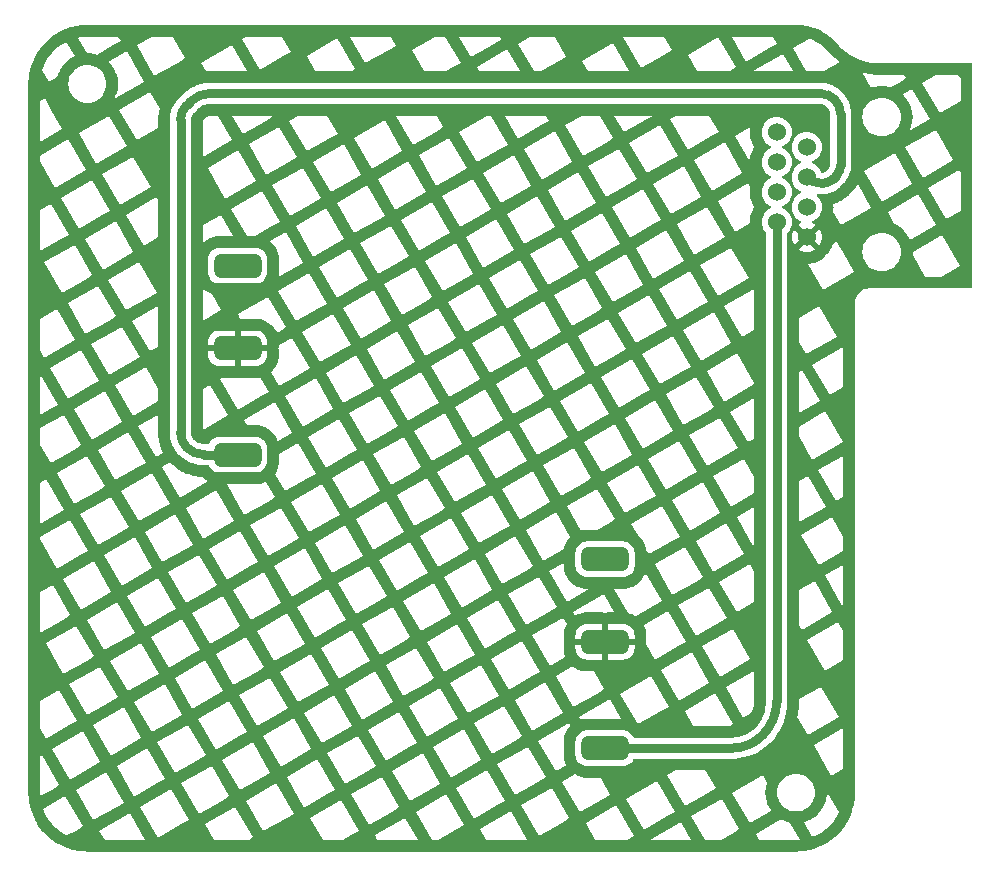
<source format=gbr>
%TF.GenerationSoftware,KiCad,Pcbnew,(7.0.0)*%
%TF.CreationDate,2023-04-04T21:00:23-04:00*%
%TF.ProjectId,TeamButton,5465616d-4275-4747-946f-6e2e6b696361,rev?*%
%TF.SameCoordinates,Original*%
%TF.FileFunction,Copper,L1,Top*%
%TF.FilePolarity,Positive*%
%FSLAX46Y46*%
G04 Gerber Fmt 4.6, Leading zero omitted, Abs format (unit mm)*
G04 Created by KiCad (PCBNEW (7.0.0)) date 2023-04-04 21:00:23*
%MOMM*%
%LPD*%
G01*
G04 APERTURE LIST*
G04 Aperture macros list*
%AMRoundRect*
0 Rectangle with rounded corners*
0 $1 Rounding radius*
0 $2 $3 $4 $5 $6 $7 $8 $9 X,Y pos of 4 corners*
0 Add a 4 corners polygon primitive as box body*
4,1,4,$2,$3,$4,$5,$6,$7,$8,$9,$2,$3,0*
0 Add four circle primitives for the rounded corners*
1,1,$1+$1,$2,$3*
1,1,$1+$1,$4,$5*
1,1,$1+$1,$6,$7*
1,1,$1+$1,$8,$9*
0 Add four rect primitives between the rounded corners*
20,1,$1+$1,$2,$3,$4,$5,0*
20,1,$1+$1,$4,$5,$6,$7,0*
20,1,$1+$1,$6,$7,$8,$9,0*
20,1,$1+$1,$8,$9,$2,$3,0*%
G04 Aperture macros list end*
%TA.AperFunction,ComponentPad*%
%ADD10C,1.524000*%
%TD*%
%TA.AperFunction,ComponentPad*%
%ADD11RoundRect,0.500000X1.500000X0.500000X-1.500000X0.500000X-1.500000X-0.500000X1.500000X-0.500000X0*%
%TD*%
%TA.AperFunction,Conductor*%
%ADD12C,0.250000*%
%TD*%
%TA.AperFunction,Conductor*%
%ADD13C,0.762000*%
%TD*%
G04 APERTURE END LIST*
D10*
%TO.P,J1,1*%
%TO.N,GND*%
X140900000Y-62965000D03*
%TO.P,J1,2*%
%TO.N,Net-(SW2-C)*%
X138360000Y-61695000D03*
%TO.P,J1,3*%
%TO.N,unconnected-(J1-Pad3)*%
X140900000Y-60425000D03*
%TO.P,J1,4*%
%TO.N,unconnected-(J1-Pad4)*%
X138360000Y-59155000D03*
%TO.P,J1,5*%
%TO.N,Net-(SW1-C)*%
X140900000Y-57885000D03*
%TO.P,J1,6*%
%TO.N,unconnected-(J1-Pad6)*%
X138360000Y-56615000D03*
%TO.P,J1,7*%
%TO.N,unconnected-(J1-Pad7)*%
X140900000Y-55345000D03*
%TO.P,J1,8*%
%TO.N,unconnected-(J1-Pad8)*%
X138360000Y-54075000D03*
%TD*%
D11*
%TO.P,SW1,1,C*%
%TO.N,Net-(SW1-C)*%
X92710000Y-81390000D03*
%TO.P,SW1,2,NC*%
%TO.N,unconnected-(SW1-NC-Pad2)*%
X92710000Y-65390000D03*
%TO.P,SW1,3,NO*%
%TO.N,GND*%
X92710000Y-72390000D03*
%TD*%
%TO.P,SW2,1,C*%
%TO.N,Net-(SW2-C)*%
X123825000Y-106240000D03*
%TO.P,SW2,2,NC*%
%TO.N,unconnected-(SW2-NC-Pad2)*%
X123825000Y-90240000D03*
%TO.P,SW2,3,NO*%
%TO.N,GND*%
X123825000Y-97240000D03*
%TD*%
D12*
%TO.N,GND*%
X123825000Y-97155000D02*
X123825000Y-97240000D01*
X123825000Y-97240000D02*
X123825000Y-96520000D01*
D13*
%TO.N,Net-(SW2-C)*%
X134542993Y-106240000D02*
X123825000Y-106240000D01*
X138360000Y-61695000D02*
X138360000Y-102258944D01*
X137159987Y-105155987D02*
G75*
G03*
X138360000Y-102258944I-2897087J2897087D01*
G01*
X134542993Y-106239996D02*
G75*
G03*
X137159999Y-105155999I7J3700996D01*
G01*
%TO.N,Net-(SW1-C)*%
X143764000Y-56896000D02*
X143764000Y-52534420D01*
X143107211Y-58060789D02*
X143404790Y-57763210D01*
X87884000Y-53042420D02*
X87884000Y-79545580D01*
X89883983Y-81390000D02*
X92710000Y-81390000D01*
X142029580Y-50800000D02*
X90424000Y-50800000D01*
X88689579Y-51518421D02*
X88392000Y-51816000D01*
X142191604Y-58420000D02*
X142240000Y-58420000D01*
X90424000Y-50799988D02*
G75*
G03*
X88689579Y-51518421I0J-2452812D01*
G01*
X87884009Y-79545580D02*
G75*
G03*
X88392000Y-80772000I1734391J-20D01*
G01*
X142240000Y-58420006D02*
G75*
G03*
X143107211Y-58060789I0J1226406D01*
G01*
X88391994Y-51815994D02*
G75*
G03*
X87884000Y-53042420I1226406J-1226406D01*
G01*
X143763991Y-52534420D02*
G75*
G03*
X143256000Y-51308000I-1734391J20D01*
G01*
X143256006Y-51307994D02*
G75*
G03*
X142029580Y-50800000I-1226406J-1226406D01*
G01*
X143404786Y-57763206D02*
G75*
G03*
X143764000Y-56896000I-867186J867206D01*
G01*
X88392005Y-80771995D02*
G75*
G03*
X89883983Y-81390000I1491995J1491995D01*
G01*
X140899999Y-57885001D02*
G75*
G03*
X142191604Y-58420000I1291601J1291601D01*
G01*
%TD*%
%TA.AperFunction,Conductor*%
%TO.N,GND*%
G36*
X140002712Y-45000617D02*
G01*
X140007074Y-45000805D01*
X140104229Y-45004994D01*
X140410095Y-45019652D01*
X140420251Y-45020555D01*
X140592646Y-45042969D01*
X140594171Y-45043178D01*
X140827967Y-45076997D01*
X140836848Y-45078609D01*
X141019531Y-45118595D01*
X141022361Y-45119249D01*
X141239115Y-45172161D01*
X141246629Y-45174245D01*
X141429928Y-45231283D01*
X141433837Y-45232571D01*
X141640195Y-45304454D01*
X141646358Y-45306785D01*
X141825792Y-45380096D01*
X141830700Y-45382225D01*
X142028115Y-45472995D01*
X142032924Y-45475332D01*
X142158090Y-45539554D01*
X142205384Y-45563820D01*
X142211205Y-45567004D01*
X142400001Y-45676795D01*
X142403583Y-45678958D01*
X142566221Y-45780982D01*
X142572715Y-45785343D01*
X142753902Y-45915381D01*
X142756266Y-45917120D01*
X142905577Y-46029792D01*
X142912568Y-46035473D01*
X143090427Y-46190926D01*
X143091631Y-46191994D01*
X143208164Y-46296837D01*
X143220804Y-46308209D01*
X143228144Y-46315374D01*
X143439335Y-46539036D01*
X143439679Y-46539402D01*
X143507771Y-46612207D01*
X143511367Y-46616222D01*
X143639451Y-46765565D01*
X143641394Y-46767471D01*
X143641397Y-46767474D01*
X143737142Y-46861388D01*
X143924180Y-47044850D01*
X144231895Y-47298586D01*
X144560311Y-47524890D01*
X144906990Y-47722082D01*
X145269358Y-47888697D01*
X145644723Y-48023498D01*
X146030300Y-48125485D01*
X146423225Y-48193899D01*
X146820582Y-48228234D01*
X147019900Y-48228245D01*
X147019899Y-48231455D01*
X147019901Y-48231456D01*
X147019901Y-48228246D01*
X147020000Y-48228246D01*
X154813500Y-48228246D01*
X154876500Y-48245127D01*
X154922619Y-48291246D01*
X154939500Y-48354246D01*
X154939500Y-67183500D01*
X154922619Y-67246500D01*
X154876500Y-67292619D01*
X154813500Y-67309500D01*
X146270500Y-67309500D01*
X146270000Y-67309500D01*
X146170009Y-67309500D01*
X146165126Y-67310273D01*
X146165118Y-67310274D01*
X145977378Y-67340009D01*
X145977368Y-67340011D01*
X145972490Y-67340784D01*
X145967784Y-67342312D01*
X145967780Y-67342314D01*
X145787009Y-67401049D01*
X145786997Y-67401053D01*
X145782297Y-67402581D01*
X145777889Y-67404826D01*
X145777884Y-67404829D01*
X145608528Y-67491121D01*
X145608523Y-67491123D01*
X145604113Y-67493371D01*
X145600108Y-67496280D01*
X145600101Y-67496285D01*
X145446332Y-67608005D01*
X145446326Y-67608009D01*
X145442325Y-67610917D01*
X145438825Y-67614416D01*
X145438819Y-67614422D01*
X145304422Y-67748819D01*
X145304416Y-67748825D01*
X145300917Y-67752325D01*
X145298009Y-67756326D01*
X145298005Y-67756332D01*
X145186285Y-67910101D01*
X145186280Y-67910108D01*
X145183371Y-67914113D01*
X145181123Y-67918523D01*
X145181121Y-67918528D01*
X145094829Y-68087884D01*
X145094826Y-68087889D01*
X145092581Y-68092297D01*
X145091053Y-68096997D01*
X145091049Y-68097009D01*
X145032314Y-68277780D01*
X145030784Y-68282490D01*
X145030011Y-68287368D01*
X145030009Y-68287378D01*
X145000274Y-68475118D01*
X145000273Y-68475126D01*
X144999500Y-68480009D01*
X144999500Y-68484962D01*
X144999500Y-109997404D01*
X144999392Y-110002611D01*
X144990525Y-110216982D01*
X144990513Y-110217272D01*
X144981951Y-110413355D01*
X144981103Y-110423443D01*
X144954586Y-110636182D01*
X144954476Y-110637044D01*
X144928431Y-110834867D01*
X144926827Y-110844277D01*
X144882965Y-111053467D01*
X144882660Y-111054881D01*
X144839340Y-111250287D01*
X144837089Y-111258968D01*
X144776177Y-111463568D01*
X144775583Y-111465505D01*
X144715328Y-111656607D01*
X144712541Y-111664520D01*
X144635002Y-111863236D01*
X144634030Y-111865652D01*
X144557283Y-112050936D01*
X144554071Y-112058057D01*
X144460444Y-112249574D01*
X144459010Y-112252416D01*
X144366375Y-112430365D01*
X144362853Y-112436681D01*
X144253750Y-112619781D01*
X144251776Y-112622984D01*
X144143955Y-112792228D01*
X144140233Y-112797744D01*
X144016426Y-112971147D01*
X144013844Y-112974635D01*
X143891651Y-113133880D01*
X143887836Y-113138610D01*
X143750133Y-113301195D01*
X143746882Y-113304885D01*
X143611275Y-113452875D01*
X143607473Y-113456846D01*
X143456846Y-113607473D01*
X143452875Y-113611275D01*
X143304885Y-113746882D01*
X143301195Y-113750133D01*
X143138610Y-113887836D01*
X143133880Y-113891651D01*
X142974635Y-114013844D01*
X142971147Y-114016426D01*
X142797744Y-114140233D01*
X142792228Y-114143955D01*
X142622984Y-114251776D01*
X142619781Y-114253750D01*
X142436681Y-114362853D01*
X142430365Y-114366375D01*
X142252416Y-114459010D01*
X142249574Y-114460444D01*
X142058057Y-114554071D01*
X142050936Y-114557283D01*
X141865652Y-114634030D01*
X141863236Y-114635002D01*
X141664520Y-114712541D01*
X141656607Y-114715328D01*
X141465505Y-114775583D01*
X141463568Y-114776177D01*
X141258968Y-114837089D01*
X141250287Y-114839340D01*
X141054881Y-114882660D01*
X141053467Y-114882965D01*
X140844277Y-114926827D01*
X140834867Y-114928431D01*
X140637044Y-114954476D01*
X140636182Y-114954586D01*
X140423443Y-114981103D01*
X140413354Y-114981951D01*
X140217291Y-114990512D01*
X140217002Y-114990524D01*
X140002611Y-114999392D01*
X139997404Y-114999500D01*
X80002596Y-114999500D01*
X79997389Y-114999392D01*
X79782996Y-114990524D01*
X79782707Y-114990512D01*
X79586644Y-114981951D01*
X79576555Y-114981103D01*
X79363816Y-114954586D01*
X79362954Y-114954476D01*
X79165131Y-114928431D01*
X79155721Y-114926827D01*
X78946531Y-114882965D01*
X78945117Y-114882660D01*
X78749711Y-114839340D01*
X78741030Y-114837089D01*
X78536430Y-114776177D01*
X78534493Y-114775583D01*
X78343391Y-114715328D01*
X78335478Y-114712541D01*
X78136762Y-114635002D01*
X78134346Y-114634030D01*
X77949062Y-114557283D01*
X77941941Y-114554071D01*
X77750424Y-114460444D01*
X77747582Y-114459010D01*
X77569633Y-114366375D01*
X77563317Y-114362853D01*
X77380217Y-114253750D01*
X77377014Y-114251776D01*
X77207770Y-114143955D01*
X77202254Y-114140233D01*
X77028851Y-114016426D01*
X77025363Y-114013844D01*
X76866118Y-113891651D01*
X76861388Y-113887836D01*
X76698803Y-113750133D01*
X76695113Y-113746882D01*
X76547123Y-113611275D01*
X76543152Y-113607473D01*
X76392525Y-113456846D01*
X76388723Y-113452875D01*
X76253116Y-113304885D01*
X76249865Y-113301195D01*
X76112162Y-113138610D01*
X76108347Y-113133880D01*
X76067963Y-113081250D01*
X75986142Y-112974619D01*
X75983572Y-112971147D01*
X75859765Y-112797744D01*
X75856043Y-112792228D01*
X75761099Y-112643196D01*
X75748205Y-112622957D01*
X75746248Y-112619781D01*
X75637145Y-112436681D01*
X75633623Y-112430365D01*
X75597280Y-112360551D01*
X75540957Y-112252354D01*
X75539554Y-112249574D01*
X75533196Y-112236569D01*
X75445921Y-112058044D01*
X75442721Y-112050950D01*
X75365955Y-111865621D01*
X75364996Y-111863236D01*
X75360246Y-111851062D01*
X75287453Y-111664509D01*
X75284670Y-111656607D01*
X75224369Y-111465355D01*
X75223855Y-111463679D01*
X75191872Y-111356252D01*
X76238456Y-111356252D01*
X76291457Y-111492083D01*
X76354393Y-111644024D01*
X76431319Y-111801378D01*
X76507293Y-111947321D01*
X76596928Y-112097750D01*
X76685366Y-112236569D01*
X76787055Y-112378994D01*
X76887324Y-112509666D01*
X77000418Y-112643196D01*
X77111670Y-112764607D01*
X77235389Y-112888326D01*
X77356800Y-112999578D01*
X77490330Y-113112672D01*
X77621002Y-113212941D01*
X77763427Y-113314630D01*
X77902246Y-113403068D01*
X78052675Y-113492703D01*
X78198618Y-113568677D01*
X78313310Y-113624747D01*
X79005962Y-113224844D01*
X81001962Y-113224844D01*
X81450365Y-114001500D01*
X84916777Y-114001500D01*
X83601771Y-111723843D01*
X81001962Y-113224844D01*
X79005962Y-113224844D01*
X79638670Y-112859550D01*
X78137669Y-110259741D01*
X76238456Y-111356252D01*
X75191872Y-111356252D01*
X75162905Y-111258953D01*
X75160664Y-111250312D01*
X75117327Y-111054833D01*
X75117033Y-111053467D01*
X75111495Y-111027057D01*
X75073170Y-110844273D01*
X75071567Y-110834867D01*
X75069409Y-110818474D01*
X75045491Y-110636807D01*
X75018893Y-110423423D01*
X75018048Y-110413375D01*
X75009482Y-110217178D01*
X75000608Y-110002611D01*
X75000500Y-109997404D01*
X75000500Y-109979385D01*
X75998500Y-109979385D01*
X76006577Y-110174693D01*
X76013520Y-110333728D01*
X77005962Y-109760742D01*
X79001962Y-109760742D01*
X80502963Y-112360551D01*
X82470064Y-111224844D01*
X84466064Y-111224844D01*
X85967065Y-113824653D01*
X87934167Y-112688945D01*
X89930165Y-112688945D01*
X90687970Y-114001500D01*
X93660756Y-114001500D01*
X94030975Y-113787753D01*
X92529974Y-111187944D01*
X89930165Y-112688945D01*
X87934167Y-112688945D01*
X88566873Y-112323652D01*
X87065872Y-109723843D01*
X84466064Y-111224844D01*
X82470064Y-111224844D01*
X83102772Y-110859550D01*
X81601771Y-108259741D01*
X79001962Y-109760742D01*
X77005962Y-109760742D01*
X77638670Y-109395448D01*
X76137669Y-106795641D01*
X75998500Y-106875991D01*
X75998500Y-109979385D01*
X75000500Y-109979385D01*
X75000500Y-106296641D01*
X77001962Y-106296641D01*
X78502963Y-108896449D01*
X80470064Y-107760742D01*
X82466064Y-107760742D01*
X83967065Y-110360551D01*
X85934166Y-109224844D01*
X87930165Y-109224844D01*
X89431166Y-111824653D01*
X91398269Y-110688945D01*
X93394267Y-110688945D01*
X94895268Y-113288754D01*
X96862369Y-112153047D01*
X98858369Y-112153047D01*
X99925575Y-114001500D01*
X101660757Y-114001500D01*
X102326471Y-113617149D01*
X104322470Y-113617149D01*
X104544376Y-114001500D01*
X108010788Y-114001500D01*
X106922279Y-112116148D01*
X104322470Y-113617149D01*
X102326471Y-113617149D01*
X102959178Y-113251855D01*
X101458177Y-110652046D01*
X98858369Y-112153047D01*
X96862369Y-112153047D01*
X97495077Y-111787753D01*
X95994076Y-109187944D01*
X93394267Y-110688945D01*
X91398269Y-110688945D01*
X92030975Y-110323652D01*
X90529974Y-107723843D01*
X87930165Y-109224844D01*
X85934166Y-109224844D01*
X86566873Y-108859550D01*
X85065872Y-106259741D01*
X82466064Y-107760742D01*
X80470064Y-107760742D01*
X81102772Y-107395448D01*
X79601771Y-104795640D01*
X77001962Y-106296641D01*
X75000500Y-106296641D01*
X75000500Y-104558592D01*
X75998500Y-104558592D01*
X76502963Y-105432348D01*
X78470064Y-104296641D01*
X80466064Y-104296641D01*
X81967065Y-106896449D01*
X83934166Y-105760742D01*
X85930165Y-105760742D01*
X87431166Y-108360551D01*
X89398267Y-107224844D01*
X91394267Y-107224844D01*
X92895268Y-109824653D01*
X94862371Y-108688945D01*
X96858369Y-108688945D01*
X98359370Y-111288754D01*
X100326471Y-110153047D01*
X102322470Y-110153047D01*
X103823471Y-112752856D01*
X105790572Y-111617149D01*
X107786572Y-111617149D01*
X109163179Y-114001500D01*
X109660756Y-114001500D01*
X111254675Y-113081250D01*
X113250673Y-113081250D01*
X113781980Y-114001500D01*
X117248392Y-114001500D01*
X115850482Y-111580249D01*
X113250673Y-113081250D01*
X111254675Y-113081250D01*
X111887382Y-112715956D01*
X110386381Y-110116148D01*
X107786572Y-111617149D01*
X105790572Y-111617149D01*
X106423280Y-111251855D01*
X104922279Y-108652046D01*
X102322470Y-110153047D01*
X100326471Y-110153047D01*
X100959178Y-109787753D01*
X99458177Y-107187944D01*
X96858369Y-108688945D01*
X94862371Y-108688945D01*
X95495077Y-108323652D01*
X93994076Y-105723843D01*
X91394267Y-107224844D01*
X89398267Y-107224844D01*
X90030975Y-106859550D01*
X88529974Y-104259741D01*
X85930165Y-105760742D01*
X83934166Y-105760742D01*
X84566873Y-105395448D01*
X83065872Y-102795640D01*
X80466064Y-104296641D01*
X78470064Y-104296641D01*
X79102772Y-103931347D01*
X77601771Y-101331538D01*
X75998500Y-102257188D01*
X75998500Y-104558592D01*
X75000500Y-104558592D01*
X75000500Y-100832539D01*
X78466064Y-100832539D01*
X79967065Y-103432348D01*
X81934166Y-102296641D01*
X83930165Y-102296641D01*
X85431166Y-104896449D01*
X87398267Y-103760742D01*
X89394267Y-103760742D01*
X90895268Y-106360551D01*
X92862369Y-105224844D01*
X94858369Y-105224844D01*
X96359370Y-107824653D01*
X98326472Y-106688945D01*
X100322470Y-106688945D01*
X101823471Y-109288754D01*
X103790572Y-108153047D01*
X105786572Y-108153047D01*
X107287573Y-110752856D01*
X109254674Y-109617149D01*
X111250673Y-109617149D01*
X112751674Y-112216957D01*
X114718775Y-111081250D01*
X116714775Y-111081250D01*
X118215776Y-113681059D01*
X120182877Y-112545352D01*
X122178877Y-112545352D01*
X123019585Y-114001500D01*
X125660757Y-114001500D01*
X127656756Y-114001500D01*
X131104799Y-114001500D01*
X130242787Y-112508453D01*
X127656756Y-114001500D01*
X125660757Y-114001500D01*
X126279686Y-113644160D01*
X124778685Y-111044351D01*
X122178877Y-112545352D01*
X120182877Y-112545352D01*
X120815585Y-112180058D01*
X119314584Y-109580249D01*
X116714775Y-111081250D01*
X114718775Y-111081250D01*
X115351483Y-110715956D01*
X113850482Y-108116148D01*
X111250673Y-109617149D01*
X109254674Y-109617149D01*
X109887382Y-109251855D01*
X108386381Y-106652046D01*
X105786572Y-108153047D01*
X103790572Y-108153047D01*
X104423280Y-107787753D01*
X102922279Y-105187944D01*
X100322470Y-106688945D01*
X98326472Y-106688945D01*
X98959178Y-106323652D01*
X97458177Y-103723843D01*
X94858369Y-105224844D01*
X92862369Y-105224844D01*
X93495077Y-104859550D01*
X91994076Y-102259741D01*
X89394267Y-103760742D01*
X87398267Y-103760742D01*
X88030975Y-103395448D01*
X86529974Y-100795640D01*
X83930165Y-102296641D01*
X81934166Y-102296641D01*
X82566873Y-101931347D01*
X81065872Y-99331538D01*
X78466064Y-100832539D01*
X75000500Y-100832539D01*
X75000500Y-97368437D01*
X76466064Y-97368437D01*
X77967065Y-99968246D01*
X79934166Y-98832539D01*
X81930165Y-98832539D01*
X83431166Y-101432348D01*
X85398267Y-100296641D01*
X87394267Y-100296641D01*
X88895268Y-102896449D01*
X90862369Y-101760742D01*
X92858369Y-101760742D01*
X94359370Y-104360551D01*
X96326471Y-103224844D01*
X98322470Y-103224844D01*
X99823471Y-105824653D01*
X101790574Y-104688945D01*
X103786572Y-104688945D01*
X105287573Y-107288754D01*
X107254674Y-106153047D01*
X109250673Y-106153047D01*
X110751674Y-108752856D01*
X112718775Y-107617149D01*
X114714775Y-107617149D01*
X116215776Y-110216957D01*
X118182877Y-109081250D01*
X120178877Y-109081250D01*
X121679878Y-111681059D01*
X123646979Y-110545352D01*
X125642978Y-110545352D01*
X127143979Y-113145161D01*
X129111080Y-112009454D01*
X131107080Y-112009454D01*
X132257190Y-114001500D01*
X133660756Y-114001500D01*
X134575183Y-113473555D01*
X136571182Y-113473555D01*
X136875992Y-114001500D01*
X139979376Y-114001500D01*
X140174723Y-113993419D01*
X140333728Y-113986476D01*
X139506623Y-112553887D01*
X139361147Y-112518962D01*
X140638850Y-112518962D01*
X141356252Y-113761540D01*
X141492083Y-113708539D01*
X141644024Y-113645603D01*
X141801378Y-113568677D01*
X141947321Y-113492703D01*
X142097750Y-113403068D01*
X142236569Y-113314630D01*
X142378994Y-113212941D01*
X142509666Y-113112672D01*
X142643196Y-112999578D01*
X142764607Y-112888326D01*
X142888326Y-112764607D01*
X142999578Y-112643196D01*
X143112672Y-112509666D01*
X143212941Y-112378994D01*
X143314630Y-112236569D01*
X143403068Y-112097750D01*
X143492703Y-111947321D01*
X143568677Y-111801378D01*
X143624747Y-111686686D01*
X142635092Y-109972554D01*
X142603061Y-109991048D01*
X142603061Y-110009886D01*
X142602964Y-110014833D01*
X142600664Y-110073364D01*
X142600373Y-110078303D01*
X142580607Y-110329451D01*
X142580122Y-110334374D01*
X142573237Y-110392546D01*
X142572559Y-110397448D01*
X142569466Y-110416976D01*
X142568596Y-110421847D01*
X142557169Y-110479293D01*
X142556109Y-110484125D01*
X142497299Y-110729088D01*
X142496049Y-110733875D01*
X142480147Y-110790260D01*
X142478711Y-110794996D01*
X142472601Y-110813800D01*
X142470980Y-110818474D01*
X142450709Y-110873421D01*
X142448906Y-110878028D01*
X142352499Y-111110776D01*
X142350516Y-111115308D01*
X142325997Y-111168495D01*
X142323839Y-111172946D01*
X142314863Y-111190563D01*
X142312529Y-111194928D01*
X142283902Y-111246045D01*
X142281401Y-111250314D01*
X142149771Y-111465114D01*
X142147102Y-111469283D01*
X142114543Y-111518009D01*
X142111712Y-111522070D01*
X142100090Y-111538065D01*
X142097105Y-111542008D01*
X142060858Y-111587985D01*
X142057721Y-111591807D01*
X141894109Y-111783372D01*
X141890823Y-111787070D01*
X141851062Y-111830084D01*
X141847632Y-111833651D01*
X141833651Y-111847632D01*
X141830084Y-111851062D01*
X141787070Y-111890823D01*
X141783372Y-111894109D01*
X141591807Y-112057721D01*
X141587985Y-112060858D01*
X141542008Y-112097105D01*
X141538065Y-112100090D01*
X141522070Y-112111712D01*
X141518009Y-112114543D01*
X141469283Y-112147102D01*
X141465114Y-112149771D01*
X141250314Y-112281401D01*
X141246045Y-112283902D01*
X141194928Y-112312529D01*
X141190563Y-112314863D01*
X141172946Y-112323839D01*
X141168495Y-112325997D01*
X141115308Y-112350516D01*
X141110776Y-112352499D01*
X140878028Y-112448906D01*
X140873421Y-112450709D01*
X140818474Y-112470980D01*
X140813800Y-112472601D01*
X140794996Y-112478711D01*
X140790260Y-112480147D01*
X140733875Y-112496049D01*
X140729088Y-112497299D01*
X140638850Y-112518962D01*
X139361147Y-112518962D01*
X139270912Y-112497299D01*
X139266125Y-112496049D01*
X139209740Y-112480147D01*
X139205004Y-112478711D01*
X139186200Y-112472601D01*
X139181526Y-112470980D01*
X139126579Y-112450709D01*
X139121972Y-112448906D01*
X138889224Y-112352499D01*
X138884692Y-112350516D01*
X138831505Y-112325997D01*
X138827054Y-112323839D01*
X138809437Y-112314863D01*
X138805072Y-112312529D01*
X138753955Y-112283902D01*
X138749686Y-112281400D01*
X138694562Y-112247620D01*
X136571182Y-113473555D01*
X134575183Y-113473555D01*
X135207890Y-113108261D01*
X133706889Y-110508453D01*
X131107080Y-112009454D01*
X129111080Y-112009454D01*
X129743788Y-111644160D01*
X128242787Y-109044351D01*
X125642978Y-110545352D01*
X123646979Y-110545352D01*
X124279686Y-110180058D01*
X123452020Y-108746499D01*
X122275453Y-108746500D01*
X122272361Y-108746462D01*
X122235739Y-108745563D01*
X122232646Y-108745449D01*
X122220296Y-108744842D01*
X122217210Y-108744652D01*
X122180711Y-108741959D01*
X122177632Y-108741694D01*
X122029478Y-108727102D01*
X122023342Y-108726346D01*
X121950950Y-108715609D01*
X121944859Y-108714552D01*
X121920633Y-108709734D01*
X121914597Y-108708378D01*
X121843558Y-108690585D01*
X121837595Y-108688936D01*
X121647492Y-108631269D01*
X121641618Y-108629328D01*
X121572671Y-108604657D01*
X121566900Y-108602431D01*
X121544080Y-108592978D01*
X121538428Y-108590472D01*
X121472266Y-108559179D01*
X121466743Y-108556399D01*
X121446075Y-108545352D01*
X129107080Y-108545352D01*
X130608081Y-111145161D01*
X132575182Y-110009454D01*
X134571182Y-110009454D01*
X136072183Y-112609262D01*
X137908470Y-111549080D01*
X137902895Y-111542008D01*
X137899910Y-111538065D01*
X137888288Y-111522070D01*
X137885457Y-111518009D01*
X137852898Y-111469283D01*
X137850229Y-111465114D01*
X137718599Y-111250314D01*
X137716098Y-111246045D01*
X137687471Y-111194928D01*
X137685137Y-111190563D01*
X137676161Y-111172946D01*
X137674003Y-111168495D01*
X137649484Y-111115308D01*
X137647501Y-111110776D01*
X137551094Y-110878028D01*
X137549291Y-110873421D01*
X137529020Y-110818474D01*
X137527399Y-110813800D01*
X137521289Y-110794996D01*
X137519853Y-110790260D01*
X137503951Y-110733875D01*
X137502701Y-110729088D01*
X137443891Y-110484125D01*
X137442831Y-110479293D01*
X137431404Y-110421847D01*
X137430534Y-110416976D01*
X137427441Y-110397448D01*
X137426763Y-110392546D01*
X137419878Y-110334374D01*
X137419393Y-110329451D01*
X137399627Y-110078303D01*
X137399336Y-110073364D01*
X137397036Y-110014833D01*
X137396939Y-110009886D01*
X137396939Y-110000000D01*
X138394551Y-110000000D01*
X138394939Y-110004930D01*
X138413928Y-110246214D01*
X138413929Y-110246222D01*
X138414317Y-110251148D01*
X138415471Y-110255956D01*
X138415472Y-110255960D01*
X138471971Y-110491298D01*
X138471972Y-110491303D01*
X138473127Y-110496111D01*
X138475020Y-110500681D01*
X138475021Y-110500684D01*
X138531503Y-110637044D01*
X138569534Y-110728859D01*
X138701164Y-110943659D01*
X138864776Y-111135224D01*
X139056341Y-111298836D01*
X139271141Y-111430466D01*
X139503889Y-111526873D01*
X139748852Y-111585683D01*
X139937118Y-111600500D01*
X140060413Y-111600500D01*
X140062882Y-111600500D01*
X140251148Y-111585683D01*
X140496111Y-111526873D01*
X140728859Y-111430466D01*
X140943659Y-111298836D01*
X141135224Y-111135224D01*
X141298836Y-110943659D01*
X141430466Y-110728859D01*
X141526873Y-110496111D01*
X141585683Y-110251148D01*
X141605449Y-110000000D01*
X141585683Y-109748852D01*
X141526873Y-109503889D01*
X141430466Y-109271141D01*
X141298836Y-109056341D01*
X141135224Y-108864776D01*
X140943659Y-108701164D01*
X140923719Y-108688945D01*
X140733079Y-108572120D01*
X140733078Y-108572119D01*
X140728859Y-108569534D01*
X140670478Y-108545352D01*
X140500684Y-108475021D01*
X140500681Y-108475020D01*
X140496111Y-108473127D01*
X140491303Y-108471972D01*
X140491298Y-108471971D01*
X140255960Y-108415472D01*
X140255956Y-108415471D01*
X140251148Y-108414317D01*
X140246222Y-108413929D01*
X140246214Y-108413928D01*
X140065338Y-108399693D01*
X140065330Y-108399692D01*
X140062882Y-108399500D01*
X139937118Y-108399500D01*
X139934670Y-108399692D01*
X139934661Y-108399693D01*
X139753785Y-108413928D01*
X139753775Y-108413929D01*
X139748852Y-108414317D01*
X139744045Y-108415471D01*
X139744039Y-108415472D01*
X139508701Y-108471971D01*
X139508692Y-108471973D01*
X139503889Y-108473127D01*
X139499321Y-108475018D01*
X139499315Y-108475021D01*
X139275715Y-108567639D01*
X139275710Y-108567641D01*
X139271141Y-108569534D01*
X139266926Y-108572116D01*
X139266920Y-108572120D01*
X139060558Y-108698579D01*
X139060550Y-108698584D01*
X139056341Y-108701164D01*
X139052580Y-108704375D01*
X139052576Y-108704379D01*
X138868538Y-108861562D01*
X138868531Y-108861568D01*
X138864776Y-108864776D01*
X138861568Y-108868531D01*
X138861562Y-108868538D01*
X138704379Y-109052576D01*
X138704375Y-109052580D01*
X138701164Y-109056341D01*
X138698584Y-109060550D01*
X138698579Y-109060558D01*
X138572120Y-109266920D01*
X138572116Y-109266926D01*
X138569534Y-109271141D01*
X138567641Y-109275710D01*
X138567639Y-109275715D01*
X138475021Y-109499315D01*
X138475018Y-109499321D01*
X138473127Y-109503889D01*
X138471973Y-109508692D01*
X138471971Y-109508701D01*
X138420321Y-109723843D01*
X138414317Y-109748852D01*
X138413929Y-109753775D01*
X138413928Y-109753785D01*
X138400325Y-109926636D01*
X138394551Y-110000000D01*
X137396939Y-110000000D01*
X137396939Y-109990114D01*
X137397036Y-109985167D01*
X137399336Y-109926636D01*
X137399627Y-109921697D01*
X137419393Y-109670549D01*
X137419878Y-109665626D01*
X137426763Y-109607454D01*
X137427441Y-109602552D01*
X137430534Y-109583024D01*
X137431404Y-109578153D01*
X137442831Y-109520707D01*
X137443891Y-109515875D01*
X137502701Y-109270912D01*
X137503951Y-109266125D01*
X137519853Y-109209740D01*
X137521289Y-109205004D01*
X137527399Y-109186200D01*
X137529020Y-109181526D01*
X137540937Y-109149221D01*
X137170990Y-108508454D01*
X134571182Y-110009454D01*
X132575182Y-110009454D01*
X133207890Y-109644160D01*
X132332246Y-108127500D01*
X129830822Y-108127500D01*
X129107080Y-108545352D01*
X121446075Y-108545352D01*
X121291543Y-108462753D01*
X121286162Y-108459705D01*
X121271081Y-108450665D01*
X120178877Y-109081250D01*
X118182877Y-109081250D01*
X118815585Y-108715956D01*
X117314584Y-106116148D01*
X114714775Y-107617149D01*
X112718775Y-107617149D01*
X113351483Y-107251855D01*
X111850482Y-104652046D01*
X109250673Y-106153047D01*
X107254674Y-106153047D01*
X107887382Y-105787753D01*
X106386381Y-103187944D01*
X103786572Y-104688945D01*
X101790574Y-104688945D01*
X102423280Y-104323652D01*
X100922279Y-101723843D01*
X98322470Y-103224844D01*
X96326471Y-103224844D01*
X96959178Y-102859550D01*
X95458177Y-100259741D01*
X92858369Y-101760742D01*
X90862369Y-101760742D01*
X91495077Y-101395448D01*
X89994076Y-98795640D01*
X87394267Y-100296641D01*
X85398267Y-100296641D01*
X86030975Y-99931347D01*
X84529974Y-97331538D01*
X81930165Y-98832539D01*
X79934166Y-98832539D01*
X80566873Y-98467245D01*
X79065872Y-95867436D01*
X76466064Y-97368437D01*
X75000500Y-97368437D01*
X75000500Y-96485995D01*
X75998500Y-96485995D01*
X77934166Y-95368437D01*
X79930165Y-95368437D01*
X81431166Y-97968246D01*
X83398267Y-96832539D01*
X85394267Y-96832539D01*
X86895268Y-99432348D01*
X88862369Y-98296641D01*
X90858369Y-98296641D01*
X92359370Y-100896449D01*
X94326471Y-99760742D01*
X96322470Y-99760742D01*
X97823471Y-102360551D01*
X99790572Y-101224844D01*
X101786572Y-101224844D01*
X103287573Y-103824653D01*
X105254676Y-102688945D01*
X107250673Y-102688945D01*
X108751674Y-105288754D01*
X110718775Y-104153047D01*
X112714775Y-104153047D01*
X114215776Y-106752856D01*
X116182877Y-105617149D01*
X118178877Y-105617149D01*
X119679878Y-108216956D01*
X120565881Y-107705421D01*
X120508601Y-107598257D01*
X120505821Y-107592734D01*
X120474528Y-107526572D01*
X120472022Y-107520920D01*
X120462569Y-107498100D01*
X120460343Y-107492329D01*
X120435672Y-107423382D01*
X120433731Y-107417508D01*
X120376064Y-107227405D01*
X120374414Y-107221442D01*
X120356620Y-107150397D01*
X120355265Y-107144360D01*
X120350447Y-107120133D01*
X120349390Y-107114041D01*
X120338654Y-107041650D01*
X120337898Y-107035515D01*
X120323307Y-106887360D01*
X120323041Y-106884281D01*
X120320349Y-106847790D01*
X120320160Y-106844706D01*
X120319553Y-106832357D01*
X120319439Y-106829266D01*
X120318539Y-106792642D01*
X120318501Y-106789547D01*
X120318501Y-106786472D01*
X121316500Y-106786472D01*
X121316501Y-106789546D01*
X121316803Y-106792617D01*
X121316804Y-106792628D01*
X121325831Y-106884281D01*
X121331092Y-106937701D01*
X121388759Y-107127804D01*
X121482405Y-107303004D01*
X121608432Y-107456568D01*
X121761996Y-107582595D01*
X121937196Y-107676241D01*
X122127299Y-107733908D01*
X122133460Y-107734514D01*
X122133461Y-107734515D01*
X122153427Y-107736481D01*
X122275453Y-107748500D01*
X125374546Y-107748499D01*
X125522701Y-107733908D01*
X125712804Y-107676241D01*
X125888004Y-107582595D01*
X126041568Y-107456568D01*
X126167595Y-107303004D01*
X126224733Y-107196104D01*
X126271079Y-107147426D01*
X126335856Y-107129500D01*
X134589537Y-107129500D01*
X134589613Y-107129500D01*
X134589638Y-107129497D01*
X134589689Y-107129496D01*
X134740677Y-107129496D01*
X134743417Y-107129496D01*
X135142744Y-107094560D01*
X135537506Y-107024954D01*
X135924699Y-106921206D01*
X136301376Y-106784107D01*
X136664671Y-106614700D01*
X137011819Y-106414275D01*
X137340178Y-106184356D01*
X137548618Y-106009454D01*
X141499385Y-106009454D01*
X143000386Y-108609262D01*
X144001500Y-108031268D01*
X144001500Y-104564857D01*
X141499385Y-106009454D01*
X137548618Y-106009454D01*
X137647248Y-105926693D01*
X137727018Y-105846922D01*
X137727023Y-105846920D01*
X137788971Y-105784971D01*
X137850920Y-105723023D01*
X137850957Y-105722965D01*
X137851021Y-105722895D01*
X137927496Y-105646421D01*
X138181978Y-105348462D01*
X138412298Y-105031455D01*
X138617036Y-104697355D01*
X138794930Y-104348221D01*
X138944884Y-103986206D01*
X139065972Y-103613543D01*
X139072955Y-103584459D01*
X140099314Y-103584459D01*
X141000386Y-105145161D01*
X143600194Y-103644160D01*
X142099193Y-101044351D01*
X140247500Y-102113428D01*
X140247500Y-102171340D01*
X140247501Y-102171356D01*
X140247500Y-102258965D01*
X140247498Y-102454885D01*
X140247474Y-102457363D01*
X140246897Y-102486686D01*
X140246824Y-102489161D01*
X140246435Y-102499047D01*
X140246313Y-102501513D01*
X140244590Y-102530721D01*
X140244420Y-102533188D01*
X140213672Y-102923822D01*
X140213455Y-102926280D01*
X140210592Y-102955360D01*
X140210326Y-102957814D01*
X140209164Y-102967639D01*
X140208848Y-102970098D01*
X140204826Y-102999185D01*
X140204463Y-103001639D01*
X140143162Y-103388657D01*
X140142749Y-103391103D01*
X140137586Y-103420004D01*
X140137127Y-103422439D01*
X140135196Y-103432142D01*
X140134690Y-103434557D01*
X140128425Y-103463106D01*
X140127872Y-103465514D01*
X140099314Y-103584459D01*
X139072955Y-103584459D01*
X139157449Y-103232527D01*
X139218750Y-102845509D01*
X139249498Y-102454875D01*
X139249500Y-102258954D01*
X139249501Y-102171345D01*
X139249500Y-102171340D01*
X139249500Y-97081250D01*
X140963486Y-97081250D01*
X142464487Y-99681059D01*
X144001500Y-98793664D01*
X144001500Y-96339242D01*
X143563295Y-95580249D01*
X140963486Y-97081250D01*
X139249500Y-97081250D01*
X139249500Y-95841125D01*
X140247500Y-95841125D01*
X140464487Y-96216957D01*
X143064296Y-94715956D01*
X141563295Y-92116148D01*
X140247500Y-92875824D01*
X140247500Y-95841125D01*
X139249500Y-95841125D01*
X139249500Y-91617149D01*
X142427588Y-91617149D01*
X143928589Y-94216957D01*
X144001500Y-94174862D01*
X144001500Y-90708451D01*
X142427588Y-91617149D01*
X139249500Y-91617149D01*
X139249500Y-88153047D01*
X140427588Y-88153047D01*
X141928589Y-90752856D01*
X144001500Y-89556060D01*
X144001500Y-88339241D01*
X143027397Y-86652046D01*
X140427588Y-88153047D01*
X139249500Y-88153047D01*
X139249500Y-87104631D01*
X140247500Y-87104631D01*
X142528398Y-85787753D01*
X141027397Y-83187944D01*
X140247500Y-83638219D01*
X140247500Y-87104631D01*
X139249500Y-87104631D01*
X139249500Y-82688945D01*
X141891690Y-82688945D01*
X143392691Y-85288754D01*
X144001500Y-84937258D01*
X144001500Y-81470846D01*
X141891690Y-82688945D01*
X139249500Y-82688945D01*
X139249500Y-79841124D01*
X140247500Y-79841124D01*
X141392691Y-81824653D01*
X143992498Y-80323652D01*
X142491498Y-77723843D01*
X140247500Y-79019418D01*
X140247500Y-79841124D01*
X139249500Y-79841124D01*
X139249500Y-77867027D01*
X140247500Y-77867027D01*
X141992499Y-76859550D01*
X140491498Y-74259741D01*
X140247500Y-74400615D01*
X140247500Y-77867027D01*
X139249500Y-77867027D01*
X139249500Y-73760742D01*
X141355791Y-73760742D01*
X142856792Y-76360551D01*
X144001500Y-75699654D01*
X144001500Y-72339241D01*
X143955600Y-72259741D01*
X141355791Y-73760742D01*
X139249500Y-73760742D01*
X139249500Y-71841125D01*
X140247500Y-71841125D01*
X140856792Y-72896449D01*
X143456601Y-71395448D01*
X141955600Y-68795640D01*
X140247500Y-69781813D01*
X140247500Y-71841125D01*
X139249500Y-71841125D01*
X139249500Y-65228663D01*
X141048596Y-65228663D01*
X142320894Y-67432348D01*
X144920703Y-65931347D01*
X143941316Y-64235000D01*
X145619474Y-64235000D01*
X145619862Y-64239930D01*
X145639159Y-64485136D01*
X145639160Y-64485144D01*
X145639548Y-64490070D01*
X145640702Y-64494878D01*
X145640703Y-64494882D01*
X145694062Y-64717137D01*
X145699278Y-64738860D01*
X145701171Y-64743430D01*
X145701172Y-64743433D01*
X145742640Y-64843545D01*
X145797191Y-64975243D01*
X145799776Y-64979462D01*
X145799777Y-64979463D01*
X145926210Y-65185784D01*
X145930877Y-65193399D01*
X146097044Y-65387956D01*
X146291601Y-65554123D01*
X146509757Y-65687809D01*
X146746140Y-65785722D01*
X146994930Y-65845452D01*
X147250000Y-65865526D01*
X147505070Y-65845452D01*
X147753860Y-65785722D01*
X147990243Y-65687809D01*
X148208399Y-65554123D01*
X148402956Y-65387956D01*
X148569123Y-65193399D01*
X148702809Y-64975243D01*
X148800722Y-64738860D01*
X148859806Y-64492760D01*
X149861326Y-64492760D01*
X150911377Y-66311500D01*
X152262259Y-66311500D01*
X153848906Y-65395448D01*
X152347905Y-62795640D01*
X149878069Y-64221601D01*
X149878138Y-64225114D01*
X149878138Y-64244886D01*
X149878041Y-64249834D01*
X149875741Y-64308363D01*
X149875450Y-64313301D01*
X149861326Y-64492760D01*
X148859806Y-64492760D01*
X148860452Y-64490070D01*
X148880526Y-64235000D01*
X148860452Y-63979930D01*
X148800722Y-63731140D01*
X148702809Y-63494757D01*
X148569123Y-63276601D01*
X148402956Y-63082044D01*
X148393070Y-63073601D01*
X148339174Y-63027569D01*
X148208399Y-62915877D01*
X148158273Y-62885160D01*
X147994463Y-62784777D01*
X147994462Y-62784776D01*
X147990243Y-62782191D01*
X147910364Y-62749104D01*
X147758433Y-62686172D01*
X147758430Y-62686171D01*
X147753860Y-62684278D01*
X147749052Y-62683123D01*
X147749047Y-62683122D01*
X147509882Y-62625703D01*
X147509878Y-62625702D01*
X147505070Y-62624548D01*
X147500144Y-62624160D01*
X147500136Y-62624159D01*
X147254930Y-62604862D01*
X147250000Y-62604474D01*
X147245070Y-62604862D01*
X146999863Y-62624159D01*
X146999853Y-62624160D01*
X146994930Y-62624548D01*
X146990123Y-62625702D01*
X146990117Y-62625703D01*
X146750952Y-62683122D01*
X146750943Y-62683124D01*
X146746140Y-62684278D01*
X146741572Y-62686169D01*
X146741566Y-62686172D01*
X146514331Y-62780296D01*
X146514326Y-62780298D01*
X146509757Y-62782191D01*
X146505542Y-62784773D01*
X146505536Y-62784777D01*
X146295818Y-62913292D01*
X146295810Y-62913297D01*
X146291601Y-62915877D01*
X146287840Y-62919088D01*
X146287836Y-62919092D01*
X146100806Y-63078830D01*
X146100799Y-63078836D01*
X146097044Y-63082044D01*
X146093836Y-63085799D01*
X146093830Y-63085806D01*
X145934092Y-63272836D01*
X145934088Y-63272840D01*
X145930877Y-63276601D01*
X145928297Y-63280810D01*
X145928292Y-63280818D01*
X145799777Y-63490536D01*
X145799773Y-63490542D01*
X145797191Y-63494757D01*
X145795298Y-63499326D01*
X145795296Y-63499331D01*
X145701172Y-63726566D01*
X145701169Y-63726572D01*
X145699278Y-63731140D01*
X145698124Y-63735943D01*
X145698122Y-63735952D01*
X145640703Y-63975117D01*
X145640702Y-63975123D01*
X145639548Y-63979930D01*
X145639160Y-63984853D01*
X145639159Y-63984863D01*
X145620252Y-64225114D01*
X145619474Y-64235000D01*
X143941316Y-64235000D01*
X143419702Y-63331538D01*
X143100396Y-63515890D01*
X143061963Y-63659326D01*
X143060424Y-63664605D01*
X143040853Y-63726674D01*
X143039086Y-63731879D01*
X143031574Y-63752518D01*
X143029582Y-63757641D01*
X143004677Y-63817767D01*
X143002463Y-63822799D01*
X142908548Y-64024200D01*
X142906115Y-64029132D01*
X142876055Y-64086874D01*
X142873411Y-64091695D01*
X142862428Y-64110717D01*
X142859577Y-64115415D01*
X142824614Y-64170295D01*
X142821559Y-64174866D01*
X142777320Y-64238044D01*
X142768839Y-64248851D01*
X142661744Y-64370967D01*
X142652137Y-64380785D01*
X142611924Y-64417633D01*
X142601305Y-64426348D01*
X142470315Y-64522393D01*
X142462122Y-64527122D01*
X142457393Y-64535315D01*
X142361348Y-64666305D01*
X142352633Y-64676924D01*
X142315785Y-64717137D01*
X142305967Y-64726744D01*
X142183851Y-64833839D01*
X142173044Y-64842320D01*
X142109866Y-64886559D01*
X142105295Y-64889614D01*
X142050415Y-64924577D01*
X142045717Y-64927428D01*
X142026695Y-64938411D01*
X142021874Y-64941055D01*
X141964132Y-64971115D01*
X141959200Y-64973548D01*
X141757799Y-65067463D01*
X141752767Y-65069677D01*
X141692641Y-65094582D01*
X141687518Y-65096574D01*
X141666879Y-65104086D01*
X141661674Y-65105853D01*
X141599605Y-65125424D01*
X141594326Y-65126963D01*
X141379677Y-65184478D01*
X141374337Y-65185784D01*
X141310807Y-65199868D01*
X141305417Y-65200941D01*
X141283788Y-65204755D01*
X141278354Y-65205591D01*
X141213824Y-65214087D01*
X141208359Y-65214686D01*
X141048596Y-65228663D01*
X139249500Y-65228663D01*
X139249500Y-64024486D01*
X140203145Y-64024486D01*
X140210697Y-64032728D01*
X140258065Y-64065896D01*
X140267561Y-64071378D01*
X140458992Y-64160644D01*
X140469284Y-64164390D01*
X140673309Y-64219058D01*
X140684104Y-64220962D01*
X140894525Y-64239372D01*
X140905475Y-64239372D01*
X141115895Y-64220962D01*
X141126690Y-64219058D01*
X141330715Y-64164390D01*
X141341007Y-64160644D01*
X141532436Y-64071379D01*
X141541937Y-64065893D01*
X141589301Y-64032728D01*
X141596853Y-64024486D01*
X141590843Y-64015053D01*
X140911729Y-63335939D01*
X140899999Y-63329167D01*
X140888271Y-63335938D01*
X140209152Y-64015056D01*
X140203145Y-64024486D01*
X139249500Y-64024486D01*
X139249500Y-62970475D01*
X139625628Y-62970475D01*
X139644037Y-63180895D01*
X139645941Y-63191690D01*
X139700609Y-63395715D01*
X139704355Y-63406007D01*
X139793621Y-63597438D01*
X139799103Y-63606934D01*
X139832270Y-63654301D01*
X139840512Y-63661853D01*
X139849942Y-63655846D01*
X140529059Y-62976730D01*
X140535832Y-62964999D01*
X141264167Y-62964999D01*
X141270939Y-62976729D01*
X141950053Y-63655843D01*
X141959486Y-63661853D01*
X141967728Y-63654301D01*
X142000893Y-63606937D01*
X142006379Y-63597436D01*
X142095644Y-63406007D01*
X142099390Y-63395715D01*
X142154058Y-63191690D01*
X142155962Y-63180895D01*
X142174372Y-62970475D01*
X142174372Y-62959525D01*
X142155962Y-62749104D01*
X142154058Y-62738309D01*
X142099390Y-62534284D01*
X142095644Y-62523992D01*
X142006378Y-62332562D01*
X142000896Y-62323066D01*
X141967728Y-62275697D01*
X141959486Y-62268145D01*
X141950056Y-62274152D01*
X141270938Y-62953271D01*
X141264167Y-62964999D01*
X140535832Y-62964999D01*
X140529060Y-62953270D01*
X139849944Y-62274154D01*
X139840512Y-62268145D01*
X139832270Y-62275698D01*
X139799102Y-62323068D01*
X139793622Y-62332558D01*
X139704355Y-62523992D01*
X139700609Y-62534284D01*
X139645941Y-62738309D01*
X139644037Y-62749104D01*
X139625628Y-62959525D01*
X139625628Y-62970475D01*
X139249500Y-62970475D01*
X139249500Y-62654448D01*
X139259091Y-62606230D01*
X139286405Y-62565353D01*
X139304830Y-62546928D01*
X139336977Y-62514781D01*
X139464488Y-62332677D01*
X139558440Y-62131196D01*
X139615978Y-61916463D01*
X139635353Y-61695000D01*
X139615978Y-61473537D01*
X139558440Y-61258804D01*
X139464488Y-61057324D01*
X139336977Y-60875219D01*
X139179781Y-60718023D01*
X139026707Y-60610839D01*
X139002185Y-60593668D01*
X139002180Y-60593665D01*
X138997677Y-60590512D01*
X138887626Y-60539194D01*
X138834610Y-60492700D01*
X138814877Y-60425000D01*
X138834610Y-60357300D01*
X138887627Y-60310805D01*
X138898671Y-60305655D01*
X138997677Y-60259488D01*
X139179781Y-60131977D01*
X139336977Y-59974781D01*
X139464488Y-59792677D01*
X139558440Y-59591196D01*
X139615978Y-59376463D01*
X139635353Y-59155000D01*
X139615978Y-58933537D01*
X139558440Y-58718804D01*
X139464488Y-58517324D01*
X139336977Y-58335219D01*
X139179781Y-58178023D01*
X139032564Y-58074940D01*
X139002185Y-58053668D01*
X139002180Y-58053665D01*
X138997677Y-58050512D01*
X138992690Y-58048186D01*
X138992684Y-58048183D01*
X138887626Y-57999193D01*
X138834609Y-57952698D01*
X138814877Y-57884998D01*
X138834610Y-57817298D01*
X138887626Y-57770805D01*
X138997677Y-57719488D01*
X139179781Y-57591977D01*
X139336977Y-57434781D01*
X139464488Y-57252677D01*
X139558440Y-57051196D01*
X139615978Y-56836463D01*
X139635353Y-56615000D01*
X139615978Y-56393537D01*
X139558440Y-56178804D01*
X139464488Y-55977324D01*
X139336977Y-55795219D01*
X139179781Y-55638023D01*
X139054957Y-55550620D01*
X139002185Y-55513668D01*
X139002180Y-55513665D01*
X138997677Y-55510512D01*
X138992690Y-55508186D01*
X138992684Y-55508183D01*
X138887626Y-55459193D01*
X138834609Y-55412698D01*
X138814877Y-55344998D01*
X138834610Y-55277298D01*
X138887626Y-55230805D01*
X138997677Y-55179488D01*
X139179781Y-55051977D01*
X139336977Y-54894781D01*
X139464488Y-54712677D01*
X139558440Y-54511196D01*
X139615978Y-54296463D01*
X139635353Y-54075000D01*
X139615978Y-53853537D01*
X139558440Y-53638804D01*
X139464488Y-53437324D01*
X139336977Y-53255219D01*
X139179781Y-53098023D01*
X139100358Y-53042410D01*
X139002185Y-52973668D01*
X139002180Y-52973665D01*
X138997677Y-52970512D01*
X138847733Y-52900592D01*
X138801178Y-52878883D01*
X138801176Y-52878882D01*
X138796196Y-52876560D01*
X138765291Y-52868279D01*
X138586776Y-52820445D01*
X138586769Y-52820443D01*
X138581463Y-52819022D01*
X138575989Y-52818543D01*
X138575983Y-52818542D01*
X138365475Y-52800126D01*
X138360000Y-52799647D01*
X138354525Y-52800126D01*
X138144016Y-52818542D01*
X138144008Y-52818543D01*
X138138537Y-52819022D01*
X138133232Y-52820443D01*
X138133223Y-52820445D01*
X137929114Y-52875137D01*
X137929112Y-52875137D01*
X137923804Y-52876560D01*
X137918827Y-52878880D01*
X137918821Y-52878883D01*
X137727311Y-52968186D01*
X137727306Y-52968188D01*
X137722324Y-52970512D01*
X137717824Y-52973662D01*
X137717815Y-52973668D01*
X137544730Y-53094864D01*
X137544727Y-53094866D01*
X137540219Y-53098023D01*
X137536327Y-53101914D01*
X137536321Y-53101920D01*
X137386920Y-53251321D01*
X137386914Y-53251327D01*
X137383023Y-53255219D01*
X137379866Y-53259727D01*
X137379864Y-53259730D01*
X137258668Y-53432815D01*
X137258662Y-53432824D01*
X137255512Y-53437324D01*
X137253188Y-53442306D01*
X137253186Y-53442311D01*
X137163883Y-53633821D01*
X137163880Y-53633827D01*
X137161560Y-53638804D01*
X137160137Y-53644112D01*
X137160137Y-53644114D01*
X137105445Y-53848223D01*
X137105443Y-53848232D01*
X137104022Y-53853537D01*
X137103543Y-53859008D01*
X137103542Y-53859016D01*
X137087015Y-54047929D01*
X137084647Y-54075000D01*
X137085126Y-54080475D01*
X137103542Y-54290983D01*
X137103543Y-54290989D01*
X137104022Y-54296463D01*
X137105443Y-54301769D01*
X137105445Y-54301776D01*
X137146082Y-54453433D01*
X137161560Y-54511196D01*
X137163882Y-54516176D01*
X137163883Y-54516178D01*
X137195429Y-54583828D01*
X137255512Y-54712677D01*
X137258665Y-54717180D01*
X137258668Y-54717185D01*
X137298994Y-54774776D01*
X137383023Y-54894781D01*
X137540219Y-55051977D01*
X137722323Y-55179488D01*
X137821329Y-55225655D01*
X137832373Y-55230805D01*
X137885390Y-55277300D01*
X137905123Y-55345000D01*
X137885390Y-55412700D01*
X137832373Y-55459195D01*
X137727311Y-55508186D01*
X137727306Y-55508188D01*
X137722324Y-55510512D01*
X137717824Y-55513662D01*
X137717815Y-55513668D01*
X137544730Y-55634864D01*
X137544727Y-55634866D01*
X137540219Y-55638023D01*
X137536327Y-55641914D01*
X137536321Y-55641920D01*
X137386920Y-55791321D01*
X137386914Y-55791327D01*
X137383023Y-55795219D01*
X137379866Y-55799727D01*
X137379864Y-55799730D01*
X137258668Y-55972815D01*
X137258662Y-55972824D01*
X137255512Y-55977324D01*
X137253188Y-55982306D01*
X137253186Y-55982311D01*
X137163883Y-56173821D01*
X137163880Y-56173827D01*
X137161560Y-56178804D01*
X137160137Y-56184112D01*
X137160137Y-56184114D01*
X137105445Y-56388223D01*
X137105443Y-56388232D01*
X137104022Y-56393537D01*
X137103543Y-56399008D01*
X137103542Y-56399016D01*
X137090602Y-56546928D01*
X137084647Y-56615000D01*
X137085126Y-56620475D01*
X137103542Y-56830983D01*
X137103543Y-56830989D01*
X137104022Y-56836463D01*
X137105443Y-56841769D01*
X137105445Y-56841776D01*
X137147446Y-56998521D01*
X137161560Y-57051196D01*
X137163882Y-57056176D01*
X137163883Y-57056178D01*
X137206111Y-57146737D01*
X137255512Y-57252677D01*
X137258665Y-57257180D01*
X137258668Y-57257185D01*
X137310731Y-57331538D01*
X137383023Y-57434781D01*
X137540219Y-57591977D01*
X137722323Y-57719488D01*
X137832371Y-57770804D01*
X137832373Y-57770805D01*
X137885390Y-57817300D01*
X137905123Y-57885000D01*
X137885390Y-57952700D01*
X137832373Y-57999195D01*
X137727311Y-58048186D01*
X137727306Y-58048188D01*
X137722324Y-58050512D01*
X137717824Y-58053662D01*
X137717815Y-58053668D01*
X137544730Y-58174864D01*
X137544727Y-58174866D01*
X137540219Y-58178023D01*
X137536327Y-58181914D01*
X137536321Y-58181920D01*
X137386920Y-58331321D01*
X137386914Y-58331327D01*
X137383023Y-58335219D01*
X137379866Y-58339727D01*
X137379864Y-58339730D01*
X137258668Y-58512815D01*
X137258662Y-58512824D01*
X137255512Y-58517324D01*
X137253188Y-58522306D01*
X137253186Y-58522311D01*
X137163883Y-58713821D01*
X137163880Y-58713827D01*
X137161560Y-58718804D01*
X137160137Y-58724112D01*
X137160137Y-58724114D01*
X137105445Y-58928223D01*
X137105443Y-58928232D01*
X137104022Y-58933537D01*
X137103543Y-58939008D01*
X137103542Y-58939016D01*
X137090570Y-59087300D01*
X137084647Y-59155000D01*
X137085126Y-59160475D01*
X137103542Y-59370983D01*
X137103543Y-59370989D01*
X137104022Y-59376463D01*
X137105443Y-59381769D01*
X137105445Y-59381776D01*
X137140623Y-59513058D01*
X137161560Y-59591196D01*
X137163882Y-59596176D01*
X137163883Y-59596178D01*
X137191603Y-59655624D01*
X137255512Y-59792677D01*
X137258665Y-59797180D01*
X137258668Y-59797185D01*
X137298994Y-59854776D01*
X137383023Y-59974781D01*
X137540219Y-60131977D01*
X137722323Y-60259488D01*
X137821329Y-60305655D01*
X137832373Y-60310805D01*
X137885390Y-60357300D01*
X137905123Y-60425000D01*
X137885390Y-60492700D01*
X137832373Y-60539195D01*
X137727311Y-60588186D01*
X137727306Y-60588188D01*
X137722324Y-60590512D01*
X137717824Y-60593662D01*
X137717815Y-60593668D01*
X137544730Y-60714864D01*
X137544727Y-60714866D01*
X137540219Y-60718023D01*
X137536327Y-60721914D01*
X137536321Y-60721920D01*
X137386920Y-60871321D01*
X137386914Y-60871327D01*
X137383023Y-60875219D01*
X137379866Y-60879727D01*
X137379864Y-60879730D01*
X137258668Y-61052815D01*
X137258662Y-61052824D01*
X137255512Y-61057324D01*
X137253188Y-61062306D01*
X137253186Y-61062311D01*
X137163883Y-61253821D01*
X137163880Y-61253827D01*
X137161560Y-61258804D01*
X137160137Y-61264112D01*
X137160137Y-61264114D01*
X137105445Y-61468223D01*
X137105443Y-61468232D01*
X137104022Y-61473537D01*
X137103543Y-61479008D01*
X137103542Y-61479016D01*
X137086089Y-61678522D01*
X137084647Y-61695000D01*
X137085126Y-61700475D01*
X137103542Y-61910983D01*
X137103543Y-61910989D01*
X137104022Y-61916463D01*
X137105443Y-61921769D01*
X137105445Y-61921776D01*
X137108010Y-61931347D01*
X137161560Y-62131196D01*
X137163882Y-62136176D01*
X137163883Y-62136178D01*
X137225420Y-62268145D01*
X137255512Y-62332677D01*
X137258665Y-62337180D01*
X137258668Y-62337185D01*
X137330824Y-62440234D01*
X137383023Y-62514781D01*
X137386920Y-62518678D01*
X137433595Y-62565353D01*
X137460909Y-62606230D01*
X137470500Y-62654448D01*
X137470500Y-102255843D01*
X137470348Y-102262027D01*
X137455355Y-102567147D01*
X137454143Y-102579452D01*
X137409770Y-102878571D01*
X137407358Y-102890698D01*
X137333879Y-103184037D01*
X137330289Y-103195870D01*
X137228416Y-103480577D01*
X137223685Y-103492000D01*
X137094389Y-103765372D01*
X137088559Y-103776278D01*
X136933098Y-104035645D01*
X136926229Y-104045925D01*
X136746093Y-104288811D01*
X136738249Y-104298369D01*
X136535057Y-104522557D01*
X136526313Y-104531301D01*
X136331180Y-104708159D01*
X136321622Y-104716003D01*
X136109957Y-104872984D01*
X136099676Y-104879854D01*
X135873638Y-105015335D01*
X135862733Y-105021163D01*
X135624506Y-105133837D01*
X135613082Y-105138570D01*
X135364954Y-105227351D01*
X135353121Y-105230940D01*
X135097494Y-105294971D01*
X135085366Y-105297383D01*
X134824692Y-105336049D01*
X134812388Y-105337261D01*
X134584398Y-105348462D01*
X134546006Y-105350348D01*
X134539826Y-105350500D01*
X126335856Y-105350500D01*
X126271079Y-105332574D01*
X126224734Y-105283896D01*
X126193170Y-105224844D01*
X126167595Y-105176996D01*
X126041568Y-105023432D01*
X125888004Y-104897405D01*
X125858702Y-104881743D01*
X125718265Y-104806678D01*
X125712804Y-104803759D01*
X125686039Y-104795640D01*
X125528623Y-104747888D01*
X125528619Y-104747887D01*
X125522701Y-104746092D01*
X125516547Y-104745485D01*
X125516538Y-104745484D01*
X125377627Y-104731803D01*
X125377619Y-104731802D01*
X125374547Y-104731500D01*
X125371454Y-104731500D01*
X122278547Y-104731500D01*
X122278526Y-104731500D01*
X122275454Y-104731501D01*
X122272383Y-104731803D01*
X122272371Y-104731804D01*
X122133461Y-104745485D01*
X122133459Y-104745485D01*
X122127299Y-104746092D01*
X122121379Y-104747887D01*
X122121378Y-104747888D01*
X121943119Y-104801962D01*
X121943116Y-104801963D01*
X121937196Y-104803759D01*
X121931738Y-104806676D01*
X121931734Y-104806678D01*
X121767454Y-104894487D01*
X121767449Y-104894490D01*
X121761996Y-104897405D01*
X121757217Y-104901326D01*
X121757211Y-104901331D01*
X121613211Y-105019509D01*
X121613205Y-105019514D01*
X121608432Y-105023432D01*
X121604514Y-105028205D01*
X121604509Y-105028211D01*
X121486331Y-105172211D01*
X121486326Y-105172217D01*
X121482405Y-105176996D01*
X121479490Y-105182449D01*
X121479487Y-105182454D01*
X121391678Y-105346734D01*
X121388759Y-105352196D01*
X121386963Y-105358116D01*
X121386962Y-105358119D01*
X121332888Y-105536376D01*
X121332886Y-105536382D01*
X121331092Y-105542299D01*
X121330486Y-105548450D01*
X121330484Y-105548461D01*
X121316804Y-105687362D01*
X121316500Y-105690453D01*
X121316500Y-105693544D01*
X121316500Y-105693545D01*
X121316500Y-106786452D01*
X121316500Y-106786472D01*
X120318501Y-106786472D01*
X120318500Y-105690454D01*
X120318538Y-105687362D01*
X120319437Y-105650739D01*
X120319551Y-105647646D01*
X120320158Y-105635296D01*
X120320348Y-105632210D01*
X120323041Y-105595711D01*
X120323306Y-105592632D01*
X120337898Y-105444478D01*
X120338654Y-105438342D01*
X120349391Y-105365950D01*
X120350448Y-105359859D01*
X120355266Y-105335633D01*
X120356622Y-105329597D01*
X120374415Y-105258558D01*
X120376064Y-105252595D01*
X120433731Y-105062492D01*
X120435672Y-105056618D01*
X120460343Y-104987671D01*
X120462569Y-104981900D01*
X120472022Y-104959080D01*
X120474528Y-104953428D01*
X120505821Y-104887266D01*
X120508601Y-104881743D01*
X120602247Y-104706543D01*
X120605295Y-104701162D01*
X120642932Y-104638369D01*
X120646241Y-104633144D01*
X120659964Y-104612606D01*
X120663525Y-104607550D01*
X120707137Y-104548746D01*
X120710942Y-104543870D01*
X120836969Y-104390306D01*
X120841007Y-104385624D01*
X120890170Y-104331380D01*
X120894436Y-104326901D01*
X120898193Y-104323143D01*
X120778685Y-104116149D01*
X118178877Y-105617149D01*
X116182877Y-105617149D01*
X116815585Y-105251855D01*
X115314584Y-102652046D01*
X112714775Y-104153047D01*
X110718775Y-104153047D01*
X111351483Y-103787753D01*
X109850482Y-101187944D01*
X107250673Y-102688945D01*
X105254676Y-102688945D01*
X105887382Y-102323652D01*
X104386381Y-99723843D01*
X101786572Y-101224844D01*
X99790572Y-101224844D01*
X100423280Y-100859550D01*
X98922279Y-98259741D01*
X96322470Y-99760742D01*
X94326471Y-99760742D01*
X94959178Y-99395448D01*
X93458177Y-96795640D01*
X90858369Y-98296641D01*
X88862369Y-98296641D01*
X89495077Y-97931347D01*
X87994076Y-95331538D01*
X85394267Y-96832539D01*
X83398267Y-96832539D01*
X84030975Y-96467245D01*
X82529974Y-93867436D01*
X79930165Y-95368437D01*
X77934166Y-95368437D01*
X78566873Y-95003143D01*
X77065872Y-92403335D01*
X75998500Y-93019584D01*
X75998500Y-96485995D01*
X75000500Y-96485995D01*
X75000500Y-91904336D01*
X77930165Y-91904336D01*
X79431166Y-94504144D01*
X81398267Y-93368437D01*
X83394267Y-93368437D01*
X84895268Y-95968246D01*
X86862369Y-94832539D01*
X88858369Y-94832539D01*
X90359370Y-97432348D01*
X92326471Y-96296641D01*
X94322470Y-96296641D01*
X95823471Y-98896449D01*
X97790572Y-97760742D01*
X99786572Y-97760742D01*
X101287573Y-100360551D01*
X103254674Y-99224844D01*
X105250673Y-99224844D01*
X106751674Y-101824653D01*
X108718777Y-100688945D01*
X110714775Y-100688945D01*
X112215776Y-103288754D01*
X114182877Y-102153047D01*
X116178877Y-102153047D01*
X117679878Y-104752856D01*
X119646979Y-103617149D01*
X121642978Y-103617149D01*
X121757428Y-103815382D01*
X121837596Y-103791064D01*
X121843558Y-103789414D01*
X121914603Y-103771620D01*
X121920640Y-103770265D01*
X121944867Y-103765447D01*
X121950959Y-103764390D01*
X122023350Y-103753654D01*
X122029485Y-103752898D01*
X122177640Y-103738307D01*
X122180719Y-103738041D01*
X122217210Y-103735349D01*
X122220294Y-103735160D01*
X122232643Y-103734553D01*
X122235734Y-103734439D01*
X122272359Y-103733539D01*
X122275454Y-103733501D01*
X125176565Y-103733500D01*
X124242787Y-102116148D01*
X121642978Y-103617149D01*
X119646979Y-103617149D01*
X120279686Y-103251855D01*
X118778685Y-100652046D01*
X116178877Y-102153047D01*
X114182877Y-102153047D01*
X114815585Y-101787753D01*
X113314584Y-99187944D01*
X110714775Y-100688945D01*
X108718777Y-100688945D01*
X109351483Y-100323652D01*
X107850482Y-97723843D01*
X105250673Y-99224844D01*
X103254674Y-99224844D01*
X103887382Y-98859550D01*
X102386381Y-96259741D01*
X99786572Y-97760742D01*
X97790572Y-97760742D01*
X98423280Y-97395448D01*
X96922279Y-94795640D01*
X94322470Y-96296641D01*
X92326471Y-96296641D01*
X92959178Y-95931347D01*
X91458177Y-93331538D01*
X88858369Y-94832539D01*
X86862369Y-94832539D01*
X87495077Y-94467245D01*
X85994076Y-91867436D01*
X83394267Y-93368437D01*
X81398267Y-93368437D01*
X82030975Y-93003143D01*
X80529974Y-90403335D01*
X77930165Y-91904336D01*
X75000500Y-91904336D01*
X75000500Y-88558592D01*
X75998500Y-88558592D01*
X77431166Y-91040043D01*
X79398267Y-89904336D01*
X81394267Y-89904336D01*
X82895268Y-92504144D01*
X84862369Y-91368437D01*
X86858369Y-91368437D01*
X88359370Y-93968246D01*
X90326471Y-92832539D01*
X92322470Y-92832539D01*
X93823471Y-95432348D01*
X95790572Y-94296641D01*
X97786572Y-94296641D01*
X99287573Y-96896449D01*
X101254674Y-95760742D01*
X103250673Y-95760742D01*
X104751674Y-98360551D01*
X106718775Y-97224844D01*
X108714775Y-97224844D01*
X110215776Y-99824653D01*
X112182879Y-98688945D01*
X114178877Y-98688945D01*
X115679878Y-101288754D01*
X117646979Y-100153047D01*
X119642978Y-100153047D01*
X121143979Y-102752856D01*
X123111080Y-101617149D01*
X125107080Y-101617149D01*
X126586513Y-104179600D01*
X126622140Y-104208838D01*
X128575182Y-103081250D01*
X130571182Y-103081250D01*
X131305139Y-104352500D01*
X134373315Y-104352500D01*
X134671991Y-104180058D01*
X133170990Y-101580249D01*
X130571182Y-103081250D01*
X128575182Y-103081250D01*
X129207890Y-102715956D01*
X127706889Y-100116148D01*
X125107080Y-101617149D01*
X123111080Y-101617149D01*
X123743788Y-101251855D01*
X122874382Y-99746000D01*
X122275482Y-99746000D01*
X122272390Y-99745962D01*
X122235768Y-99745063D01*
X122232675Y-99744949D01*
X122220325Y-99744342D01*
X122217238Y-99744152D01*
X122180740Y-99741459D01*
X122177662Y-99741194D01*
X122029577Y-99726609D01*
X122023439Y-99725852D01*
X121951017Y-99715109D01*
X121944923Y-99714052D01*
X121920697Y-99709233D01*
X121914663Y-99707878D01*
X121843650Y-99690090D01*
X121837690Y-99688440D01*
X121647682Y-99630801D01*
X121641810Y-99628862D01*
X121609074Y-99617149D01*
X128571182Y-99617149D01*
X130072183Y-102216957D01*
X132039284Y-101081250D01*
X134035283Y-101081250D01*
X135536284Y-103681058D01*
X136215831Y-103288721D01*
X136303188Y-103104020D01*
X136376199Y-102899978D01*
X136428857Y-102689758D01*
X136460659Y-102475375D01*
X136472500Y-102234434D01*
X136472500Y-99674123D01*
X134035283Y-101081250D01*
X132039284Y-101081250D01*
X132671991Y-100715956D01*
X131170990Y-98116148D01*
X128571182Y-99617149D01*
X121609074Y-99617149D01*
X121572892Y-99604203D01*
X121567123Y-99601977D01*
X121544303Y-99592525D01*
X121538648Y-99590019D01*
X121472459Y-99558714D01*
X121466935Y-99555933D01*
X121291822Y-99462333D01*
X121286440Y-99459284D01*
X121223634Y-99421639D01*
X121218408Y-99418330D01*
X121197871Y-99404607D01*
X121192816Y-99401046D01*
X121134027Y-99357444D01*
X121129152Y-99353640D01*
X121087210Y-99319219D01*
X119642978Y-100153047D01*
X117646979Y-100153047D01*
X118279686Y-99787753D01*
X116778685Y-97187944D01*
X114178877Y-98688945D01*
X112182879Y-98688945D01*
X112815585Y-98323652D01*
X111314584Y-95723843D01*
X108714775Y-97224844D01*
X106718775Y-97224844D01*
X107351483Y-96859550D01*
X105850482Y-94259741D01*
X103250673Y-95760742D01*
X101254674Y-95760742D01*
X101887382Y-95395448D01*
X100386381Y-92795640D01*
X97786572Y-94296641D01*
X95790572Y-94296641D01*
X96423280Y-93931347D01*
X94922279Y-91331538D01*
X92322470Y-92832539D01*
X90326471Y-92832539D01*
X90959178Y-92467245D01*
X89458177Y-89867436D01*
X86858369Y-91368437D01*
X84862369Y-91368437D01*
X85495077Y-91003143D01*
X83994076Y-88403335D01*
X81394267Y-89904336D01*
X79398267Y-89904336D01*
X80030975Y-89539042D01*
X78529974Y-86939233D01*
X75998500Y-88400782D01*
X75998500Y-88558592D01*
X75000500Y-88558592D01*
X75000500Y-87248391D01*
X75998500Y-87248391D01*
X77398268Y-86440234D01*
X79394267Y-86440234D01*
X80895268Y-89040043D01*
X82862369Y-87904336D01*
X84858369Y-87904336D01*
X86359370Y-90504144D01*
X88326471Y-89368437D01*
X90322470Y-89368437D01*
X91823471Y-91968246D01*
X93790572Y-90832539D01*
X95786572Y-90832539D01*
X97287573Y-93432348D01*
X99254674Y-92296641D01*
X101250673Y-92296641D01*
X102751674Y-94896449D01*
X104718775Y-93760742D01*
X106714775Y-93760742D01*
X108215776Y-96360551D01*
X110182877Y-95224844D01*
X112178877Y-95224844D01*
X113679878Y-97824653D01*
X115646980Y-96688945D01*
X117642978Y-96688945D01*
X119143979Y-99288753D01*
X120472845Y-98521532D01*
X120472475Y-98520697D01*
X120463023Y-98497877D01*
X120460797Y-98492108D01*
X120436138Y-98423190D01*
X120434199Y-98417318D01*
X120376560Y-98227310D01*
X120374910Y-98221350D01*
X120357122Y-98150337D01*
X120355767Y-98144303D01*
X120350948Y-98120077D01*
X120349891Y-98113983D01*
X120339148Y-98041561D01*
X120338391Y-98035423D01*
X120323806Y-97887338D01*
X120323541Y-97884260D01*
X120320848Y-97847762D01*
X120320658Y-97844675D01*
X120320051Y-97832325D01*
X120319937Y-97829232D01*
X120319038Y-97792610D01*
X120319000Y-97789518D01*
X120319000Y-97786426D01*
X121317000Y-97786426D01*
X121317303Y-97792598D01*
X121330977Y-97931437D01*
X121333383Y-97943531D01*
X121387426Y-98121686D01*
X121392141Y-98133069D01*
X121479904Y-98297261D01*
X121486755Y-98307514D01*
X121604861Y-98451427D01*
X121613572Y-98460138D01*
X121757485Y-98578244D01*
X121767738Y-98585095D01*
X121931930Y-98672858D01*
X121943313Y-98677573D01*
X122121468Y-98731616D01*
X122133562Y-98734022D01*
X122272401Y-98747696D01*
X122278574Y-98748000D01*
X123554410Y-98748000D01*
X123567493Y-98744493D01*
X123571000Y-98731410D01*
X124079000Y-98731410D01*
X124082506Y-98744493D01*
X124095590Y-98748000D01*
X125371426Y-98748000D01*
X125377598Y-98747696D01*
X125516437Y-98734022D01*
X125528531Y-98731616D01*
X125706686Y-98677573D01*
X125718069Y-98672858D01*
X125882261Y-98585095D01*
X125892514Y-98578244D01*
X126036427Y-98460138D01*
X126045138Y-98451427D01*
X126163244Y-98307514D01*
X126170095Y-98297261D01*
X126257858Y-98133069D01*
X126262573Y-98121686D01*
X126316616Y-97943531D01*
X126319022Y-97931437D01*
X126332696Y-97792598D01*
X126333000Y-97786426D01*
X126333000Y-97510590D01*
X126329493Y-97497506D01*
X126316410Y-97494000D01*
X124095590Y-97494000D01*
X124082506Y-97497506D01*
X124079000Y-97510590D01*
X124079000Y-98731410D01*
X123571000Y-98731410D01*
X123571000Y-97510590D01*
X123567493Y-97497506D01*
X123554410Y-97494000D01*
X121333590Y-97494000D01*
X121320506Y-97497506D01*
X121317000Y-97510590D01*
X121317000Y-97786426D01*
X120319000Y-97786426D01*
X120319000Y-97494000D01*
X120320078Y-97477553D01*
X120345498Y-97284472D01*
X120348713Y-97268308D01*
X120356298Y-97239999D01*
X120348713Y-97211692D01*
X120345498Y-97195528D01*
X120320078Y-97002447D01*
X120319000Y-96986000D01*
X120319000Y-96969410D01*
X121317000Y-96969410D01*
X121320506Y-96982493D01*
X121333590Y-96986000D01*
X123554410Y-96986000D01*
X123567493Y-96982493D01*
X123571000Y-96969410D01*
X124079000Y-96969410D01*
X124082506Y-96982493D01*
X124095590Y-96986000D01*
X126316410Y-96986000D01*
X126329493Y-96982493D01*
X126333000Y-96969410D01*
X126333000Y-96693574D01*
X126332696Y-96687401D01*
X126319022Y-96548562D01*
X126316616Y-96536468D01*
X126262573Y-96358313D01*
X126257858Y-96346930D01*
X126170095Y-96182738D01*
X126163244Y-96172485D01*
X126045138Y-96028572D01*
X126036427Y-96019861D01*
X125892514Y-95901755D01*
X125882261Y-95894904D01*
X125775313Y-95837739D01*
X127117309Y-95837739D01*
X127140933Y-95881935D01*
X127143714Y-95887459D01*
X127175019Y-95953648D01*
X127177525Y-95959303D01*
X127186977Y-95982123D01*
X127189203Y-95987892D01*
X127213862Y-96056810D01*
X127215801Y-96062682D01*
X127273440Y-96252690D01*
X127275090Y-96258650D01*
X127292878Y-96329663D01*
X127294233Y-96335697D01*
X127299052Y-96359923D01*
X127300109Y-96366017D01*
X127310852Y-96438439D01*
X127311609Y-96444577D01*
X127326194Y-96592662D01*
X127326459Y-96595740D01*
X127329152Y-96632238D01*
X127329342Y-96635325D01*
X127329949Y-96647675D01*
X127330063Y-96650768D01*
X127330962Y-96687390D01*
X127331000Y-96690482D01*
X127331000Y-96986000D01*
X127329922Y-97002447D01*
X127304502Y-97195528D01*
X127301286Y-97211694D01*
X127293701Y-97239999D01*
X127301286Y-97268307D01*
X127304502Y-97284472D01*
X127328160Y-97464169D01*
X128072183Y-98752856D01*
X130039284Y-97617149D01*
X132035283Y-97617149D01*
X133536284Y-100216957D01*
X136136093Y-98715956D01*
X134635092Y-96116148D01*
X132035283Y-97617149D01*
X130039284Y-97617149D01*
X130671991Y-97251855D01*
X129170990Y-94652046D01*
X127117309Y-95837739D01*
X125775313Y-95837739D01*
X125718069Y-95807141D01*
X125706686Y-95802426D01*
X125528531Y-95748383D01*
X125516437Y-95745977D01*
X125377598Y-95732303D01*
X125371426Y-95732000D01*
X124095590Y-95732000D01*
X124082506Y-95735506D01*
X124079000Y-95748590D01*
X124079000Y-96969410D01*
X123571000Y-96969410D01*
X123571000Y-95748590D01*
X123567493Y-95735506D01*
X123554410Y-95732000D01*
X122278574Y-95732000D01*
X122272401Y-95732303D01*
X122133562Y-95745977D01*
X122121468Y-95748383D01*
X121943313Y-95802426D01*
X121931930Y-95807141D01*
X121767738Y-95894904D01*
X121757485Y-95901755D01*
X121613572Y-96019861D01*
X121604861Y-96028572D01*
X121486755Y-96172485D01*
X121479904Y-96182738D01*
X121392141Y-96346930D01*
X121387426Y-96358313D01*
X121333383Y-96536468D01*
X121330977Y-96548562D01*
X121317303Y-96687401D01*
X121317000Y-96693574D01*
X121317000Y-96969410D01*
X120319000Y-96969410D01*
X120319000Y-96690482D01*
X120319038Y-96687390D01*
X120319937Y-96650768D01*
X120320051Y-96647675D01*
X120320658Y-96635325D01*
X120320848Y-96632238D01*
X120323541Y-96595740D01*
X120323806Y-96592662D01*
X120338391Y-96444577D01*
X120339148Y-96438439D01*
X120349891Y-96366017D01*
X120350948Y-96359923D01*
X120355767Y-96335697D01*
X120357122Y-96329663D01*
X120374910Y-96258650D01*
X120376560Y-96252690D01*
X120434199Y-96062682D01*
X120436138Y-96056810D01*
X120460797Y-95987892D01*
X120463023Y-95982123D01*
X120472475Y-95959303D01*
X120474981Y-95953648D01*
X120506286Y-95887459D01*
X120509067Y-95881935D01*
X120573675Y-95761060D01*
X120242787Y-95187945D01*
X117642978Y-96688945D01*
X115646980Y-96688945D01*
X116279686Y-96323652D01*
X114778685Y-93723843D01*
X112178877Y-95224844D01*
X110182877Y-95224844D01*
X110815585Y-94859550D01*
X109314584Y-92259741D01*
X106714775Y-93760742D01*
X104718775Y-93760742D01*
X105351483Y-93395448D01*
X103850482Y-90795640D01*
X101250673Y-92296641D01*
X99254674Y-92296641D01*
X99887382Y-91931347D01*
X98386381Y-89331538D01*
X95786572Y-90832539D01*
X93790572Y-90832539D01*
X94423280Y-90467245D01*
X92922279Y-87867436D01*
X90322470Y-89368437D01*
X88326471Y-89368437D01*
X88959178Y-89003143D01*
X87458177Y-86403335D01*
X84858369Y-87904336D01*
X82862369Y-87904336D01*
X83495077Y-87539042D01*
X81994076Y-84939233D01*
X79394267Y-86440234D01*
X77398268Y-86440234D01*
X78030975Y-86074940D01*
X76529974Y-83475132D01*
X75998500Y-83781980D01*
X75998500Y-87248391D01*
X75000500Y-87248391D01*
X75000500Y-82976133D01*
X77394267Y-82976133D01*
X78895268Y-85575941D01*
X80862369Y-84440234D01*
X82858369Y-84440234D01*
X84359370Y-87040043D01*
X86326471Y-85904336D01*
X88322470Y-85904336D01*
X89823471Y-88504144D01*
X91790572Y-87368437D01*
X93786572Y-87368437D01*
X95287573Y-89968246D01*
X97254674Y-88832539D01*
X99250673Y-88832539D01*
X100751674Y-91432348D01*
X102718775Y-90296641D01*
X104714775Y-90296641D01*
X106215776Y-92896449D01*
X108182877Y-91760742D01*
X110178877Y-91760742D01*
X111679878Y-94360551D01*
X113646979Y-93224844D01*
X115642978Y-93224844D01*
X117143979Y-95824653D01*
X119111082Y-94688945D01*
X121107080Y-94688945D01*
X121295678Y-95015605D01*
X121466935Y-94924067D01*
X121472459Y-94921286D01*
X121538648Y-94889981D01*
X121544303Y-94887475D01*
X121567123Y-94878023D01*
X121572892Y-94875797D01*
X121641810Y-94851138D01*
X121647682Y-94849199D01*
X121837690Y-94791560D01*
X121843650Y-94789910D01*
X121914663Y-94772122D01*
X121920697Y-94770767D01*
X121944923Y-94765948D01*
X121951017Y-94764891D01*
X122023439Y-94754148D01*
X122029577Y-94753391D01*
X122177662Y-94738806D01*
X122180740Y-94738541D01*
X122217238Y-94735848D01*
X122220325Y-94735658D01*
X122232675Y-94735051D01*
X122235768Y-94734937D01*
X122272390Y-94734038D01*
X122275482Y-94734000D01*
X123571000Y-94734000D01*
X123587447Y-94735078D01*
X123780528Y-94760498D01*
X123796692Y-94763713D01*
X123825000Y-94771298D01*
X123853308Y-94763713D01*
X123869472Y-94760498D01*
X124062553Y-94735078D01*
X124079000Y-94734000D01*
X124599505Y-94734000D01*
X123706889Y-93187944D01*
X121107080Y-94688945D01*
X119111082Y-94688945D01*
X119743788Y-94323652D01*
X118242787Y-91723843D01*
X115642978Y-93224844D01*
X113646979Y-93224844D01*
X114279686Y-92859550D01*
X112778685Y-90259741D01*
X110178877Y-91760742D01*
X108182877Y-91760742D01*
X108815585Y-91395448D01*
X107314584Y-88795640D01*
X104714775Y-90296641D01*
X102718775Y-90296641D01*
X103351483Y-89931347D01*
X101850482Y-87331538D01*
X99250673Y-88832539D01*
X97254674Y-88832539D01*
X97887382Y-88467245D01*
X96386381Y-85867436D01*
X93786572Y-87368437D01*
X91790572Y-87368437D01*
X92423280Y-87003143D01*
X90922279Y-84403335D01*
X88322470Y-85904336D01*
X86326471Y-85904336D01*
X86959178Y-85539042D01*
X85458177Y-82939233D01*
X82858369Y-84440234D01*
X80862369Y-84440234D01*
X81495077Y-84074940D01*
X79994076Y-81475132D01*
X77394267Y-82976133D01*
X75000500Y-82976133D01*
X75000500Y-80558592D01*
X75998500Y-80558592D01*
X76895268Y-82111840D01*
X78862369Y-80976133D01*
X80858369Y-80976133D01*
X82359370Y-83575941D01*
X84326471Y-82440234D01*
X86322470Y-82440234D01*
X87823471Y-85040043D01*
X89790574Y-83904335D01*
X91786572Y-83904335D01*
X93287573Y-86504144D01*
X95254674Y-85368437D01*
X97250673Y-85368437D01*
X98751674Y-87968246D01*
X100718775Y-86832539D01*
X102714775Y-86832539D01*
X104215776Y-89432348D01*
X106182877Y-88296641D01*
X108178877Y-88296641D01*
X109679878Y-90896449D01*
X111646979Y-89760742D01*
X113642978Y-89760742D01*
X115143979Y-92360551D01*
X117111080Y-91224844D01*
X119107080Y-91224844D01*
X120608081Y-93824652D01*
X122475496Y-92746499D01*
X124604412Y-92746499D01*
X125780426Y-94783416D01*
X125806350Y-94789910D01*
X125812310Y-94791560D01*
X126002318Y-94849199D01*
X126008190Y-94851138D01*
X126077108Y-94875797D01*
X126082877Y-94878023D01*
X126105697Y-94887475D01*
X126111352Y-94889981D01*
X126177541Y-94921286D01*
X126183065Y-94924067D01*
X126358178Y-95017667D01*
X126363560Y-95020716D01*
X126426366Y-95058361D01*
X126431592Y-95061670D01*
X126447310Y-95072173D01*
X128039283Y-94153047D01*
X130035283Y-94153047D01*
X131536284Y-96752856D01*
X134136093Y-95251855D01*
X132635092Y-92652046D01*
X130035283Y-94153047D01*
X128039283Y-94153047D01*
X128671991Y-93787753D01*
X127246324Y-91318427D01*
X127216269Y-91417508D01*
X127214328Y-91423382D01*
X127189657Y-91492329D01*
X127187431Y-91498100D01*
X127177978Y-91520920D01*
X127175472Y-91526572D01*
X127144179Y-91592734D01*
X127141399Y-91598257D01*
X127047753Y-91773457D01*
X127044705Y-91778838D01*
X127007068Y-91841631D01*
X127003759Y-91846856D01*
X126990036Y-91867394D01*
X126986475Y-91872450D01*
X126942863Y-91931254D01*
X126939058Y-91936130D01*
X126813031Y-92089694D01*
X126808993Y-92094376D01*
X126759830Y-92148620D01*
X126755564Y-92153099D01*
X126738099Y-92170564D01*
X126733620Y-92174830D01*
X126679376Y-92223993D01*
X126674694Y-92228031D01*
X126521130Y-92354058D01*
X126516254Y-92357863D01*
X126457450Y-92401475D01*
X126452394Y-92405036D01*
X126431856Y-92418759D01*
X126426631Y-92422068D01*
X126363838Y-92459705D01*
X126358457Y-92462753D01*
X126183257Y-92556399D01*
X126177734Y-92559179D01*
X126111572Y-92590472D01*
X126105920Y-92592978D01*
X126083100Y-92602431D01*
X126077329Y-92604657D01*
X126008382Y-92629328D01*
X126002508Y-92631269D01*
X125812405Y-92688936D01*
X125806442Y-92690586D01*
X125735397Y-92708380D01*
X125729360Y-92709735D01*
X125705133Y-92714553D01*
X125699041Y-92715610D01*
X125626650Y-92726346D01*
X125620515Y-92727102D01*
X125472360Y-92741693D01*
X125469281Y-92741959D01*
X125432790Y-92744651D01*
X125429706Y-92744840D01*
X125417357Y-92745447D01*
X125414266Y-92745561D01*
X125377641Y-92746461D01*
X125374546Y-92746499D01*
X124604412Y-92746499D01*
X122475496Y-92746499D01*
X122275453Y-92746500D01*
X122272361Y-92746462D01*
X122235739Y-92745563D01*
X122232646Y-92745449D01*
X122220296Y-92744842D01*
X122217210Y-92744652D01*
X122180711Y-92741959D01*
X122177632Y-92741694D01*
X122029478Y-92727102D01*
X122023342Y-92726346D01*
X121950950Y-92715609D01*
X121944859Y-92714552D01*
X121920633Y-92709734D01*
X121914597Y-92708378D01*
X121843558Y-92690585D01*
X121837595Y-92688936D01*
X121647492Y-92631269D01*
X121641618Y-92629328D01*
X121572671Y-92604657D01*
X121566900Y-92602431D01*
X121544080Y-92592978D01*
X121538428Y-92590472D01*
X121472266Y-92559179D01*
X121466743Y-92556399D01*
X121291543Y-92462753D01*
X121286162Y-92459705D01*
X121223369Y-92422068D01*
X121218144Y-92418759D01*
X121197606Y-92405036D01*
X121192550Y-92401475D01*
X121133746Y-92357863D01*
X121128870Y-92354058D01*
X120975306Y-92228031D01*
X120970624Y-92223993D01*
X120916380Y-92174830D01*
X120911901Y-92170564D01*
X120894436Y-92153099D01*
X120890170Y-92148620D01*
X120841007Y-92094376D01*
X120836969Y-92089694D01*
X120710942Y-91936130D01*
X120707137Y-91931254D01*
X120663525Y-91872450D01*
X120659964Y-91867394D01*
X120646241Y-91846856D01*
X120642932Y-91841631D01*
X120605295Y-91778838D01*
X120602247Y-91773457D01*
X120508601Y-91598257D01*
X120505821Y-91592734D01*
X120474528Y-91526572D01*
X120472022Y-91520920D01*
X120462569Y-91498100D01*
X120460343Y-91492329D01*
X120435672Y-91423382D01*
X120433731Y-91417508D01*
X120376064Y-91227405D01*
X120374414Y-91221442D01*
X120356620Y-91150397D01*
X120355265Y-91144360D01*
X120350447Y-91120133D01*
X120349390Y-91114041D01*
X120338654Y-91041650D01*
X120337898Y-91035515D01*
X120323307Y-90887360D01*
X120323041Y-90884281D01*
X120320349Y-90847790D01*
X120320160Y-90844706D01*
X120319553Y-90832357D01*
X120319439Y-90829266D01*
X120318539Y-90792642D01*
X120318501Y-90789547D01*
X120318501Y-90786472D01*
X121316500Y-90786472D01*
X121316501Y-90789546D01*
X121316803Y-90792617D01*
X121316804Y-90792628D01*
X121320717Y-90832357D01*
X121331092Y-90937701D01*
X121388759Y-91127804D01*
X121482405Y-91303004D01*
X121486330Y-91307787D01*
X121486331Y-91307788D01*
X121536104Y-91368437D01*
X121608432Y-91456568D01*
X121761996Y-91582595D01*
X121937196Y-91676241D01*
X122127299Y-91733908D01*
X122133460Y-91734514D01*
X122133461Y-91734515D01*
X122153427Y-91736481D01*
X122275453Y-91748500D01*
X125374546Y-91748499D01*
X125522701Y-91733908D01*
X125712804Y-91676241D01*
X125888004Y-91582595D01*
X126041568Y-91456568D01*
X126167595Y-91303004D01*
X126261241Y-91127804D01*
X126318908Y-90937701D01*
X126333500Y-90789547D01*
X126333500Y-90688945D01*
X128035283Y-90688945D01*
X129536284Y-93288754D01*
X131503385Y-92153047D01*
X133499385Y-92153047D01*
X135000386Y-94752856D01*
X136472500Y-93902930D01*
X136472500Y-91298632D01*
X136099193Y-90652046D01*
X133499385Y-92153047D01*
X131503385Y-92153047D01*
X132136093Y-91787753D01*
X130635092Y-89187944D01*
X128035283Y-90688945D01*
X126333500Y-90688945D01*
X126333499Y-89690454D01*
X126318908Y-89542299D01*
X126261241Y-89352196D01*
X126167595Y-89176996D01*
X126041568Y-89023432D01*
X125888004Y-88897405D01*
X125858702Y-88881743D01*
X125718265Y-88806678D01*
X125712804Y-88803759D01*
X125686039Y-88795640D01*
X125528623Y-88747888D01*
X125528619Y-88747887D01*
X125522701Y-88746092D01*
X125516547Y-88745485D01*
X125516538Y-88745484D01*
X125377627Y-88731803D01*
X125377619Y-88731802D01*
X125374547Y-88731500D01*
X125371454Y-88731500D01*
X122278547Y-88731500D01*
X122278526Y-88731500D01*
X122275454Y-88731501D01*
X122272383Y-88731803D01*
X122272371Y-88731804D01*
X122133461Y-88745485D01*
X122133459Y-88745485D01*
X122127299Y-88746092D01*
X122121379Y-88747887D01*
X122121378Y-88747888D01*
X121943119Y-88801962D01*
X121943116Y-88801963D01*
X121937196Y-88803759D01*
X121931738Y-88806676D01*
X121931734Y-88806678D01*
X121767454Y-88894487D01*
X121767449Y-88894490D01*
X121761996Y-88897405D01*
X121757217Y-88901326D01*
X121757211Y-88901331D01*
X121613211Y-89019509D01*
X121613205Y-89019514D01*
X121608432Y-89023432D01*
X121604514Y-89028205D01*
X121604509Y-89028211D01*
X121486331Y-89172211D01*
X121486326Y-89172217D01*
X121482405Y-89176996D01*
X121479490Y-89182449D01*
X121479487Y-89182454D01*
X121397612Y-89335633D01*
X121388759Y-89352196D01*
X121386963Y-89358116D01*
X121386962Y-89358119D01*
X121332888Y-89536376D01*
X121332888Y-89536378D01*
X121331092Y-89542299D01*
X121330486Y-89548450D01*
X121330484Y-89548461D01*
X121316803Y-89687372D01*
X121316500Y-89690453D01*
X121316500Y-89693544D01*
X121316500Y-89693545D01*
X121316500Y-90786452D01*
X121316500Y-90786472D01*
X120318501Y-90786472D01*
X120318500Y-90525430D01*
X119107080Y-91224844D01*
X117111080Y-91224844D01*
X117743788Y-90859550D01*
X116242787Y-88259741D01*
X113642978Y-89760742D01*
X111646979Y-89760742D01*
X112279686Y-89395448D01*
X110778685Y-86795640D01*
X108178877Y-88296641D01*
X106182877Y-88296641D01*
X106815585Y-87931347D01*
X105314584Y-85331538D01*
X102714775Y-86832539D01*
X100718775Y-86832539D01*
X101351483Y-86467245D01*
X99850482Y-83867436D01*
X97250673Y-85368437D01*
X95254674Y-85368437D01*
X95887382Y-85003143D01*
X95122092Y-83677623D01*
X95068257Y-83706399D01*
X95062734Y-83709179D01*
X94996572Y-83740472D01*
X94990920Y-83742978D01*
X94968100Y-83752431D01*
X94962329Y-83754657D01*
X94893382Y-83779328D01*
X94887508Y-83781269D01*
X94697405Y-83838936D01*
X94691442Y-83840586D01*
X94620397Y-83858380D01*
X94614360Y-83859735D01*
X94590133Y-83864553D01*
X94584041Y-83865610D01*
X94511650Y-83876346D01*
X94505515Y-83877102D01*
X94357360Y-83891693D01*
X94354281Y-83891959D01*
X94317790Y-83894651D01*
X94314706Y-83894840D01*
X94302357Y-83895447D01*
X94299266Y-83895561D01*
X94262641Y-83896461D01*
X94259546Y-83896499D01*
X91800147Y-83896499D01*
X91786572Y-83904335D01*
X89790574Y-83904335D01*
X90238370Y-83645800D01*
X90176543Y-83612753D01*
X90171162Y-83609705D01*
X90108369Y-83572068D01*
X90103144Y-83568759D01*
X90082606Y-83555036D01*
X90077550Y-83551475D01*
X90018746Y-83507863D01*
X90013870Y-83504058D01*
X89860306Y-83378031D01*
X89855624Y-83373993D01*
X89801380Y-83324830D01*
X89796901Y-83320564D01*
X89779436Y-83303099D01*
X89775170Y-83298620D01*
X89756027Y-83277499D01*
X89736621Y-83277499D01*
X89733529Y-83277461D01*
X89696910Y-83276562D01*
X89693817Y-83276448D01*
X89681466Y-83275841D01*
X89678378Y-83275651D01*
X89641870Y-83272957D01*
X89638792Y-83272692D01*
X89345503Y-83243803D01*
X89342431Y-83243462D01*
X89306115Y-83238983D01*
X89303053Y-83238568D01*
X89290822Y-83236754D01*
X89287769Y-83236263D01*
X89251669Y-83230000D01*
X89248625Y-83229433D01*
X88959579Y-83171936D01*
X88956552Y-83171295D01*
X88920809Y-83163268D01*
X88917799Y-83162553D01*
X88905804Y-83159548D01*
X88902812Y-83158759D01*
X88867542Y-83148997D01*
X88864576Y-83148137D01*
X88582558Y-83062586D01*
X88579613Y-83061653D01*
X88544861Y-83050173D01*
X88541937Y-83049167D01*
X88530296Y-83045002D01*
X88527397Y-83043925D01*
X88493222Y-83030743D01*
X88490349Y-83029594D01*
X88425496Y-83002731D01*
X95884833Y-83002731D01*
X96751674Y-84504144D01*
X98718775Y-83368437D01*
X100714775Y-83368437D01*
X102215776Y-85968246D01*
X104182877Y-84832539D01*
X106178877Y-84832539D01*
X107679878Y-87432348D01*
X109646979Y-86296641D01*
X111642978Y-86296641D01*
X113143979Y-88896449D01*
X115111080Y-87760742D01*
X117107080Y-87760742D01*
X118608081Y-90360551D01*
X120351630Y-89353911D01*
X120355266Y-89335633D01*
X120356622Y-89329597D01*
X120374415Y-89258558D01*
X120376064Y-89252595D01*
X120433731Y-89062492D01*
X120435672Y-89056618D01*
X120460343Y-88987671D01*
X120462569Y-88981900D01*
X120472022Y-88959080D01*
X120474528Y-88953428D01*
X120505821Y-88887266D01*
X120508601Y-88881743D01*
X120602247Y-88706543D01*
X120605295Y-88701162D01*
X120642932Y-88638369D01*
X120646241Y-88633144D01*
X120659964Y-88612606D01*
X120663525Y-88607550D01*
X120707137Y-88548746D01*
X120710942Y-88543870D01*
X120836969Y-88390306D01*
X120841007Y-88385624D01*
X120890170Y-88331380D01*
X120894436Y-88326901D01*
X120898194Y-88323142D01*
X119706889Y-86259741D01*
X117107080Y-87760742D01*
X115111080Y-87760742D01*
X115743788Y-87395448D01*
X114242787Y-84795640D01*
X111642978Y-86296641D01*
X109646979Y-86296641D01*
X110279686Y-85931347D01*
X108778685Y-83331538D01*
X106178877Y-84832539D01*
X104182877Y-84832539D01*
X104815585Y-84467245D01*
X103314584Y-81867436D01*
X100714775Y-83368437D01*
X98718775Y-83368437D01*
X99351483Y-83003143D01*
X97850482Y-80403335D01*
X96216499Y-81346715D01*
X96216500Y-81939546D01*
X96216462Y-81942638D01*
X96215563Y-81979261D01*
X96215449Y-81982354D01*
X96214842Y-81994704D01*
X96214652Y-81997790D01*
X96211959Y-82034289D01*
X96211694Y-82037368D01*
X96197102Y-82185522D01*
X96196346Y-82191658D01*
X96185609Y-82264050D01*
X96184552Y-82270141D01*
X96179734Y-82294367D01*
X96178378Y-82300403D01*
X96160585Y-82371442D01*
X96158936Y-82377405D01*
X96101269Y-82567508D01*
X96099328Y-82573382D01*
X96074657Y-82642329D01*
X96072431Y-82648100D01*
X96062978Y-82670920D01*
X96060472Y-82676572D01*
X96029179Y-82742734D01*
X96026399Y-82748257D01*
X95932753Y-82923457D01*
X95929705Y-82928838D01*
X95892068Y-82991631D01*
X95888759Y-82996856D01*
X95884833Y-83002731D01*
X88425496Y-83002731D01*
X88218073Y-82916813D01*
X88215230Y-82915594D01*
X88181770Y-82900762D01*
X88178961Y-82899476D01*
X88167782Y-82894189D01*
X88165001Y-82892831D01*
X88132279Y-82876360D01*
X88129533Y-82874936D01*
X87869624Y-82736010D01*
X87866915Y-82734518D01*
X87835032Y-82716456D01*
X87832356Y-82714897D01*
X87821751Y-82708540D01*
X87819121Y-82706919D01*
X87788212Y-82687345D01*
X87785622Y-82685660D01*
X87540581Y-82521928D01*
X87538031Y-82520179D01*
X87508070Y-82499078D01*
X87505559Y-82497263D01*
X87495628Y-82489897D01*
X87493168Y-82488025D01*
X87464329Y-82465517D01*
X87461919Y-82463587D01*
X87234106Y-82276626D01*
X87231742Y-82274638D01*
X87204051Y-82250753D01*
X87201737Y-82248707D01*
X87192576Y-82240405D01*
X87190308Y-82238298D01*
X87163761Y-82213025D01*
X87161546Y-82210864D01*
X87119468Y-82168787D01*
X87119279Y-82168607D01*
X87057342Y-82106669D01*
X86999830Y-82049158D01*
X86322470Y-82440234D01*
X84326471Y-82440234D01*
X84959178Y-82074940D01*
X83458177Y-79475132D01*
X80858369Y-80976133D01*
X78862369Y-80976133D01*
X79495077Y-80610839D01*
X77994076Y-78011030D01*
X75998500Y-79163178D01*
X75998500Y-80558592D01*
X75000500Y-80558592D01*
X75000500Y-74554590D01*
X75998500Y-74554590D01*
X75998500Y-78010787D01*
X76862370Y-77512031D01*
X78858369Y-77512031D01*
X80359370Y-80111840D01*
X82326471Y-78976133D01*
X84322470Y-78976133D01*
X85823471Y-81575940D01*
X86412416Y-81235912D01*
X86291248Y-80984300D01*
X86289761Y-80981098D01*
X86272679Y-80942926D01*
X86271281Y-80939680D01*
X86265873Y-80926625D01*
X86264566Y-80923341D01*
X86249633Y-80884223D01*
X86248417Y-80880900D01*
X86151081Y-80602724D01*
X86149960Y-80599370D01*
X86137248Y-80559483D01*
X86136222Y-80556100D01*
X86132311Y-80542523D01*
X86131381Y-80539114D01*
X86120935Y-80498613D01*
X86120101Y-80495182D01*
X86054523Y-80207857D01*
X86053785Y-80204403D01*
X86045622Y-80163368D01*
X86044981Y-80159891D01*
X86042614Y-80145960D01*
X86042071Y-80142465D01*
X86036221Y-80101021D01*
X86035776Y-80097516D01*
X86002782Y-79804655D01*
X86002436Y-79801139D01*
X85998919Y-79759441D01*
X85998671Y-79755914D01*
X85997879Y-79741808D01*
X85997731Y-79738278D01*
X85996558Y-79696459D01*
X85996508Y-79692926D01*
X85996508Y-79592860D01*
X85996500Y-79592200D01*
X85996500Y-78009632D01*
X84322470Y-78976133D01*
X82326471Y-78976133D01*
X82959178Y-78610839D01*
X81458177Y-76011030D01*
X78858369Y-77512031D01*
X76862370Y-77512031D01*
X77495077Y-77146737D01*
X75998500Y-74554590D01*
X75000500Y-74554590D01*
X75000500Y-74047929D01*
X76858369Y-74047929D01*
X78359370Y-76647738D01*
X80326471Y-75512031D01*
X82322470Y-75512031D01*
X83823471Y-78111840D01*
X85996500Y-76857241D01*
X85996500Y-75871635D01*
X84922279Y-74011030D01*
X82322470Y-75512031D01*
X80326471Y-75512031D01*
X80959178Y-75146737D01*
X79458177Y-72546928D01*
X76858369Y-74047929D01*
X75000500Y-74047929D01*
X75000500Y-72558591D01*
X75998500Y-72558591D01*
X76359370Y-73183636D01*
X78326471Y-72047929D01*
X80322470Y-72047929D01*
X81823471Y-74647738D01*
X84423280Y-73146737D01*
X82922279Y-70546928D01*
X80322470Y-72047929D01*
X78326471Y-72047929D01*
X78959178Y-71682635D01*
X77458177Y-69082827D01*
X75998500Y-69925574D01*
X75998500Y-72558591D01*
X75000500Y-72558591D01*
X75000500Y-68583828D01*
X78322470Y-68583828D01*
X79823471Y-71183636D01*
X81790572Y-70047929D01*
X83786572Y-70047929D01*
X85287573Y-72647738D01*
X85996500Y-72238439D01*
X85996500Y-68772027D01*
X83786572Y-70047929D01*
X81790572Y-70047929D01*
X82423280Y-69682635D01*
X80922279Y-67082827D01*
X78322470Y-68583828D01*
X75000500Y-68583828D01*
X75000500Y-65119726D01*
X76322470Y-65119726D01*
X77823471Y-67719535D01*
X79790572Y-66583828D01*
X81786572Y-66583828D01*
X83287573Y-69183636D01*
X85887382Y-67682635D01*
X84386381Y-65082827D01*
X81786572Y-66583828D01*
X79790572Y-66583828D01*
X80423280Y-66218534D01*
X78922279Y-63618725D01*
X76322470Y-65119726D01*
X75000500Y-65119726D01*
X75000500Y-64154380D01*
X75998500Y-64154380D01*
X77790573Y-63119726D01*
X79786572Y-63119726D01*
X81287573Y-65719535D01*
X83887382Y-64218534D01*
X82386381Y-61618725D01*
X79786572Y-63119726D01*
X77790573Y-63119726D01*
X78423280Y-62754432D01*
X76922279Y-60154623D01*
X75998500Y-60687969D01*
X75998500Y-64154380D01*
X75000500Y-64154380D01*
X75000500Y-59655624D01*
X77786572Y-59655624D01*
X79287573Y-62255433D01*
X81254674Y-61119726D01*
X83250673Y-61119726D01*
X84751674Y-63719535D01*
X85996500Y-63000835D01*
X85996500Y-59871635D01*
X85850482Y-59618725D01*
X83250673Y-61119726D01*
X81254674Y-61119726D01*
X81887382Y-60754432D01*
X80386381Y-58154623D01*
X77786572Y-59655624D01*
X75000500Y-59655624D01*
X75000500Y-56558592D01*
X75998500Y-56558592D01*
X77287573Y-58791332D01*
X79254676Y-57655624D01*
X81250673Y-57655624D01*
X82751674Y-60255433D01*
X85351483Y-58754432D01*
X83850482Y-56154623D01*
X81250673Y-57655624D01*
X79254676Y-57655624D01*
X79887382Y-57290331D01*
X78386381Y-54690522D01*
X75998500Y-56069167D01*
X75998500Y-56558592D01*
X75000500Y-56558592D01*
X75000500Y-54916776D01*
X75998500Y-54916776D01*
X77254675Y-54191523D01*
X79250673Y-54191523D01*
X80751674Y-56791332D01*
X83351483Y-55290331D01*
X81850482Y-52690522D01*
X79250673Y-54191523D01*
X77254675Y-54191523D01*
X77887382Y-53826229D01*
X76943583Y-52191523D01*
X82714775Y-52191523D01*
X84215776Y-54791332D01*
X85996500Y-53763231D01*
X85996500Y-52995809D01*
X85996499Y-52895082D01*
X85996499Y-52895073D01*
X86994499Y-52895073D01*
X86994500Y-52995800D01*
X86994500Y-79592200D01*
X86994505Y-79592254D01*
X86994508Y-79592365D01*
X86994508Y-79692926D01*
X86994902Y-79696425D01*
X86994903Y-79696439D01*
X87027105Y-79982269D01*
X87027106Y-79982280D01*
X87027502Y-79985787D01*
X87028286Y-79989224D01*
X87028289Y-79989239D01*
X87092292Y-80269662D01*
X87092294Y-80269671D01*
X87093080Y-80273112D01*
X87094245Y-80276443D01*
X87094247Y-80276448D01*
X87172509Y-80500111D01*
X87190416Y-80551288D01*
X87191946Y-80554465D01*
X87316749Y-80813626D01*
X87316755Y-80813637D01*
X87318286Y-80816816D01*
X87320163Y-80819804D01*
X87320169Y-80819814D01*
X87423522Y-80984300D01*
X87475082Y-81066357D01*
X87477292Y-81069129D01*
X87477294Y-81069131D01*
X87610296Y-81235912D01*
X87658832Y-81296774D01*
X87661339Y-81299281D01*
X87661340Y-81299282D01*
X87701066Y-81339008D01*
X87701080Y-81339023D01*
X87763029Y-81400971D01*
X87824977Y-81462920D01*
X87824996Y-81462933D01*
X87825026Y-81462960D01*
X87867229Y-81505162D01*
X88095042Y-81692123D01*
X88340083Y-81855855D01*
X88342801Y-81857307D01*
X88342808Y-81857312D01*
X88550349Y-81968246D01*
X88599992Y-81994781D01*
X88872268Y-82107562D01*
X88962065Y-82134802D01*
X89151325Y-82192215D01*
X89151329Y-82192216D01*
X89154286Y-82193113D01*
X89443332Y-82250610D01*
X89736621Y-82279499D01*
X89837355Y-82279499D01*
X89837360Y-82279499D01*
X89837363Y-82279500D01*
X89837371Y-82279500D01*
X89883976Y-82279500D01*
X89971584Y-82279501D01*
X89971589Y-82279500D01*
X90199144Y-82279500D01*
X90263921Y-82297426D01*
X90310266Y-82346104D01*
X90326997Y-82377405D01*
X90367405Y-82453004D01*
X90371330Y-82457787D01*
X90371331Y-82457788D01*
X90423969Y-82521928D01*
X90493432Y-82606568D01*
X90646996Y-82732595D01*
X90822196Y-82826241D01*
X91012299Y-82883908D01*
X91018460Y-82884514D01*
X91018461Y-82884515D01*
X91038427Y-82886481D01*
X91160453Y-82898500D01*
X94259546Y-82898499D01*
X94407701Y-82883908D01*
X94597804Y-82826241D01*
X94773004Y-82732595D01*
X94926568Y-82606568D01*
X95052595Y-82453004D01*
X95146241Y-82277804D01*
X95203908Y-82087701D01*
X95218500Y-81939547D01*
X95218499Y-80840454D01*
X95203908Y-80692299D01*
X95146241Y-80502196D01*
X95052595Y-80326996D01*
X94926568Y-80173432D01*
X94893093Y-80145960D01*
X94777788Y-80051331D01*
X94777787Y-80051330D01*
X94773004Y-80047405D01*
X94763290Y-80042213D01*
X94603265Y-79956678D01*
X94597804Y-79953759D01*
X94544611Y-79937623D01*
X94413623Y-79897888D01*
X94413619Y-79897887D01*
X94407701Y-79896092D01*
X94401547Y-79895485D01*
X94401538Y-79895484D01*
X94262627Y-79881803D01*
X94262619Y-79881802D01*
X94259547Y-79881500D01*
X94256454Y-79881500D01*
X91163547Y-79881500D01*
X91163526Y-79881500D01*
X91160454Y-79881501D01*
X91157383Y-79881803D01*
X91157371Y-79881804D01*
X91018461Y-79895485D01*
X91018459Y-79895485D01*
X91012299Y-79896092D01*
X91006379Y-79897887D01*
X91006378Y-79897888D01*
X90828119Y-79951962D01*
X90828116Y-79951963D01*
X90822196Y-79953759D01*
X90816738Y-79956676D01*
X90816734Y-79956678D01*
X90652454Y-80044487D01*
X90652449Y-80044490D01*
X90646996Y-80047405D01*
X90642217Y-80051326D01*
X90642211Y-80051331D01*
X90498211Y-80169509D01*
X90498205Y-80169514D01*
X90493432Y-80173432D01*
X90489514Y-80178205D01*
X90489509Y-80178211D01*
X90371331Y-80322211D01*
X90371326Y-80322217D01*
X90367405Y-80326996D01*
X90364490Y-80332449D01*
X90364487Y-80332454D01*
X90310266Y-80433896D01*
X90263921Y-80482574D01*
X90199144Y-80500500D01*
X89888935Y-80500500D01*
X89879048Y-80500111D01*
X89702954Y-80486250D01*
X89683427Y-80483158D01*
X89516482Y-80443078D01*
X89497677Y-80436968D01*
X89339056Y-80371264D01*
X89321444Y-80362289D01*
X89175058Y-80272582D01*
X89159067Y-80260964D01*
X89028489Y-80149440D01*
X89014508Y-80135460D01*
X88941305Y-80049749D01*
X88929689Y-80033762D01*
X88928452Y-80031743D01*
X88870772Y-79937617D01*
X88861799Y-79920005D01*
X88818654Y-79815841D01*
X88812544Y-79797037D01*
X88786225Y-79687405D01*
X88783132Y-79667877D01*
X88773888Y-79550406D01*
X88773500Y-79540519D01*
X88773500Y-79535624D01*
X88773501Y-79457982D01*
X88773500Y-79457977D01*
X88773500Y-79296545D01*
X89771500Y-79296545D01*
X91254674Y-78440234D01*
X93250673Y-78440234D01*
X93506593Y-78883500D01*
X94259547Y-78883500D01*
X94262639Y-78883538D01*
X94299261Y-78884437D01*
X94302354Y-78884551D01*
X94314704Y-78885158D01*
X94317790Y-78885348D01*
X94354289Y-78888041D01*
X94357368Y-78888306D01*
X94505522Y-78902898D01*
X94511658Y-78903654D01*
X94584050Y-78914391D01*
X94590141Y-78915448D01*
X94614367Y-78920266D01*
X94620403Y-78921622D01*
X94691442Y-78939415D01*
X94697405Y-78941064D01*
X94887508Y-78998731D01*
X94893382Y-79000672D01*
X94962329Y-79025343D01*
X94968100Y-79027569D01*
X94990920Y-79037022D01*
X94996572Y-79039528D01*
X95062734Y-79070821D01*
X95068257Y-79073601D01*
X95243457Y-79167247D01*
X95248838Y-79170295D01*
X95311631Y-79207932D01*
X95316856Y-79211241D01*
X95337394Y-79224964D01*
X95342450Y-79228525D01*
X95401254Y-79272137D01*
X95406130Y-79275942D01*
X95559694Y-79401969D01*
X95564376Y-79406007D01*
X95618620Y-79455170D01*
X95623099Y-79459436D01*
X95640564Y-79476901D01*
X95644830Y-79481380D01*
X95693993Y-79535624D01*
X95698031Y-79540306D01*
X95824058Y-79693870D01*
X95827863Y-79698746D01*
X95871475Y-79757550D01*
X95875036Y-79762606D01*
X95888759Y-79783144D01*
X95892068Y-79788369D01*
X95929705Y-79851162D01*
X95932753Y-79856543D01*
X96026399Y-80031743D01*
X96029179Y-80037266D01*
X96060472Y-80103428D01*
X96062978Y-80109080D01*
X96072431Y-80131900D01*
X96074657Y-80137671D01*
X96099328Y-80206618D01*
X96101269Y-80212492D01*
X96113752Y-80253645D01*
X96718774Y-79904336D01*
X98714775Y-79904336D01*
X100215776Y-82504144D01*
X102182877Y-81368437D01*
X104178877Y-81368437D01*
X105679878Y-83968246D01*
X107646979Y-82832539D01*
X109642978Y-82832539D01*
X111143979Y-85432348D01*
X113111080Y-84296641D01*
X115107080Y-84296641D01*
X116608081Y-86896449D01*
X118575182Y-85760742D01*
X120571182Y-85760742D01*
X121757429Y-87815381D01*
X121837595Y-87791064D01*
X121843558Y-87789414D01*
X121914603Y-87771620D01*
X121920640Y-87770265D01*
X121944867Y-87765447D01*
X121950959Y-87764390D01*
X122023350Y-87753654D01*
X122029485Y-87752898D01*
X122177640Y-87738307D01*
X122180719Y-87738041D01*
X122217210Y-87735349D01*
X122220294Y-87735160D01*
X122232643Y-87734553D01*
X122235734Y-87734439D01*
X122272359Y-87733539D01*
X122275454Y-87733501D01*
X123158265Y-87733500D01*
X124039283Y-87224844D01*
X126035283Y-87224844D01*
X126586512Y-88179601D01*
X126674693Y-88251969D01*
X126679376Y-88256007D01*
X126733620Y-88305170D01*
X126738099Y-88309436D01*
X126755564Y-88326901D01*
X126759830Y-88331380D01*
X126808993Y-88385624D01*
X126813031Y-88390306D01*
X126939058Y-88543870D01*
X126942863Y-88548746D01*
X126986475Y-88607550D01*
X126990036Y-88612606D01*
X127003759Y-88633144D01*
X127007068Y-88638369D01*
X127044705Y-88701162D01*
X127047753Y-88706543D01*
X127141399Y-88881743D01*
X127144179Y-88887266D01*
X127175472Y-88953428D01*
X127177978Y-88959080D01*
X127187431Y-88981900D01*
X127189657Y-88987671D01*
X127214328Y-89056618D01*
X127216269Y-89062492D01*
X127273936Y-89252595D01*
X127275586Y-89258558D01*
X127293380Y-89329603D01*
X127294735Y-89335640D01*
X127299553Y-89359867D01*
X127300610Y-89365959D01*
X127310687Y-89433907D01*
X127536284Y-89824653D01*
X129503387Y-88688945D01*
X131499385Y-88688945D01*
X133000386Y-91288754D01*
X135600194Y-89787753D01*
X134099193Y-87187944D01*
X131499385Y-88688945D01*
X129503387Y-88688945D01*
X130136093Y-88323652D01*
X128635092Y-85723843D01*
X126035283Y-87224844D01*
X124039283Y-87224844D01*
X124671991Y-86859550D01*
X123170990Y-84259741D01*
X120571182Y-85760742D01*
X118575182Y-85760742D01*
X119207890Y-85395448D01*
X117706889Y-82795640D01*
X115107080Y-84296641D01*
X113111080Y-84296641D01*
X113743788Y-83931347D01*
X112242787Y-81331538D01*
X109642978Y-82832539D01*
X107646979Y-82832539D01*
X108279686Y-82467245D01*
X106778685Y-79867436D01*
X104178877Y-81368437D01*
X102182877Y-81368437D01*
X102815585Y-81003143D01*
X101314584Y-78403335D01*
X98714775Y-79904336D01*
X96718774Y-79904336D01*
X97351483Y-79539042D01*
X95850482Y-76939233D01*
X93250673Y-78440234D01*
X91254674Y-78440234D01*
X91887381Y-78074940D01*
X90386381Y-75475132D01*
X89771500Y-75830135D01*
X89771500Y-79296545D01*
X88773500Y-79296545D01*
X88773500Y-74976133D01*
X91250673Y-74976133D01*
X92751674Y-77575941D01*
X94718775Y-76440234D01*
X96714775Y-76440234D01*
X98215776Y-79040043D01*
X100182877Y-77904336D01*
X102178877Y-77904336D01*
X103679878Y-80504144D01*
X105646979Y-79368437D01*
X107642978Y-79368437D01*
X109143979Y-81968246D01*
X111111080Y-80832539D01*
X113107080Y-80832539D01*
X114608081Y-83432348D01*
X116575182Y-82296641D01*
X118571182Y-82296641D01*
X120072183Y-84896449D01*
X122039284Y-83760742D01*
X124035283Y-83760742D01*
X125536284Y-86360551D01*
X127503385Y-85224844D01*
X129499385Y-85224844D01*
X131000386Y-87824653D01*
X132967488Y-86688945D01*
X134963486Y-86688945D01*
X136464487Y-89288754D01*
X136472500Y-89284128D01*
X136472500Y-85817716D01*
X134963486Y-86688945D01*
X132967488Y-86688945D01*
X133600194Y-86323652D01*
X132099193Y-83723843D01*
X129499385Y-85224844D01*
X127503385Y-85224844D01*
X128136093Y-84859550D01*
X126635092Y-82259741D01*
X124035283Y-83760742D01*
X122039284Y-83760742D01*
X122671991Y-83395448D01*
X121170990Y-80795640D01*
X118571182Y-82296641D01*
X116575182Y-82296641D01*
X117207890Y-81931347D01*
X115706889Y-79331538D01*
X113107080Y-80832539D01*
X111111080Y-80832539D01*
X111743788Y-80467245D01*
X110242787Y-77867436D01*
X107642978Y-79368437D01*
X105646979Y-79368437D01*
X106279686Y-79003143D01*
X104778685Y-76403335D01*
X102178877Y-77904336D01*
X100182877Y-77904336D01*
X100815585Y-77539042D01*
X99314584Y-74939233D01*
X96714775Y-76440234D01*
X94718775Y-76440234D01*
X95351483Y-76074940D01*
X94645213Y-74851646D01*
X94620337Y-74857878D01*
X94614303Y-74859233D01*
X94590077Y-74864052D01*
X94583983Y-74865109D01*
X94511561Y-74875852D01*
X94505423Y-74876609D01*
X94357338Y-74891194D01*
X94354260Y-74891459D01*
X94317762Y-74894152D01*
X94314675Y-74894342D01*
X94302325Y-74894949D01*
X94299232Y-74895063D01*
X94262610Y-74895962D01*
X94259518Y-74896000D01*
X92964000Y-74896000D01*
X92947553Y-74894922D01*
X92754472Y-74869502D01*
X92738306Y-74866286D01*
X92710000Y-74858701D01*
X92681694Y-74866286D01*
X92665528Y-74869502D01*
X92472447Y-74894922D01*
X92456000Y-74896000D01*
X91389468Y-74896000D01*
X91250673Y-74976133D01*
X88773500Y-74976133D01*
X88773500Y-74397376D01*
X95535330Y-74397376D01*
X96215776Y-75575941D01*
X98182877Y-74440234D01*
X100178877Y-74440234D01*
X101679878Y-77040043D01*
X103646979Y-75904336D01*
X105642978Y-75904336D01*
X107143979Y-78504144D01*
X109111080Y-77368437D01*
X111107080Y-77368437D01*
X112608081Y-79968246D01*
X114575182Y-78832539D01*
X116571182Y-78832539D01*
X118072183Y-81432348D01*
X120039284Y-80296641D01*
X122035283Y-80296641D01*
X123536284Y-82896449D01*
X125503385Y-81760742D01*
X127499385Y-81760742D01*
X129000386Y-84360551D01*
X130967487Y-83224844D01*
X132963486Y-83224844D01*
X134464487Y-85824653D01*
X136472500Y-84665326D01*
X136472500Y-83298632D01*
X135563295Y-81723843D01*
X132963486Y-83224844D01*
X130967487Y-83224844D01*
X131600194Y-82859550D01*
X130099193Y-80259741D01*
X127499385Y-81760742D01*
X125503385Y-81760742D01*
X126136093Y-81395448D01*
X124635092Y-78795640D01*
X122035283Y-80296641D01*
X120039284Y-80296641D01*
X120671991Y-79931347D01*
X119170990Y-77331538D01*
X116571182Y-78832539D01*
X114575182Y-78832539D01*
X115207890Y-78467245D01*
X113706889Y-75867436D01*
X111107080Y-77368437D01*
X109111080Y-77368437D01*
X109743788Y-77003143D01*
X108242787Y-74403335D01*
X105642978Y-75904336D01*
X103646979Y-75904336D01*
X104279686Y-75539042D01*
X102778685Y-72939233D01*
X100178877Y-74440234D01*
X98182877Y-74440234D01*
X98815585Y-74074940D01*
X97314584Y-71475132D01*
X96216000Y-72109401D01*
X96216000Y-72136000D01*
X96214922Y-72152447D01*
X96189502Y-72345528D01*
X96186286Y-72361694D01*
X96178701Y-72389999D01*
X96186286Y-72418307D01*
X96189502Y-72434472D01*
X96214922Y-72627553D01*
X96216000Y-72644000D01*
X96216000Y-72939518D01*
X96215962Y-72942610D01*
X96215063Y-72979232D01*
X96214949Y-72982325D01*
X96214342Y-72994675D01*
X96214152Y-72997762D01*
X96211459Y-73034260D01*
X96211194Y-73037338D01*
X96196609Y-73185423D01*
X96195852Y-73191561D01*
X96185109Y-73263983D01*
X96184052Y-73270077D01*
X96179233Y-73294303D01*
X96177878Y-73300337D01*
X96160090Y-73371350D01*
X96158440Y-73377310D01*
X96100801Y-73567318D01*
X96098862Y-73573190D01*
X96074203Y-73642108D01*
X96071977Y-73647877D01*
X96062525Y-73670697D01*
X96060019Y-73676352D01*
X96028714Y-73742541D01*
X96025933Y-73748065D01*
X95932333Y-73923178D01*
X95929284Y-73928560D01*
X95891639Y-73991366D01*
X95888330Y-73996592D01*
X95874607Y-74017129D01*
X95871046Y-74022184D01*
X95827444Y-74080973D01*
X95823640Y-74085847D01*
X95697676Y-74239335D01*
X95693638Y-74244018D01*
X95644474Y-74298263D01*
X95640208Y-74302742D01*
X95622742Y-74320208D01*
X95618263Y-74324474D01*
X95564018Y-74373638D01*
X95559335Y-74377677D01*
X95535330Y-74397376D01*
X88773500Y-74397376D01*
X88773500Y-72936426D01*
X90202000Y-72936426D01*
X90202303Y-72942598D01*
X90215977Y-73081437D01*
X90218383Y-73093531D01*
X90272426Y-73271686D01*
X90277141Y-73283069D01*
X90364904Y-73447261D01*
X90371755Y-73457514D01*
X90489861Y-73601427D01*
X90498572Y-73610138D01*
X90642485Y-73728244D01*
X90652738Y-73735095D01*
X90816930Y-73822858D01*
X90828313Y-73827573D01*
X91006468Y-73881616D01*
X91018562Y-73884022D01*
X91157401Y-73897696D01*
X91163574Y-73898000D01*
X92439410Y-73898000D01*
X92452493Y-73894493D01*
X92456000Y-73881410D01*
X92964000Y-73881410D01*
X92967506Y-73894493D01*
X92980590Y-73898000D01*
X94256426Y-73898000D01*
X94262598Y-73897696D01*
X94401437Y-73884022D01*
X94413531Y-73881616D01*
X94591686Y-73827573D01*
X94603069Y-73822858D01*
X94767261Y-73735095D01*
X94777514Y-73728244D01*
X94921427Y-73610138D01*
X94930138Y-73601427D01*
X95048244Y-73457514D01*
X95055095Y-73447261D01*
X95142858Y-73283069D01*
X95147573Y-73271686D01*
X95201616Y-73093531D01*
X95204022Y-73081437D01*
X95217696Y-72942598D01*
X95218000Y-72936426D01*
X95218000Y-72660590D01*
X95214493Y-72647506D01*
X95201410Y-72644000D01*
X92980590Y-72644000D01*
X92967506Y-72647506D01*
X92964000Y-72660590D01*
X92964000Y-73881410D01*
X92456000Y-73881410D01*
X92456000Y-72660590D01*
X92452493Y-72647506D01*
X92439410Y-72644000D01*
X90218590Y-72644000D01*
X90205506Y-72647506D01*
X90202000Y-72660590D01*
X90202000Y-72936426D01*
X88773500Y-72936426D01*
X88773500Y-72119410D01*
X90202000Y-72119410D01*
X90205506Y-72132493D01*
X90218590Y-72136000D01*
X92439410Y-72136000D01*
X92452493Y-72132493D01*
X92456000Y-72119410D01*
X92964000Y-72119410D01*
X92967506Y-72132493D01*
X92980590Y-72136000D01*
X95201410Y-72136000D01*
X95214493Y-72132493D01*
X95218000Y-72119410D01*
X95218000Y-71843574D01*
X95217696Y-71837401D01*
X95204022Y-71698562D01*
X95201616Y-71686468D01*
X95147573Y-71508313D01*
X95142858Y-71496930D01*
X95055095Y-71332738D01*
X95048244Y-71322485D01*
X94930138Y-71178572D01*
X94921427Y-71169861D01*
X94777514Y-71051755D01*
X94767261Y-71044904D01*
X94603069Y-70957141D01*
X94591686Y-70952426D01*
X94413531Y-70898383D01*
X94401437Y-70895977D01*
X94262598Y-70882303D01*
X94256426Y-70882000D01*
X92980590Y-70882000D01*
X92967506Y-70885506D01*
X92964000Y-70898590D01*
X92964000Y-72119410D01*
X92456000Y-72119410D01*
X92456000Y-70898590D01*
X92452493Y-70885506D01*
X92439410Y-70882000D01*
X91163574Y-70882000D01*
X91157401Y-70882303D01*
X91018562Y-70895977D01*
X91006468Y-70898383D01*
X90828313Y-70952426D01*
X90816930Y-70957141D01*
X90652738Y-71044904D01*
X90642485Y-71051755D01*
X90498572Y-71169861D01*
X90489861Y-71178572D01*
X90371755Y-71322485D01*
X90364904Y-71332738D01*
X90277141Y-71496930D01*
X90272426Y-71508313D01*
X90218383Y-71686468D01*
X90215977Y-71698562D01*
X90202303Y-71837401D01*
X90202000Y-71843574D01*
X90202000Y-72119410D01*
X88773500Y-72119410D01*
X88773500Y-67294571D01*
X89771500Y-67294571D01*
X89771500Y-70058942D01*
X90718776Y-69512031D01*
X92714775Y-69512031D01*
X92931383Y-69887206D01*
X92947554Y-69885078D01*
X92964000Y-69884000D01*
X94259518Y-69884000D01*
X94262610Y-69884038D01*
X94299232Y-69884937D01*
X94302325Y-69885051D01*
X94314675Y-69885658D01*
X94317762Y-69885848D01*
X94354260Y-69888541D01*
X94357338Y-69888806D01*
X94505423Y-69903391D01*
X94511561Y-69904148D01*
X94583983Y-69914891D01*
X94590077Y-69915948D01*
X94614303Y-69920767D01*
X94620337Y-69922122D01*
X94691350Y-69939910D01*
X94697310Y-69941560D01*
X94887318Y-69999199D01*
X94893190Y-70001138D01*
X94962108Y-70025797D01*
X94967877Y-70028023D01*
X94990697Y-70037475D01*
X94996352Y-70039981D01*
X95062541Y-70071286D01*
X95068065Y-70074067D01*
X95243178Y-70167667D01*
X95248560Y-70170716D01*
X95311366Y-70208361D01*
X95316592Y-70211670D01*
X95337129Y-70225393D01*
X95342184Y-70228954D01*
X95400973Y-70272556D01*
X95405847Y-70276360D01*
X95559335Y-70402324D01*
X95564018Y-70406362D01*
X95618263Y-70455526D01*
X95622742Y-70459792D01*
X95640208Y-70477258D01*
X95644474Y-70481737D01*
X95693638Y-70535982D01*
X95697676Y-70540665D01*
X95823640Y-70694153D01*
X95827444Y-70699027D01*
X95871046Y-70757816D01*
X95874607Y-70762871D01*
X95888330Y-70783408D01*
X95891639Y-70788634D01*
X95929284Y-70851440D01*
X95932333Y-70856822D01*
X96025933Y-71031935D01*
X96028714Y-71037459D01*
X96038997Y-71059202D01*
X96182877Y-70976133D01*
X98178877Y-70976133D01*
X99679878Y-73575941D01*
X101646979Y-72440234D01*
X103642978Y-72440234D01*
X105143979Y-75040043D01*
X107111080Y-73904336D01*
X109107080Y-73904336D01*
X110608081Y-76504144D01*
X112575182Y-75368437D01*
X114571182Y-75368437D01*
X116072183Y-77968246D01*
X118039284Y-76832539D01*
X120035283Y-76832539D01*
X121536284Y-79432348D01*
X123503385Y-78296641D01*
X125499385Y-78296641D01*
X127000386Y-80896449D01*
X128967487Y-79760742D01*
X130963486Y-79760742D01*
X132464487Y-82360551D01*
X135064296Y-80859550D01*
X133563295Y-78259741D01*
X130963486Y-79760742D01*
X128967487Y-79760742D01*
X129600194Y-79395448D01*
X128099193Y-76795640D01*
X125499385Y-78296641D01*
X123503385Y-78296641D01*
X124136093Y-77931347D01*
X122635092Y-75331538D01*
X120035283Y-76832539D01*
X118039284Y-76832539D01*
X118671991Y-76467245D01*
X117170990Y-73867436D01*
X114571182Y-75368437D01*
X112575182Y-75368437D01*
X113207890Y-75003143D01*
X111706889Y-72403335D01*
X109107080Y-73904336D01*
X107111080Y-73904336D01*
X107743788Y-73539042D01*
X106242787Y-70939233D01*
X103642978Y-72440234D01*
X101646979Y-72440234D01*
X102279686Y-72074940D01*
X100778685Y-69475132D01*
X98178877Y-70976133D01*
X96182877Y-70976133D01*
X96815585Y-70610839D01*
X95314584Y-68011030D01*
X92714775Y-69512031D01*
X90718776Y-69512031D01*
X91351483Y-69146737D01*
X90569634Y-67792535D01*
X90532493Y-67781269D01*
X90526618Y-67779328D01*
X90457671Y-67754657D01*
X90451900Y-67752431D01*
X90429080Y-67742978D01*
X90423428Y-67740472D01*
X90357266Y-67709179D01*
X90351743Y-67706399D01*
X90176543Y-67612753D01*
X90171162Y-67609705D01*
X90108369Y-67572068D01*
X90103144Y-67568759D01*
X90082606Y-67555036D01*
X90077550Y-67551475D01*
X90024366Y-67512031D01*
X96178877Y-67512031D01*
X97679878Y-70111840D01*
X99646979Y-68976133D01*
X101642978Y-68976133D01*
X103143979Y-71575941D01*
X105111080Y-70440234D01*
X107107080Y-70440234D01*
X108608081Y-73040043D01*
X110575182Y-71904336D01*
X112571182Y-71904336D01*
X114072183Y-74504144D01*
X116039284Y-73368437D01*
X118035283Y-73368437D01*
X119536284Y-75968246D01*
X121503385Y-74832539D01*
X123499385Y-74832539D01*
X125000386Y-77432348D01*
X126967487Y-76296641D01*
X128963486Y-76296641D01*
X130464487Y-78896449D01*
X132431588Y-77760742D01*
X134427588Y-77760742D01*
X135928589Y-80360551D01*
X136472500Y-80046524D01*
X136472500Y-76580112D01*
X134427588Y-77760742D01*
X132431588Y-77760742D01*
X133064296Y-77395448D01*
X131563295Y-74795640D01*
X128963486Y-76296641D01*
X126967487Y-76296641D01*
X127600194Y-75931347D01*
X126099193Y-73331538D01*
X123499385Y-74832539D01*
X121503385Y-74832539D01*
X122136093Y-74467245D01*
X120635092Y-71867436D01*
X118035283Y-73368437D01*
X116039284Y-73368437D01*
X116671991Y-73003143D01*
X115170990Y-70403335D01*
X112571182Y-71904336D01*
X110575182Y-71904336D01*
X111207890Y-71539042D01*
X109706889Y-68939233D01*
X107107080Y-70440234D01*
X105111080Y-70440234D01*
X105743788Y-70074940D01*
X104242787Y-67475132D01*
X101642978Y-68976133D01*
X99646979Y-68976133D01*
X100279686Y-68610839D01*
X98778685Y-66011030D01*
X96178877Y-67512031D01*
X90024366Y-67512031D01*
X90018746Y-67507863D01*
X90013870Y-67504058D01*
X89860306Y-67378031D01*
X89855624Y-67373993D01*
X89801380Y-67324830D01*
X89796901Y-67320564D01*
X89779436Y-67303099D01*
X89775170Y-67298620D01*
X89771500Y-67294571D01*
X88773500Y-67294571D01*
X88773500Y-65936472D01*
X90201500Y-65936472D01*
X90201501Y-65939546D01*
X90201803Y-65942617D01*
X90201804Y-65942628D01*
X90205412Y-65979261D01*
X90216092Y-66087701D01*
X90273759Y-66277804D01*
X90367405Y-66453004D01*
X90371330Y-66457787D01*
X90371331Y-66457788D01*
X90409374Y-66504144D01*
X90493432Y-66606568D01*
X90646996Y-66732595D01*
X90822196Y-66826241D01*
X91012299Y-66883908D01*
X91018460Y-66884514D01*
X91018461Y-66884515D01*
X91038427Y-66886481D01*
X91160453Y-66898500D01*
X94259546Y-66898499D01*
X94407701Y-66883908D01*
X94597804Y-66826241D01*
X94773004Y-66732595D01*
X94926568Y-66606568D01*
X95052595Y-66453004D01*
X95146241Y-66277804D01*
X95203908Y-66087701D01*
X95218500Y-65939547D01*
X95218499Y-64840454D01*
X95203908Y-64692299D01*
X95146241Y-64502196D01*
X95052595Y-64326996D01*
X94926568Y-64173432D01*
X94826971Y-64091695D01*
X94777788Y-64051331D01*
X94777787Y-64051330D01*
X94773004Y-64047405D01*
X94743702Y-64031743D01*
X94603265Y-63956678D01*
X94597804Y-63953759D01*
X94582845Y-63949221D01*
X94413623Y-63897888D01*
X94413619Y-63897887D01*
X94407701Y-63896092D01*
X94401547Y-63895485D01*
X94401538Y-63895484D01*
X94262627Y-63881803D01*
X94262619Y-63881802D01*
X94259547Y-63881500D01*
X94256454Y-63881500D01*
X91163547Y-63881500D01*
X91163526Y-63881500D01*
X91160454Y-63881501D01*
X91157383Y-63881803D01*
X91157371Y-63881804D01*
X91018461Y-63895485D01*
X91018459Y-63895485D01*
X91012299Y-63896092D01*
X91006379Y-63897887D01*
X91006378Y-63897888D01*
X90828119Y-63951962D01*
X90828116Y-63951963D01*
X90822196Y-63953759D01*
X90816738Y-63956676D01*
X90816734Y-63956678D01*
X90652454Y-64044487D01*
X90652449Y-64044490D01*
X90646996Y-64047405D01*
X90642217Y-64051326D01*
X90642211Y-64051331D01*
X90498211Y-64169509D01*
X90498205Y-64169514D01*
X90493432Y-64173432D01*
X90489514Y-64178205D01*
X90489509Y-64178211D01*
X90371331Y-64322211D01*
X90371326Y-64322217D01*
X90367405Y-64326996D01*
X90364490Y-64332449D01*
X90364487Y-64332454D01*
X90277668Y-64494882D01*
X90273759Y-64502196D01*
X90271963Y-64508116D01*
X90271962Y-64508119D01*
X90217888Y-64686376D01*
X90217888Y-64686378D01*
X90216092Y-64692299D01*
X90215486Y-64698450D01*
X90215484Y-64698461D01*
X90201803Y-64837372D01*
X90201500Y-64840453D01*
X90201500Y-64843544D01*
X90201500Y-64843545D01*
X90201500Y-65936452D01*
X90201500Y-65936472D01*
X88773500Y-65936472D01*
X88773500Y-63485429D01*
X89771500Y-63485429D01*
X89775170Y-63481380D01*
X89779436Y-63476901D01*
X89796901Y-63459436D01*
X89801380Y-63455170D01*
X89855624Y-63406007D01*
X89860306Y-63401969D01*
X89968498Y-63313178D01*
X95451502Y-63313178D01*
X95559694Y-63401969D01*
X95564376Y-63406007D01*
X95618620Y-63455170D01*
X95623099Y-63459436D01*
X95640564Y-63476901D01*
X95644830Y-63481380D01*
X95693993Y-63535624D01*
X95698031Y-63540306D01*
X95824058Y-63693870D01*
X95827863Y-63698746D01*
X95871475Y-63757550D01*
X95875036Y-63762606D01*
X95888759Y-63783144D01*
X95892068Y-63788369D01*
X95929705Y-63851162D01*
X95932753Y-63856543D01*
X96026399Y-64031743D01*
X96029179Y-64037266D01*
X96060472Y-64103428D01*
X96062978Y-64109080D01*
X96072431Y-64131900D01*
X96074657Y-64137671D01*
X96099328Y-64206618D01*
X96101269Y-64212492D01*
X96158936Y-64402595D01*
X96160586Y-64408558D01*
X96178380Y-64479603D01*
X96179735Y-64485640D01*
X96184553Y-64509867D01*
X96185610Y-64515959D01*
X96196346Y-64588350D01*
X96197102Y-64594485D01*
X96211693Y-64742640D01*
X96211959Y-64745719D01*
X96214651Y-64782210D01*
X96214840Y-64785294D01*
X96215447Y-64797643D01*
X96215561Y-64800734D01*
X96216461Y-64837358D01*
X96216499Y-64840453D01*
X96216500Y-65939546D01*
X96216462Y-65942638D01*
X96215563Y-65979261D01*
X96215449Y-65982354D01*
X96214842Y-65994704D01*
X96214652Y-65997790D01*
X96211959Y-66034289D01*
X96211694Y-66037368D01*
X96197102Y-66185522D01*
X96196346Y-66191658D01*
X96185609Y-66264050D01*
X96184552Y-66270141D01*
X96179734Y-66294367D01*
X96178378Y-66300403D01*
X96160948Y-66369990D01*
X97646978Y-65512031D01*
X99642978Y-65512031D01*
X101143979Y-68111840D01*
X103111080Y-66976133D01*
X105107080Y-66976133D01*
X106608081Y-69575941D01*
X108575182Y-68440234D01*
X110571182Y-68440234D01*
X112072183Y-71040043D01*
X114039284Y-69904336D01*
X116035283Y-69904336D01*
X117536284Y-72504144D01*
X119503385Y-71368437D01*
X121499385Y-71368437D01*
X123000386Y-73968246D01*
X124967487Y-72832539D01*
X126963486Y-72832539D01*
X128464487Y-75432348D01*
X130431588Y-74296641D01*
X132427588Y-74296641D01*
X133928589Y-76896449D01*
X136472500Y-75427722D01*
X136472500Y-75298630D01*
X135027397Y-72795640D01*
X132427588Y-74296641D01*
X130431588Y-74296641D01*
X131064296Y-73931347D01*
X129563295Y-71331538D01*
X126963486Y-72832539D01*
X124967487Y-72832539D01*
X125600194Y-72467245D01*
X124099193Y-69867436D01*
X121499385Y-71368437D01*
X119503385Y-71368437D01*
X120136093Y-71003143D01*
X118635092Y-68403335D01*
X116035283Y-69904336D01*
X114039284Y-69904336D01*
X114671991Y-69539042D01*
X113170990Y-66939233D01*
X110571182Y-68440234D01*
X108575182Y-68440234D01*
X109207890Y-68074940D01*
X107706889Y-65475132D01*
X105107080Y-66976133D01*
X103111080Y-66976133D01*
X103743788Y-66610839D01*
X102242787Y-64011030D01*
X99642978Y-65512031D01*
X97646978Y-65512031D01*
X98279686Y-65146737D01*
X96778685Y-62546928D01*
X95451502Y-63313178D01*
X89968498Y-63313178D01*
X90013870Y-63275942D01*
X90018746Y-63272137D01*
X90077550Y-63228525D01*
X90082606Y-63224964D01*
X90103144Y-63211241D01*
X90108369Y-63207932D01*
X90171162Y-63170295D01*
X90176543Y-63167247D01*
X90351743Y-63073601D01*
X90357266Y-63070821D01*
X90423428Y-63039528D01*
X90429080Y-63037022D01*
X90451900Y-63027569D01*
X90457671Y-63025343D01*
X90526618Y-63000672D01*
X90532492Y-62998731D01*
X90722595Y-62941064D01*
X90728558Y-62939414D01*
X90799603Y-62921620D01*
X90805640Y-62920265D01*
X90829867Y-62915447D01*
X90835959Y-62914390D01*
X90908350Y-62903654D01*
X90914485Y-62902898D01*
X91062640Y-62888307D01*
X91065719Y-62888041D01*
X91102210Y-62885349D01*
X91105294Y-62885160D01*
X91117643Y-62884553D01*
X91120734Y-62884439D01*
X91157359Y-62883539D01*
X91160454Y-62883501D01*
X92354203Y-62883500D01*
X91314584Y-61082827D01*
X89771500Y-61973728D01*
X89771500Y-63485429D01*
X88773500Y-63485429D01*
X88773500Y-60583828D01*
X92178877Y-60583828D01*
X93506594Y-62883500D01*
X94199729Y-62883500D01*
X95646979Y-62047929D01*
X97642978Y-62047929D01*
X99143979Y-64647738D01*
X101111080Y-63512031D01*
X103107080Y-63512031D01*
X104608081Y-66111840D01*
X106575182Y-64976133D01*
X108571182Y-64976133D01*
X110072183Y-67575941D01*
X112039284Y-66440234D01*
X114035283Y-66440234D01*
X115536284Y-69040043D01*
X117503385Y-67904336D01*
X119499385Y-67904336D01*
X121000386Y-70504144D01*
X122967487Y-69368437D01*
X124963486Y-69368437D01*
X126464487Y-71968246D01*
X128431588Y-70832539D01*
X130427588Y-70832539D01*
X131928589Y-73432348D01*
X134528398Y-71931347D01*
X133027397Y-69331538D01*
X130427588Y-70832539D01*
X128431588Y-70832539D01*
X129064296Y-70467245D01*
X127563295Y-67867436D01*
X124963486Y-69368437D01*
X122967487Y-69368437D01*
X123600194Y-69003143D01*
X122099193Y-66403335D01*
X119499385Y-67904336D01*
X117503385Y-67904336D01*
X118136093Y-67539042D01*
X116635092Y-64939233D01*
X114035283Y-66440234D01*
X112039284Y-66440234D01*
X112671991Y-66074940D01*
X111170990Y-63475132D01*
X108571182Y-64976133D01*
X106575182Y-64976133D01*
X107207890Y-64610839D01*
X105706889Y-62011030D01*
X103107080Y-63512031D01*
X101111080Y-63512031D01*
X101743788Y-63146737D01*
X100242787Y-60546928D01*
X97642978Y-62047929D01*
X95646979Y-62047929D01*
X96279686Y-61682635D01*
X94778685Y-59082827D01*
X92178877Y-60583828D01*
X88773500Y-60583828D01*
X88773500Y-57119726D01*
X90178877Y-57119726D01*
X91679878Y-59719535D01*
X93646979Y-58583828D01*
X95642978Y-58583828D01*
X97143979Y-61183636D01*
X99111080Y-60047929D01*
X101107080Y-60047929D01*
X102608081Y-62647738D01*
X104575182Y-61512031D01*
X106571182Y-61512031D01*
X108072183Y-64111840D01*
X110039284Y-62976133D01*
X112035283Y-62976133D01*
X113536284Y-65575941D01*
X115503385Y-64440234D01*
X117499385Y-64440234D01*
X119000386Y-67040043D01*
X120967487Y-65904336D01*
X122963486Y-65904336D01*
X124464487Y-68504144D01*
X126431588Y-67368437D01*
X128427588Y-67368437D01*
X129928589Y-69968246D01*
X131895690Y-68832539D01*
X133891690Y-68832539D01*
X135392691Y-71432348D01*
X136472500Y-70808920D01*
X136472500Y-67342508D01*
X133891690Y-68832539D01*
X131895690Y-68832539D01*
X132528398Y-68467245D01*
X131027397Y-65867436D01*
X128427588Y-67368437D01*
X126431588Y-67368437D01*
X127064296Y-67003143D01*
X125563295Y-64403335D01*
X122963486Y-65904336D01*
X120967487Y-65904336D01*
X121600194Y-65539042D01*
X120099193Y-62939233D01*
X117499385Y-64440234D01*
X115503385Y-64440234D01*
X116136093Y-64074940D01*
X114635092Y-61475132D01*
X112035283Y-62976133D01*
X110039284Y-62976133D01*
X110671991Y-62610839D01*
X109170990Y-60011030D01*
X106571182Y-61512031D01*
X104575182Y-61512031D01*
X105207890Y-61146737D01*
X103706889Y-58546928D01*
X101107080Y-60047929D01*
X99111080Y-60047929D01*
X99743788Y-59682635D01*
X98242787Y-57082827D01*
X95642978Y-58583828D01*
X93646979Y-58583828D01*
X94279686Y-58218534D01*
X92778685Y-55618725D01*
X90178877Y-57119726D01*
X88773500Y-57119726D01*
X88773500Y-56202535D01*
X89771500Y-56202535D01*
X91646979Y-55119726D01*
X93642978Y-55119726D01*
X95143979Y-57719535D01*
X97111080Y-56583828D01*
X99107080Y-56583828D01*
X100608081Y-59183636D01*
X102575182Y-58047929D01*
X104571182Y-58047929D01*
X106072183Y-60647738D01*
X108039284Y-59512031D01*
X110035283Y-59512031D01*
X111536284Y-62111840D01*
X113503385Y-60976133D01*
X115499385Y-60976133D01*
X117000386Y-63575941D01*
X118967487Y-62440234D01*
X120963486Y-62440234D01*
X122464487Y-65040043D01*
X124431588Y-63904336D01*
X126427588Y-63904336D01*
X127928589Y-66504144D01*
X129895690Y-65368437D01*
X131891690Y-65368437D01*
X133392691Y-67968246D01*
X135992499Y-66467245D01*
X134491498Y-63867436D01*
X131891690Y-65368437D01*
X129895690Y-65368437D01*
X130528398Y-65003143D01*
X129027397Y-62403335D01*
X126427588Y-63904336D01*
X124431588Y-63904336D01*
X125064296Y-63539042D01*
X123563295Y-60939233D01*
X120963486Y-62440234D01*
X118967487Y-62440234D01*
X119600194Y-62074940D01*
X118099193Y-59475132D01*
X115499385Y-60976133D01*
X113503385Y-60976133D01*
X114136093Y-60610839D01*
X112635092Y-58011030D01*
X110035283Y-59512031D01*
X108039284Y-59512031D01*
X108671991Y-59146737D01*
X107170990Y-56546928D01*
X104571182Y-58047929D01*
X102575182Y-58047929D01*
X103207890Y-57682635D01*
X101706889Y-55082827D01*
X99107080Y-56583828D01*
X97111080Y-56583828D01*
X97743788Y-56218534D01*
X96242787Y-53618725D01*
X93642978Y-55119726D01*
X91646979Y-55119726D01*
X92279686Y-54754432D01*
X91086342Y-52687500D01*
X92238733Y-52687500D01*
X93143979Y-54255433D01*
X95111080Y-53119726D01*
X97107080Y-53119726D01*
X98608081Y-55719535D01*
X100575182Y-54583828D01*
X102571182Y-54583828D01*
X104072183Y-57183636D01*
X106039284Y-56047929D01*
X108035283Y-56047929D01*
X109536284Y-58647738D01*
X111503385Y-57512031D01*
X113499385Y-57512031D01*
X115000386Y-60111840D01*
X116967487Y-58976133D01*
X118963486Y-58976133D01*
X120464487Y-61575941D01*
X122431588Y-60440234D01*
X124427588Y-60440234D01*
X125928589Y-63040043D01*
X127895690Y-61904336D01*
X129891690Y-61904336D01*
X131392691Y-64504144D01*
X133992499Y-63003143D01*
X132491498Y-60403335D01*
X129891690Y-61904336D01*
X127895690Y-61904336D01*
X128528398Y-61539042D01*
X127027397Y-58939233D01*
X124427588Y-60440234D01*
X122431588Y-60440234D01*
X123064296Y-60074940D01*
X121563295Y-57475132D01*
X118963486Y-58976133D01*
X116967487Y-58976133D01*
X117600194Y-58610839D01*
X116099193Y-56011030D01*
X113499385Y-57512031D01*
X111503385Y-57512031D01*
X112136093Y-57146737D01*
X110635092Y-54546928D01*
X108035283Y-56047929D01*
X106039284Y-56047929D01*
X106671991Y-55682635D01*
X105170990Y-53082827D01*
X102571182Y-54583828D01*
X100575182Y-54583828D01*
X101207890Y-54218534D01*
X100323947Y-52687500D01*
X106095139Y-52687500D01*
X107536284Y-55183636D01*
X109503385Y-54047929D01*
X111499385Y-54047929D01*
X113000386Y-56647738D01*
X114967487Y-55512031D01*
X116963486Y-55512031D01*
X118464487Y-58111840D01*
X120431588Y-56976133D01*
X122427588Y-56976133D01*
X123928589Y-59575941D01*
X125895690Y-58440234D01*
X127891690Y-58440234D01*
X129392691Y-61040043D01*
X131359792Y-59904336D01*
X133355791Y-59904336D01*
X134856792Y-62504143D01*
X136091269Y-61791417D01*
X136090444Y-61781979D01*
X136090085Y-61776495D01*
X136087246Y-61711478D01*
X136087126Y-61705981D01*
X136087126Y-61684019D01*
X136087246Y-61678522D01*
X136090085Y-61613505D01*
X136090444Y-61608021D01*
X136109819Y-61386558D01*
X136110418Y-61381093D01*
X136118913Y-61316567D01*
X136119749Y-61311133D01*
X136123563Y-61289503D01*
X136124636Y-61284111D01*
X136138722Y-61220574D01*
X136140028Y-61215235D01*
X136197566Y-61000502D01*
X136199105Y-60995224D01*
X136218675Y-60933156D01*
X136220442Y-60927950D01*
X136227954Y-60907311D01*
X136229946Y-60902188D01*
X136254851Y-60842062D01*
X136257065Y-60837030D01*
X136351017Y-60635550D01*
X136353448Y-60630620D01*
X136383501Y-60572888D01*
X136386146Y-60568067D01*
X136397128Y-60549046D01*
X136399981Y-60544346D01*
X136434945Y-60489465D01*
X136437998Y-60484896D01*
X136479936Y-60425000D01*
X136437999Y-60365108D01*
X136434945Y-60360538D01*
X136399980Y-60305655D01*
X136397128Y-60300955D01*
X136386146Y-60281934D01*
X136383502Y-60277113D01*
X136353448Y-60219380D01*
X136351016Y-60214450D01*
X136257064Y-60012969D01*
X136254850Y-60007936D01*
X136229946Y-59947811D01*
X136227954Y-59942689D01*
X136220442Y-59922050D01*
X136218675Y-59916844D01*
X136199105Y-59854776D01*
X136197566Y-59849498D01*
X136140028Y-59634765D01*
X136138722Y-59629426D01*
X136124636Y-59565889D01*
X136123563Y-59560497D01*
X136119749Y-59538867D01*
X136118913Y-59533433D01*
X136110418Y-59468907D01*
X136109819Y-59463442D01*
X136090444Y-59241979D01*
X136090085Y-59236495D01*
X136087246Y-59171478D01*
X136087126Y-59165981D01*
X136087126Y-59144019D01*
X136087246Y-59138522D01*
X136090085Y-59073505D01*
X136090444Y-59068021D01*
X136109819Y-58846558D01*
X136110418Y-58841093D01*
X136118913Y-58776567D01*
X136119749Y-58771133D01*
X136123563Y-58749503D01*
X136124636Y-58744111D01*
X136132324Y-58709430D01*
X135955600Y-58403336D01*
X133355791Y-59904336D01*
X131359792Y-59904336D01*
X131992499Y-59539042D01*
X130491498Y-56939233D01*
X127891690Y-58440234D01*
X125895690Y-58440234D01*
X126528398Y-58074940D01*
X125027397Y-55475132D01*
X122427588Y-56976133D01*
X120431588Y-56976133D01*
X121064296Y-56610839D01*
X119563295Y-54011030D01*
X116963486Y-55512031D01*
X114967487Y-55512031D01*
X115600194Y-55146737D01*
X114180353Y-52687500D01*
X115332743Y-52687500D01*
X116464487Y-54647738D01*
X118431588Y-53512031D01*
X120427588Y-53512031D01*
X121928589Y-56111840D01*
X123895690Y-54976133D01*
X125891690Y-54976133D01*
X127392691Y-57575941D01*
X129359792Y-56440234D01*
X131355791Y-56440234D01*
X132856792Y-59040043D01*
X135456601Y-57539042D01*
X133955600Y-54939233D01*
X131355791Y-56440234D01*
X129359792Y-56440234D01*
X129992499Y-56074940D01*
X128491498Y-53475132D01*
X125891690Y-54976133D01*
X123895690Y-54976133D01*
X124528398Y-54610839D01*
X123417957Y-52687500D01*
X124570348Y-52687500D01*
X125392691Y-54111840D01*
X127359793Y-52976133D01*
X129355791Y-52976133D01*
X130856792Y-55575941D01*
X132823893Y-54440234D01*
X134819893Y-54440234D01*
X136087429Y-56635669D01*
X136087246Y-56631478D01*
X136087126Y-56625981D01*
X136087126Y-56604019D01*
X136087246Y-56598522D01*
X136090085Y-56533505D01*
X136090444Y-56528021D01*
X136109819Y-56306558D01*
X136110418Y-56301093D01*
X136118913Y-56236567D01*
X136119749Y-56231133D01*
X136123563Y-56209503D01*
X136124636Y-56204111D01*
X136138722Y-56140574D01*
X136140028Y-56135235D01*
X136197566Y-55920502D01*
X136199105Y-55915224D01*
X136218675Y-55853156D01*
X136220442Y-55847950D01*
X136227954Y-55827311D01*
X136229946Y-55822188D01*
X136254851Y-55762062D01*
X136257065Y-55757030D01*
X136351017Y-55555550D01*
X136353448Y-55550620D01*
X136383501Y-55492888D01*
X136386146Y-55488067D01*
X136397128Y-55469046D01*
X136399981Y-55464346D01*
X136434945Y-55409465D01*
X136437998Y-55404896D01*
X136479936Y-55345000D01*
X136437999Y-55285108D01*
X136434945Y-55280538D01*
X136399980Y-55225655D01*
X136397128Y-55220955D01*
X136386146Y-55201934D01*
X136383502Y-55197113D01*
X136353448Y-55139380D01*
X136351016Y-55134450D01*
X136257064Y-54932969D01*
X136254850Y-54927936D01*
X136229946Y-54867811D01*
X136227954Y-54862689D01*
X136220442Y-54842050D01*
X136218675Y-54836844D01*
X136199105Y-54774776D01*
X136197566Y-54769498D01*
X136140028Y-54554765D01*
X136138722Y-54549426D01*
X136124636Y-54485889D01*
X136123563Y-54480497D01*
X136119749Y-54458867D01*
X136118913Y-54453433D01*
X136110418Y-54388907D01*
X136109819Y-54383442D01*
X136090444Y-54161979D01*
X136090085Y-54156495D01*
X136087246Y-54091478D01*
X136087126Y-54085981D01*
X136087126Y-54064019D01*
X136087246Y-54058522D01*
X136090085Y-53993505D01*
X136090444Y-53988021D01*
X136109819Y-53766558D01*
X136110418Y-53761093D01*
X136118913Y-53696567D01*
X136119749Y-53691133D01*
X136120018Y-53689606D01*
X134819893Y-54440234D01*
X132823893Y-54440234D01*
X133456601Y-54074940D01*
X132655561Y-52687500D01*
X129855719Y-52687500D01*
X129355791Y-52976133D01*
X127359793Y-52976133D01*
X127859720Y-52687500D01*
X124570348Y-52687500D01*
X123417957Y-52687500D01*
X121855719Y-52687500D01*
X120427588Y-53512031D01*
X118431588Y-53512031D01*
X119064296Y-53146737D01*
X118799155Y-52687500D01*
X115332743Y-52687500D01*
X114180353Y-52687500D01*
X113855718Y-52687500D01*
X111499385Y-54047929D01*
X109503385Y-54047929D01*
X110136093Y-53682635D01*
X109561551Y-52687500D01*
X106095139Y-52687500D01*
X100323947Y-52687500D01*
X97855718Y-52687500D01*
X97107080Y-53119726D01*
X95111080Y-53119726D01*
X95743787Y-52754432D01*
X95705144Y-52687500D01*
X92238733Y-52687500D01*
X91086342Y-52687500D01*
X90456483Y-52687500D01*
X90350491Y-52694446D01*
X90278240Y-52708818D01*
X90208479Y-52732499D01*
X90142401Y-52765086D01*
X90081162Y-52806005D01*
X90001162Y-52876165D01*
X89962322Y-52915008D01*
X89962282Y-52915043D01*
X89771500Y-53105824D01*
X89771501Y-53130006D01*
X89771500Y-53130023D01*
X89771500Y-56202535D01*
X88773500Y-56202535D01*
X88773500Y-53130023D01*
X88773501Y-53130018D01*
X88773500Y-53047363D01*
X88773888Y-53037479D01*
X88783123Y-52920121D01*
X88786216Y-52900592D01*
X88791553Y-52878363D01*
X88812538Y-52790948D01*
X88818643Y-52772161D01*
X88861796Y-52667977D01*
X88870758Y-52650388D01*
X88929685Y-52554225D01*
X88941300Y-52538241D01*
X88970421Y-52504144D01*
X89017686Y-52448802D01*
X89024379Y-52441562D01*
X89256604Y-52209338D01*
X89256611Y-52209334D01*
X89315654Y-52150288D01*
X89321638Y-52144683D01*
X89466102Y-52017988D01*
X89479167Y-52007963D01*
X89635470Y-51903523D01*
X89649726Y-51895291D01*
X89818342Y-51812138D01*
X89833550Y-51805839D01*
X90011571Y-51745408D01*
X90027467Y-51741149D01*
X90211857Y-51704471D01*
X90228174Y-51702323D01*
X90415518Y-51690043D01*
X90419698Y-51689770D01*
X90427939Y-51689500D01*
X141941977Y-51689500D01*
X141941982Y-51689501D01*
X142024635Y-51689500D01*
X142034520Y-51689888D01*
X142091035Y-51694335D01*
X142151878Y-51699123D01*
X142171406Y-51702215D01*
X142281047Y-51728537D01*
X142299841Y-51734644D01*
X142404016Y-51777794D01*
X142421616Y-51786761D01*
X142517766Y-51845680D01*
X142533756Y-51857298D01*
X142619449Y-51930486D01*
X142633425Y-51944462D01*
X142706693Y-52030247D01*
X142718310Y-52046237D01*
X142777224Y-52142376D01*
X142786200Y-52159994D01*
X142829345Y-52264158D01*
X142835455Y-52282962D01*
X142861774Y-52392594D01*
X142864867Y-52412122D01*
X142874111Y-52529593D01*
X142874499Y-52539478D01*
X142874499Y-52598758D01*
X142874499Y-52622018D01*
X142874499Y-52622022D01*
X142874500Y-52622023D01*
X142874500Y-56887741D01*
X142873422Y-56904188D01*
X142865185Y-56966750D01*
X142856672Y-56998521D01*
X142835711Y-57049125D01*
X142819264Y-57077612D01*
X142780822Y-57127710D01*
X142769955Y-57140100D01*
X142713879Y-57196175D01*
X142713877Y-57196179D01*
X142713874Y-57196182D01*
X142619725Y-57290331D01*
X142540200Y-57369856D01*
X142540154Y-57369900D01*
X142484071Y-57425985D01*
X142471680Y-57436851D01*
X142421613Y-57475270D01*
X142393131Y-57491715D01*
X142342520Y-57512679D01*
X142310753Y-57521191D01*
X142248233Y-57529422D01*
X142231788Y-57530500D01*
X142215891Y-57530500D01*
X142165985Y-57520195D01*
X142124241Y-57490966D01*
X142098597Y-57449390D01*
X142098440Y-57448804D01*
X142004488Y-57247324D01*
X141876977Y-57065219D01*
X141719781Y-56908023D01*
X141553130Y-56791332D01*
X141542185Y-56783668D01*
X141542180Y-56783665D01*
X141537677Y-56780512D01*
X141532690Y-56778186D01*
X141532684Y-56778183D01*
X141427626Y-56729193D01*
X141374609Y-56682698D01*
X141354877Y-56614998D01*
X141374610Y-56547298D01*
X141427626Y-56500805D01*
X141537677Y-56449488D01*
X141719781Y-56321977D01*
X141876977Y-56164781D01*
X142004488Y-55982677D01*
X142098440Y-55781196D01*
X142155978Y-55566463D01*
X142175353Y-55345000D01*
X142155978Y-55123537D01*
X142098440Y-54908804D01*
X142004488Y-54707324D01*
X141876977Y-54525219D01*
X141719781Y-54368023D01*
X141562380Y-54257809D01*
X141542185Y-54243668D01*
X141542180Y-54243665D01*
X141537677Y-54240512D01*
X141336196Y-54146560D01*
X141305291Y-54138279D01*
X141126776Y-54090445D01*
X141126769Y-54090443D01*
X141121463Y-54089022D01*
X141115989Y-54088543D01*
X141115983Y-54088542D01*
X140905475Y-54070126D01*
X140900000Y-54069647D01*
X140894525Y-54070126D01*
X140684016Y-54088542D01*
X140684008Y-54088543D01*
X140678537Y-54089022D01*
X140673232Y-54090443D01*
X140673223Y-54090445D01*
X140469114Y-54145137D01*
X140469112Y-54145137D01*
X140463804Y-54146560D01*
X140458827Y-54148880D01*
X140458821Y-54148883D01*
X140267311Y-54238186D01*
X140267306Y-54238188D01*
X140262324Y-54240512D01*
X140257824Y-54243662D01*
X140257815Y-54243668D01*
X140084730Y-54364864D01*
X140084727Y-54364866D01*
X140080219Y-54368023D01*
X140076327Y-54371914D01*
X140076321Y-54371920D01*
X139926920Y-54521321D01*
X139926914Y-54521327D01*
X139923023Y-54525219D01*
X139919866Y-54529727D01*
X139919864Y-54529730D01*
X139798668Y-54702815D01*
X139798662Y-54702824D01*
X139795512Y-54707324D01*
X139793188Y-54712306D01*
X139793186Y-54712311D01*
X139703883Y-54903821D01*
X139703880Y-54903827D01*
X139701560Y-54908804D01*
X139700137Y-54914112D01*
X139700137Y-54914114D01*
X139645445Y-55118223D01*
X139645443Y-55118232D01*
X139644022Y-55123537D01*
X139643543Y-55129008D01*
X139643542Y-55129016D01*
X139629887Y-55285108D01*
X139624647Y-55345000D01*
X139625126Y-55350475D01*
X139643542Y-55560983D01*
X139643543Y-55560989D01*
X139644022Y-55566463D01*
X139645443Y-55571769D01*
X139645445Y-55571776D01*
X139675150Y-55682635D01*
X139701560Y-55781196D01*
X139703882Y-55786176D01*
X139703883Y-55786178D01*
X139720675Y-55822188D01*
X139795512Y-55982677D01*
X139798665Y-55987180D01*
X139798668Y-55987185D01*
X139815365Y-56011030D01*
X139923023Y-56164781D01*
X140080219Y-56321977D01*
X140262323Y-56449488D01*
X140372371Y-56500804D01*
X140372373Y-56500805D01*
X140425390Y-56547300D01*
X140445123Y-56615000D01*
X140425390Y-56682700D01*
X140372373Y-56729195D01*
X140267311Y-56778186D01*
X140267306Y-56778188D01*
X140262324Y-56780512D01*
X140257824Y-56783662D01*
X140257815Y-56783668D01*
X140084730Y-56904864D01*
X140084727Y-56904866D01*
X140080219Y-56908023D01*
X140076327Y-56911914D01*
X140076321Y-56911920D01*
X139926920Y-57061321D01*
X139926914Y-57061327D01*
X139923023Y-57065219D01*
X139919866Y-57069727D01*
X139919864Y-57069730D01*
X139798668Y-57242815D01*
X139798662Y-57242824D01*
X139795512Y-57247324D01*
X139793188Y-57252306D01*
X139793186Y-57252311D01*
X139703883Y-57443821D01*
X139703880Y-57443827D01*
X139701560Y-57448804D01*
X139700137Y-57454112D01*
X139700137Y-57454114D01*
X139645445Y-57658223D01*
X139645443Y-57658232D01*
X139644022Y-57663537D01*
X139643543Y-57669008D01*
X139643542Y-57669016D01*
X139630570Y-57817298D01*
X139624647Y-57885000D01*
X139625126Y-57890475D01*
X139643542Y-58100983D01*
X139643543Y-58100989D01*
X139644022Y-58106463D01*
X139645443Y-58111769D01*
X139645445Y-58111776D01*
X139693279Y-58290291D01*
X139701560Y-58321196D01*
X139703882Y-58326176D01*
X139703883Y-58326178D01*
X139769664Y-58467245D01*
X139795512Y-58522677D01*
X139798665Y-58527180D01*
X139798668Y-58527185D01*
X139857244Y-58610839D01*
X139923023Y-58704781D01*
X140080219Y-58861977D01*
X140181859Y-58933146D01*
X140246390Y-58978332D01*
X140262323Y-58989488D01*
X140370739Y-59040043D01*
X140372373Y-59040805D01*
X140425390Y-59087300D01*
X140445123Y-59155000D01*
X140425390Y-59222700D01*
X140372373Y-59269195D01*
X140267311Y-59318186D01*
X140267306Y-59318188D01*
X140262324Y-59320512D01*
X140257824Y-59323662D01*
X140257815Y-59323668D01*
X140084730Y-59444864D01*
X140084727Y-59444866D01*
X140080219Y-59448023D01*
X140076327Y-59451914D01*
X140076321Y-59451920D01*
X139926920Y-59601321D01*
X139926914Y-59601327D01*
X139923023Y-59605219D01*
X139919866Y-59609727D01*
X139919864Y-59609730D01*
X139798668Y-59782815D01*
X139798662Y-59782824D01*
X139795512Y-59787324D01*
X139793188Y-59792306D01*
X139793186Y-59792311D01*
X139703883Y-59983821D01*
X139703880Y-59983827D01*
X139701560Y-59988804D01*
X139700137Y-59994112D01*
X139700137Y-59994114D01*
X139645445Y-60198223D01*
X139645443Y-60198232D01*
X139644022Y-60203537D01*
X139643543Y-60209008D01*
X139643542Y-60209016D01*
X139629887Y-60365108D01*
X139624647Y-60425000D01*
X139625126Y-60430475D01*
X139643542Y-60640983D01*
X139643543Y-60640989D01*
X139644022Y-60646463D01*
X139645443Y-60651769D01*
X139645445Y-60651776D01*
X139667328Y-60733442D01*
X139701560Y-60861196D01*
X139703882Y-60866176D01*
X139703883Y-60866178D01*
X139720675Y-60902188D01*
X139795512Y-61062677D01*
X139798665Y-61067180D01*
X139798668Y-61067185D01*
X139872794Y-61173046D01*
X139923023Y-61244781D01*
X140080219Y-61401977D01*
X140262323Y-61529488D01*
X140282812Y-61539042D01*
X140372964Y-61581081D01*
X140425981Y-61627576D01*
X140445714Y-61695276D01*
X140425982Y-61762975D01*
X140372965Y-61809470D01*
X140267563Y-61858620D01*
X140258068Y-61864102D01*
X140210698Y-61897270D01*
X140203145Y-61905512D01*
X140209154Y-61914944D01*
X140888270Y-62594060D01*
X140899999Y-62600832D01*
X140911730Y-62594059D01*
X141590846Y-61914942D01*
X141596853Y-61905512D01*
X141589301Y-61897270D01*
X141541934Y-61864103D01*
X141532433Y-61858618D01*
X141427034Y-61809469D01*
X141374017Y-61762974D01*
X141354285Y-61695274D01*
X141374018Y-61627574D01*
X141427034Y-61581081D01*
X141537677Y-61529488D01*
X141719781Y-61401977D01*
X141876977Y-61244781D01*
X142004488Y-61062677D01*
X142098440Y-60861196D01*
X142103834Y-60841064D01*
X143134216Y-60841064D01*
X143784995Y-61968246D01*
X145752096Y-60832539D01*
X147748096Y-60832539D01*
X148331722Y-61843408D01*
X148372161Y-61860159D01*
X148376692Y-61862141D01*
X148429878Y-61886659D01*
X148434330Y-61888818D01*
X148451947Y-61897794D01*
X148456312Y-61900127D01*
X148507428Y-61928753D01*
X148511697Y-61931255D01*
X148729853Y-62064941D01*
X148734022Y-62067610D01*
X148782749Y-62100170D01*
X148786810Y-62103001D01*
X148802805Y-62114623D01*
X148806748Y-62117608D01*
X148852725Y-62153855D01*
X148856547Y-62156992D01*
X149051104Y-62323159D01*
X149054802Y-62326445D01*
X149097816Y-62366206D01*
X149101383Y-62369636D01*
X149115364Y-62383617D01*
X149118794Y-62387184D01*
X149158555Y-62430198D01*
X149161841Y-62433896D01*
X149328008Y-62628453D01*
X149331145Y-62632275D01*
X149367392Y-62678252D01*
X149370377Y-62682195D01*
X149381999Y-62698190D01*
X149384830Y-62702251D01*
X149417390Y-62750978D01*
X149420059Y-62755147D01*
X149553745Y-62973303D01*
X149556247Y-62977572D01*
X149584873Y-63028688D01*
X149587206Y-63033053D01*
X149596182Y-63050670D01*
X149598341Y-63055122D01*
X149622859Y-63108308D01*
X149624841Y-63112839D01*
X149659128Y-63195616D01*
X151848906Y-61931347D01*
X150347905Y-59331538D01*
X147748096Y-60832539D01*
X145752096Y-60832539D01*
X146384804Y-60467245D01*
X145229051Y-58465424D01*
X145110980Y-58653331D01*
X145109057Y-58656297D01*
X145085805Y-58691095D01*
X145083800Y-58694006D01*
X145075623Y-58705530D01*
X145073538Y-58708383D01*
X145048378Y-58741814D01*
X145046214Y-58744608D01*
X144898036Y-58930413D01*
X144895793Y-58933146D01*
X144868786Y-58965127D01*
X144866467Y-58967795D01*
X144857050Y-58978332D01*
X144854658Y-58980935D01*
X144825905Y-59011346D01*
X144823440Y-59013881D01*
X144772700Y-59064615D01*
X144772419Y-59064908D01*
X144441882Y-59395445D01*
X144441884Y-59395444D01*
X144357869Y-59479461D01*
X144355336Y-59481924D01*
X144324936Y-59510666D01*
X144322334Y-59513058D01*
X144311798Y-59522474D01*
X144309129Y-59524792D01*
X144277151Y-59551796D01*
X144274419Y-59554039D01*
X144088613Y-59702218D01*
X144085819Y-59704382D01*
X144052388Y-59729542D01*
X144049535Y-59731627D01*
X144038011Y-59739804D01*
X144035100Y-59741809D01*
X144000302Y-59765061D01*
X143997336Y-59766984D01*
X143796107Y-59893427D01*
X143793088Y-59895265D01*
X143757041Y-59916529D01*
X143753972Y-59918282D01*
X143741605Y-59925117D01*
X143738488Y-59926783D01*
X143701315Y-59945987D01*
X143698153Y-59947565D01*
X143484031Y-60050682D01*
X143480825Y-60052171D01*
X143442619Y-60069267D01*
X143439372Y-60070665D01*
X143426318Y-60076072D01*
X143423035Y-60077378D01*
X143383954Y-60092296D01*
X143380636Y-60093510D01*
X143156316Y-60172005D01*
X143155068Y-60172422D01*
X143169556Y-60338021D01*
X143169915Y-60343505D01*
X143172754Y-60408522D01*
X143172874Y-60414019D01*
X143172874Y-60435981D01*
X143172754Y-60441478D01*
X143169915Y-60506495D01*
X143169556Y-60511979D01*
X143150181Y-60733442D01*
X143149582Y-60738907D01*
X143141087Y-60803433D01*
X143140251Y-60808867D01*
X143136437Y-60830497D01*
X143135364Y-60835889D01*
X143134216Y-60841064D01*
X142103834Y-60841064D01*
X142155978Y-60646463D01*
X142175353Y-60425000D01*
X142155978Y-60203537D01*
X142098440Y-59988804D01*
X142004488Y-59787324D01*
X141876977Y-59605219D01*
X141777744Y-59505986D01*
X141746163Y-59453129D01*
X141743401Y-59391618D01*
X141770117Y-59336141D01*
X141819931Y-59299949D01*
X141880944Y-59291684D01*
X142039073Y-59309501D01*
X142191606Y-59309500D01*
X142239978Y-59309500D01*
X142240000Y-59309503D01*
X142240000Y-59309506D01*
X142355294Y-59309506D01*
X142358829Y-59309506D01*
X142594992Y-59282896D01*
X142826690Y-59230012D01*
X143051010Y-59151517D01*
X143265132Y-59048400D01*
X143466361Y-58921957D01*
X143652167Y-58773778D01*
X143736190Y-58689753D01*
X143746487Y-58679456D01*
X144066727Y-58359216D01*
X144066755Y-58359179D01*
X144066780Y-58359152D01*
X144117775Y-58308161D01*
X144265953Y-58122356D01*
X144392396Y-57921127D01*
X144495512Y-57707007D01*
X144574006Y-57482688D01*
X144600084Y-57368437D01*
X145748096Y-57368437D01*
X147249097Y-59968246D01*
X149216198Y-58832539D01*
X151212198Y-58832539D01*
X152713199Y-61432348D01*
X153941500Y-60723188D01*
X153941500Y-57555827D01*
X153812006Y-57331538D01*
X151212198Y-58832539D01*
X149216198Y-58832539D01*
X149848906Y-58467245D01*
X148347905Y-55867436D01*
X145748096Y-57368437D01*
X144600084Y-57368437D01*
X144626891Y-57250990D01*
X144653500Y-57014828D01*
X144653500Y-56896000D01*
X144653500Y-56808392D01*
X144653500Y-55368437D01*
X149212198Y-55368437D01*
X150713199Y-57968246D01*
X153313007Y-56467245D01*
X151812006Y-53867436D01*
X149212198Y-55368437D01*
X144653500Y-55368437D01*
X144653500Y-52805000D01*
X145619474Y-52805000D01*
X145619862Y-52809930D01*
X145639159Y-53055136D01*
X145639160Y-53055144D01*
X145639548Y-53060070D01*
X145640702Y-53064878D01*
X145640703Y-53064882D01*
X145687482Y-53259730D01*
X145699278Y-53308860D01*
X145701171Y-53313430D01*
X145701172Y-53313433D01*
X145754555Y-53442311D01*
X145797191Y-53545243D01*
X145930877Y-53763399D01*
X146097044Y-53957956D01*
X146291601Y-54124123D01*
X146509757Y-54257809D01*
X146746140Y-54355722D01*
X146994930Y-54415452D01*
X147250000Y-54435526D01*
X147505070Y-54415452D01*
X147753860Y-54355722D01*
X147990243Y-54257809D01*
X148208399Y-54124123D01*
X148402956Y-53957956D01*
X148569123Y-53763399D01*
X148702809Y-53545243D01*
X148800722Y-53308860D01*
X148860452Y-53060070D01*
X148880526Y-52805000D01*
X148860452Y-52549930D01*
X148800722Y-52301140D01*
X148702809Y-52064757D01*
X148569123Y-51846601D01*
X148402956Y-51652044D01*
X148208399Y-51485877D01*
X148117976Y-51430466D01*
X147994463Y-51354777D01*
X147994462Y-51354776D01*
X147990243Y-51352191D01*
X147861433Y-51298836D01*
X147758433Y-51256172D01*
X147758430Y-51256171D01*
X147753860Y-51254278D01*
X147749052Y-51253123D01*
X147749047Y-51253122D01*
X147509882Y-51195703D01*
X147509878Y-51195702D01*
X147505070Y-51194548D01*
X147500144Y-51194160D01*
X147500136Y-51194159D01*
X147254930Y-51174862D01*
X147250000Y-51174474D01*
X147245070Y-51174862D01*
X146999863Y-51194159D01*
X146999853Y-51194160D01*
X146994930Y-51194548D01*
X146990123Y-51195702D01*
X146990117Y-51195703D01*
X146750952Y-51253122D01*
X146750943Y-51253124D01*
X146746140Y-51254278D01*
X146741572Y-51256169D01*
X146741566Y-51256172D01*
X146514331Y-51350296D01*
X146514326Y-51350298D01*
X146509757Y-51352191D01*
X146505542Y-51354773D01*
X146505536Y-51354777D01*
X146295818Y-51483292D01*
X146295810Y-51483297D01*
X146291601Y-51485877D01*
X146287840Y-51489088D01*
X146287836Y-51489092D01*
X146100806Y-51648830D01*
X146100799Y-51648836D01*
X146097044Y-51652044D01*
X146093836Y-51655799D01*
X146093830Y-51655806D01*
X145934092Y-51842836D01*
X145934088Y-51842840D01*
X145930877Y-51846601D01*
X145928297Y-51850810D01*
X145928292Y-51850818D01*
X145799777Y-52060536D01*
X145799773Y-52060542D01*
X145797191Y-52064757D01*
X145795298Y-52069326D01*
X145795296Y-52069331D01*
X145701172Y-52296566D01*
X145701169Y-52296572D01*
X145699278Y-52301140D01*
X145698124Y-52305943D01*
X145698122Y-52305952D01*
X145640703Y-52545117D01*
X145640702Y-52545123D01*
X145639548Y-52549930D01*
X145639160Y-52554853D01*
X145639159Y-52554863D01*
X145625180Y-52732499D01*
X145619474Y-52805000D01*
X144653500Y-52805000D01*
X144653500Y-52487800D01*
X144653494Y-52487745D01*
X144653491Y-52487632D01*
X144653491Y-52441549D01*
X144653492Y-52387074D01*
X144620498Y-52094213D01*
X144607373Y-52036709D01*
X144594151Y-51978776D01*
X144554920Y-51806888D01*
X144457584Y-51528712D01*
X144371664Y-51350296D01*
X144331250Y-51266373D01*
X144331247Y-51266369D01*
X144329714Y-51263184D01*
X144322809Y-51252195D01*
X144233950Y-51110776D01*
X144172918Y-51013643D01*
X144052800Y-50863018D01*
X149015813Y-50863018D01*
X149051104Y-50893159D01*
X149054802Y-50896445D01*
X149097816Y-50936206D01*
X149101383Y-50939636D01*
X149115364Y-50953617D01*
X149118794Y-50957184D01*
X149158555Y-51000198D01*
X149161841Y-51003896D01*
X149328008Y-51198453D01*
X149331145Y-51202275D01*
X149367392Y-51248252D01*
X149370377Y-51252195D01*
X149381999Y-51268190D01*
X149384830Y-51272251D01*
X149417390Y-51320978D01*
X149420059Y-51325147D01*
X149553745Y-51543303D01*
X149556247Y-51547572D01*
X149584873Y-51598688D01*
X149587206Y-51603053D01*
X149596182Y-51620670D01*
X149598341Y-51625122D01*
X149622859Y-51678308D01*
X149624841Y-51682839D01*
X149722754Y-51919222D01*
X149724557Y-51923828D01*
X149744829Y-51978776D01*
X149746450Y-51983451D01*
X149752560Y-52002255D01*
X149753997Y-52006991D01*
X149769898Y-52063373D01*
X149771147Y-52068160D01*
X149830877Y-52316950D01*
X149831937Y-52321781D01*
X149843365Y-52379230D01*
X149844235Y-52384102D01*
X149847328Y-52403630D01*
X149848006Y-52408532D01*
X149854891Y-52466706D01*
X149855376Y-52471629D01*
X149875450Y-52726699D01*
X149875741Y-52731637D01*
X149878041Y-52790166D01*
X149878138Y-52795114D01*
X149878138Y-52814886D01*
X149878041Y-52819834D01*
X149875741Y-52878363D01*
X149875450Y-52883301D01*
X149855376Y-53138371D01*
X149854891Y-53143294D01*
X149848006Y-53201468D01*
X149847328Y-53206370D01*
X149844235Y-53225898D01*
X149843365Y-53230770D01*
X149831937Y-53288219D01*
X149830877Y-53293050D01*
X149771147Y-53541840D01*
X149769898Y-53546627D01*
X149753997Y-53603009D01*
X149752560Y-53607745D01*
X149746450Y-53626549D01*
X149744829Y-53631224D01*
X149724557Y-53686172D01*
X149722754Y-53690778D01*
X149624841Y-53927161D01*
X149622859Y-53931692D01*
X149598341Y-53984878D01*
X149596182Y-53989330D01*
X149592556Y-53996446D01*
X151313007Y-53003143D01*
X149812006Y-50403335D01*
X149015813Y-50863018D01*
X144052800Y-50863018D01*
X143989168Y-50783226D01*
X143946928Y-50740986D01*
X143946920Y-50740977D01*
X143884992Y-50679050D01*
X143884973Y-50679026D01*
X143884977Y-50679023D01*
X143780780Y-50574826D01*
X143550363Y-50391075D01*
X143547373Y-50389196D01*
X143547367Y-50389192D01*
X143303818Y-50236161D01*
X143303808Y-50236155D01*
X143300820Y-50234278D01*
X143297641Y-50232747D01*
X143297630Y-50232741D01*
X143038468Y-50107937D01*
X143035291Y-50106407D01*
X143031974Y-50105246D01*
X143031966Y-50105243D01*
X142760450Y-50010238D01*
X142760445Y-50010236D01*
X142757114Y-50009071D01*
X142753673Y-50008285D01*
X142753664Y-50008283D01*
X142473241Y-49944280D01*
X142473226Y-49944277D01*
X142469789Y-49943493D01*
X142466282Y-49943097D01*
X142466271Y-49943096D01*
X142180440Y-49910894D01*
X142180426Y-49910893D01*
X142176927Y-49910499D01*
X142173390Y-49910499D01*
X142029570Y-49910500D01*
X90424045Y-49910500D01*
X90424000Y-49910494D01*
X90424000Y-49910488D01*
X90259800Y-49910488D01*
X90256728Y-49910790D01*
X90256719Y-49910791D01*
X89936067Y-49942373D01*
X89936063Y-49942373D01*
X89932982Y-49942677D01*
X89929963Y-49943277D01*
X89929946Y-49943280D01*
X89613920Y-50006143D01*
X89613902Y-50006147D01*
X89610893Y-50006746D01*
X89607950Y-50007638D01*
X89607933Y-50007643D01*
X89299607Y-50101174D01*
X89299586Y-50101181D01*
X89296634Y-50102077D01*
X89293787Y-50103256D01*
X89293771Y-50103262D01*
X88996087Y-50226569D01*
X88996073Y-50226575D01*
X88993233Y-50227752D01*
X88990524Y-50229199D01*
X88990507Y-50229208D01*
X88706336Y-50381103D01*
X88706321Y-50381111D01*
X88703612Y-50382560D01*
X88701045Y-50384274D01*
X88701037Y-50384280D01*
X88433145Y-50563283D01*
X88433130Y-50563293D01*
X88430559Y-50565012D01*
X88428167Y-50566975D01*
X88428155Y-50566984D01*
X88179104Y-50771379D01*
X88179090Y-50771391D01*
X88176705Y-50773349D01*
X88174521Y-50775532D01*
X88174510Y-50775543D01*
X88063393Y-50886664D01*
X88063391Y-50886666D01*
X87763044Y-51187011D01*
X87763025Y-51187025D01*
X87763023Y-51187023D01*
X87763004Y-51187041D01*
X87763000Y-51187045D01*
X87661328Y-51288717D01*
X87661319Y-51288726D01*
X87658826Y-51291220D01*
X87656632Y-51293970D01*
X87656625Y-51293979D01*
X87477277Y-51518875D01*
X87477272Y-51518882D01*
X87475075Y-51521637D01*
X87473201Y-51524618D01*
X87473192Y-51524632D01*
X87320161Y-51768181D01*
X87320150Y-51768199D01*
X87318278Y-51771180D01*
X87316750Y-51774351D01*
X87316741Y-51774369D01*
X87191937Y-52033531D01*
X87190407Y-52036709D01*
X87189248Y-52040018D01*
X87189243Y-52040033D01*
X87094238Y-52311549D01*
X87094235Y-52311559D01*
X87093071Y-52314886D01*
X87092286Y-52318321D01*
X87092283Y-52318335D01*
X87028280Y-52598758D01*
X87028276Y-52598776D01*
X87027493Y-52602211D01*
X87027098Y-52605714D01*
X87027096Y-52605728D01*
X86994894Y-52891559D01*
X86994893Y-52891574D01*
X86994499Y-52895073D01*
X85996499Y-52895073D01*
X85996549Y-52891548D01*
X85997722Y-52849725D01*
X85997870Y-52846195D01*
X85998662Y-52832088D01*
X85998910Y-52828562D01*
X86002427Y-52786862D01*
X86002773Y-52783345D01*
X86035767Y-52490483D01*
X86036212Y-52486979D01*
X86042062Y-52445534D01*
X86042605Y-52442038D01*
X86044972Y-52428107D01*
X86045613Y-52424630D01*
X86053776Y-52383595D01*
X86054514Y-52380141D01*
X86120092Y-52092816D01*
X86120926Y-52089385D01*
X86121324Y-52087838D01*
X85314584Y-50690522D01*
X82714775Y-52191523D01*
X76943583Y-52191523D01*
X76386381Y-51226421D01*
X75998500Y-51450365D01*
X75998500Y-54916776D01*
X75000500Y-54916776D01*
X75000500Y-50002596D01*
X75000554Y-50000000D01*
X78394551Y-50000000D01*
X78394939Y-50004930D01*
X78413928Y-50246214D01*
X78413929Y-50246222D01*
X78414317Y-50251148D01*
X78415471Y-50255956D01*
X78415472Y-50255960D01*
X78471971Y-50491298D01*
X78471972Y-50491303D01*
X78473127Y-50496111D01*
X78475020Y-50500681D01*
X78475021Y-50500684D01*
X78553654Y-50690522D01*
X78569534Y-50728859D01*
X78572119Y-50733078D01*
X78572120Y-50733079D01*
X78666238Y-50886666D01*
X78701164Y-50943659D01*
X78864776Y-51135224D01*
X79056341Y-51298836D01*
X79271141Y-51430466D01*
X79503889Y-51526873D01*
X79748852Y-51585683D01*
X79937118Y-51600500D01*
X80060413Y-51600500D01*
X80062882Y-51600500D01*
X80251148Y-51585683D01*
X80496111Y-51526873D01*
X80728859Y-51430466D01*
X80943659Y-51298836D01*
X81135224Y-51135224D01*
X81298836Y-50943659D01*
X81430466Y-50728859D01*
X81526873Y-50496111D01*
X81585683Y-50251148D01*
X81605449Y-50000000D01*
X81585683Y-49748852D01*
X81526873Y-49503889D01*
X81430466Y-49271141D01*
X81298836Y-49056341D01*
X81135224Y-48864776D01*
X80943659Y-48701164D01*
X80796262Y-48610839D01*
X80733079Y-48572120D01*
X80733078Y-48572119D01*
X80728859Y-48569534D01*
X80496111Y-48473127D01*
X80491303Y-48471972D01*
X80491298Y-48471971D01*
X80255960Y-48415472D01*
X80255956Y-48415471D01*
X80251148Y-48414317D01*
X80246222Y-48413929D01*
X80246214Y-48413928D01*
X80065338Y-48399693D01*
X80065330Y-48399692D01*
X80062882Y-48399500D01*
X79937118Y-48399500D01*
X79934670Y-48399692D01*
X79934661Y-48399693D01*
X79753785Y-48413928D01*
X79753775Y-48413929D01*
X79748852Y-48414317D01*
X79744045Y-48415471D01*
X79744039Y-48415472D01*
X79508701Y-48471971D01*
X79508692Y-48471973D01*
X79503889Y-48473127D01*
X79499321Y-48475018D01*
X79499315Y-48475021D01*
X79275715Y-48567639D01*
X79275710Y-48567641D01*
X79271141Y-48569534D01*
X79266926Y-48572116D01*
X79266920Y-48572120D01*
X79060558Y-48698579D01*
X79060550Y-48698584D01*
X79056341Y-48701164D01*
X79052580Y-48704375D01*
X79052576Y-48704379D01*
X78868538Y-48861562D01*
X78868531Y-48861568D01*
X78864776Y-48864776D01*
X78861568Y-48868531D01*
X78861562Y-48868538D01*
X78704379Y-49052576D01*
X78704375Y-49052580D01*
X78701164Y-49056341D01*
X78698584Y-49060550D01*
X78698579Y-49060558D01*
X78572120Y-49266920D01*
X78572116Y-49266926D01*
X78569534Y-49271141D01*
X78567641Y-49275710D01*
X78567639Y-49275715D01*
X78475021Y-49499315D01*
X78475018Y-49499321D01*
X78473127Y-49503889D01*
X78471973Y-49508692D01*
X78471971Y-49508701D01*
X78415472Y-49744039D01*
X78414317Y-49748852D01*
X78413929Y-49753775D01*
X78413928Y-49753785D01*
X78400325Y-49926636D01*
X78394551Y-50000000D01*
X75000554Y-50000000D01*
X75000608Y-49997389D01*
X75000909Y-49990114D01*
X75009496Y-49782477D01*
X75018049Y-49586620D01*
X75018892Y-49576580D01*
X75045486Y-49363234D01*
X75071569Y-49165116D01*
X75073168Y-49155735D01*
X75117062Y-48946395D01*
X75117311Y-48945238D01*
X75137155Y-48855727D01*
X76170050Y-48855727D01*
X76751674Y-49863127D01*
X77458494Y-49455044D01*
X77502701Y-49270912D01*
X77503951Y-49266125D01*
X77519853Y-49209740D01*
X77521289Y-49205004D01*
X77527399Y-49186200D01*
X77529020Y-49181526D01*
X77549291Y-49126579D01*
X77551094Y-49121972D01*
X77647501Y-48889224D01*
X77649484Y-48884692D01*
X77674003Y-48831505D01*
X77676161Y-48827054D01*
X77685137Y-48809437D01*
X77687471Y-48805072D01*
X77716098Y-48753955D01*
X77718599Y-48749686D01*
X77850229Y-48534886D01*
X77852898Y-48530717D01*
X77885457Y-48481991D01*
X77888288Y-48477930D01*
X77899910Y-48461935D01*
X77902895Y-48457992D01*
X77939142Y-48412015D01*
X77942279Y-48408193D01*
X78105891Y-48216628D01*
X78109177Y-48212930D01*
X78148938Y-48169916D01*
X78152368Y-48166349D01*
X78166349Y-48152368D01*
X78169916Y-48148938D01*
X78212930Y-48109177D01*
X78213507Y-48108664D01*
X81786492Y-48108664D01*
X81787070Y-48109177D01*
X81830084Y-48148938D01*
X81833651Y-48152368D01*
X81847632Y-48166349D01*
X81851062Y-48169916D01*
X81890823Y-48212930D01*
X81894109Y-48216628D01*
X82057721Y-48408193D01*
X82060858Y-48412015D01*
X82097105Y-48457992D01*
X82100090Y-48461935D01*
X82111712Y-48477930D01*
X82114543Y-48481991D01*
X82147102Y-48530717D01*
X82149771Y-48534886D01*
X82281401Y-48749686D01*
X82283902Y-48753955D01*
X82312529Y-48805072D01*
X82314863Y-48809437D01*
X82323839Y-48827054D01*
X82325997Y-48831505D01*
X82350516Y-48884692D01*
X82352499Y-48889224D01*
X82448906Y-49121972D01*
X82450709Y-49126579D01*
X82470980Y-49181526D01*
X82472601Y-49186200D01*
X82478711Y-49205004D01*
X82480147Y-49209740D01*
X82496049Y-49266125D01*
X82497299Y-49270912D01*
X82556109Y-49515875D01*
X82557169Y-49520707D01*
X82568596Y-49578153D01*
X82569466Y-49583024D01*
X82572559Y-49602552D01*
X82573237Y-49607454D01*
X82580122Y-49665626D01*
X82580607Y-49670549D01*
X82600373Y-49921697D01*
X82600664Y-49926636D01*
X82602964Y-49985167D01*
X82603061Y-49990114D01*
X82603061Y-50009886D01*
X82602964Y-50014833D01*
X82600664Y-50073364D01*
X82600373Y-50078303D01*
X82580607Y-50329451D01*
X82580122Y-50334374D01*
X82573237Y-50392546D01*
X82572559Y-50397448D01*
X82569466Y-50416976D01*
X82568596Y-50421847D01*
X82557169Y-50479293D01*
X82556109Y-50484125D01*
X82497299Y-50729088D01*
X82496049Y-50733875D01*
X82480147Y-50790260D01*
X82478711Y-50794996D01*
X82472601Y-50813800D01*
X82470980Y-50818474D01*
X82450709Y-50873421D01*
X82448906Y-50878028D01*
X82352499Y-51110776D01*
X82350516Y-51115308D01*
X82325997Y-51168495D01*
X82323839Y-51172946D01*
X82314863Y-51190563D01*
X82312529Y-51194928D01*
X82283902Y-51246045D01*
X82281400Y-51250314D01*
X82244388Y-51310710D01*
X84815585Y-49826229D01*
X83314584Y-47226420D01*
X81786492Y-48108664D01*
X78213507Y-48108664D01*
X78216628Y-48105891D01*
X78408193Y-47942279D01*
X78412015Y-47939142D01*
X78457992Y-47902895D01*
X78461935Y-47899910D01*
X78477930Y-47888288D01*
X78481991Y-47885457D01*
X78530717Y-47852898D01*
X78534886Y-47850229D01*
X78749686Y-47718599D01*
X78753955Y-47716098D01*
X78805072Y-47687471D01*
X78809437Y-47685137D01*
X78827054Y-47676161D01*
X78831505Y-47674003D01*
X78884692Y-47649484D01*
X78889224Y-47647501D01*
X78929307Y-47630898D01*
X78228341Y-46416789D01*
X78198603Y-46431327D01*
X78052675Y-46507293D01*
X77902246Y-46596928D01*
X77763427Y-46685366D01*
X77621002Y-46787055D01*
X77490330Y-46887324D01*
X77356800Y-47000418D01*
X77235389Y-47111670D01*
X77111670Y-47235389D01*
X77000418Y-47356800D01*
X76887324Y-47490330D01*
X76787055Y-47621002D01*
X76685366Y-47763427D01*
X76596928Y-47902246D01*
X76507293Y-48052675D01*
X76431319Y-48198618D01*
X76354393Y-48355972D01*
X76291457Y-48507913D01*
X76227740Y-48671206D01*
X76178345Y-48827864D01*
X76170050Y-48855727D01*
X75137155Y-48855727D01*
X75160667Y-48749673D01*
X75162901Y-48741059D01*
X75223878Y-48536240D01*
X75224346Y-48534715D01*
X75284680Y-48343362D01*
X75287446Y-48335508D01*
X75365035Y-48136663D01*
X75365927Y-48134446D01*
X75442731Y-47949024D01*
X75445909Y-47941979D01*
X75539601Y-47750329D01*
X75540924Y-47747708D01*
X75633643Y-47569596D01*
X75637145Y-47563317D01*
X75746283Y-47380158D01*
X75748167Y-47377102D01*
X75856066Y-47207735D01*
X75859741Y-47202289D01*
X75983625Y-47028778D01*
X75986100Y-47025435D01*
X76108385Y-46866069D01*
X76112141Y-46861412D01*
X76249870Y-46698796D01*
X76253084Y-46695149D01*
X76388767Y-46547076D01*
X76392479Y-46543199D01*
X76543199Y-46392479D01*
X76547076Y-46388767D01*
X76695149Y-46253084D01*
X76698803Y-46249865D01*
X76711224Y-46239345D01*
X76861412Y-46112141D01*
X76866069Y-46108385D01*
X76895549Y-46085764D01*
X79189614Y-46085764D01*
X79949254Y-47401500D01*
X80062882Y-47401500D01*
X80065354Y-47401524D01*
X80094610Y-47402098D01*
X80097079Y-47402171D01*
X80106965Y-47402559D01*
X80109440Y-47402680D01*
X80138715Y-47404406D01*
X80141185Y-47404576D01*
X80329451Y-47419393D01*
X80334374Y-47419878D01*
X80392546Y-47426763D01*
X80397448Y-47427441D01*
X80416976Y-47430534D01*
X80421847Y-47431404D01*
X80479293Y-47442831D01*
X80484125Y-47443891D01*
X80729088Y-47502701D01*
X80733875Y-47503951D01*
X80790260Y-47519853D01*
X80794996Y-47521289D01*
X80803225Y-47523963D01*
X82182876Y-46727421D01*
X84178877Y-46727421D01*
X85679878Y-49327230D01*
X86191673Y-49031745D01*
X145553707Y-49031745D01*
X146316068Y-50352192D01*
X146364223Y-50332246D01*
X146368828Y-50330443D01*
X146423776Y-50310171D01*
X146428451Y-50308550D01*
X146447255Y-50302440D01*
X146451991Y-50301003D01*
X146508373Y-50285102D01*
X146513160Y-50283853D01*
X146761950Y-50224123D01*
X146766781Y-50223063D01*
X146824230Y-50211635D01*
X146829102Y-50210765D01*
X146848630Y-50207672D01*
X146853532Y-50206994D01*
X146911706Y-50200109D01*
X146916629Y-50199624D01*
X147171699Y-50179550D01*
X147176637Y-50179259D01*
X147235166Y-50176959D01*
X147240114Y-50176862D01*
X147259886Y-50176862D01*
X147264834Y-50176959D01*
X147323363Y-50179259D01*
X147328301Y-50179550D01*
X147583371Y-50199624D01*
X147588294Y-50200109D01*
X147646468Y-50206994D01*
X147651370Y-50207672D01*
X147670898Y-50210765D01*
X147675770Y-50211635D01*
X147733219Y-50223063D01*
X147738050Y-50224123D01*
X147986840Y-50283853D01*
X147991627Y-50285102D01*
X148011222Y-50290628D01*
X148680299Y-49904336D01*
X150676299Y-49904336D01*
X152177300Y-52504144D01*
X153941500Y-51485583D01*
X153941500Y-49555827D01*
X153751216Y-49226246D01*
X151850786Y-49226246D01*
X150676299Y-49904336D01*
X148680299Y-49904336D01*
X149313007Y-49539042D01*
X149132414Y-49226246D01*
X147019901Y-49226246D01*
X147019861Y-49226243D01*
X147019845Y-49226245D01*
X146820527Y-49226234D01*
X146817814Y-49226205D01*
X146785678Y-49225511D01*
X146782963Y-49225423D01*
X146772123Y-49224955D01*
X146769416Y-49224809D01*
X146737372Y-49222734D01*
X146734667Y-49222529D01*
X146337310Y-49188194D01*
X146334603Y-49187931D01*
X146302625Y-49184471D01*
X146299931Y-49184150D01*
X146289165Y-49182750D01*
X146286480Y-49182371D01*
X146254715Y-49177543D01*
X146252035Y-49177106D01*
X145859110Y-49108692D01*
X145856444Y-49108199D01*
X145824943Y-49102013D01*
X145822288Y-49101462D01*
X145811681Y-49099141D01*
X145809032Y-49098531D01*
X145777737Y-49090972D01*
X145775100Y-49090305D01*
X145553707Y-49031745D01*
X86191673Y-49031745D01*
X87646979Y-48191523D01*
X89642978Y-48191523D01*
X90067381Y-48926611D01*
X90161979Y-48917294D01*
X90165058Y-48917029D01*
X90201557Y-48914336D01*
X90204643Y-48914146D01*
X90216993Y-48913539D01*
X90220086Y-48913425D01*
X90256708Y-48912526D01*
X90259800Y-48912488D01*
X90424000Y-48912488D01*
X90424185Y-48912500D01*
X93525647Y-48912500D01*
X92242787Y-46690522D01*
X89642978Y-48191523D01*
X87646979Y-48191523D01*
X88279686Y-47826229D01*
X87335888Y-46191523D01*
X93107080Y-46191523D01*
X94608081Y-48791332D01*
X96575184Y-47655624D01*
X98571182Y-47655624D01*
X99296841Y-48912500D01*
X102398211Y-48912500D01*
X102671991Y-48754432D01*
X101170990Y-46154623D01*
X98571182Y-47655624D01*
X96575184Y-47655624D01*
X97207890Y-47290331D01*
X96462051Y-45998500D01*
X102233243Y-45998500D01*
X103536284Y-48255433D01*
X105503385Y-47119726D01*
X107499385Y-47119726D01*
X108534444Y-48912500D01*
X110398212Y-48912500D01*
X110967487Y-48583828D01*
X112963486Y-48583828D01*
X113153246Y-48912500D01*
X116619658Y-48912500D01*
X115563295Y-47082827D01*
X112963486Y-48583828D01*
X110967487Y-48583828D01*
X111600194Y-48218534D01*
X110318456Y-45998500D01*
X111470847Y-45998500D01*
X112464487Y-47719535D01*
X114431588Y-46583828D01*
X116427588Y-46583828D01*
X117772049Y-48912500D01*
X118398211Y-48912500D01*
X119895691Y-48047929D01*
X121891690Y-48047929D01*
X122390851Y-48912500D01*
X125857262Y-48912500D01*
X124491498Y-46546928D01*
X121891690Y-48047929D01*
X119895691Y-48047929D01*
X120528398Y-47682635D01*
X119584599Y-46047929D01*
X125355792Y-46047929D01*
X126856792Y-48647738D01*
X128823893Y-47512031D01*
X130819893Y-47512031D01*
X131628455Y-48912500D01*
X134398213Y-48912500D01*
X136394211Y-48912500D01*
X139713669Y-48912500D01*
X138883803Y-47475132D01*
X136394211Y-48912500D01*
X134398213Y-48912500D01*
X134920703Y-48610839D01*
X133419702Y-46011031D01*
X130819893Y-47512031D01*
X128823893Y-47512031D01*
X129456601Y-47146737D01*
X128793666Y-45998500D01*
X134564858Y-45998500D01*
X135784995Y-48111840D01*
X137752096Y-46976133D01*
X139748096Y-46976133D01*
X140866059Y-48912500D01*
X142029563Y-48912500D01*
X142176920Y-48912499D01*
X142180454Y-48912549D01*
X142222275Y-48913722D01*
X142225805Y-48913870D01*
X142239912Y-48914662D01*
X142243438Y-48914910D01*
X142285138Y-48918427D01*
X142288654Y-48918773D01*
X142371230Y-48928075D01*
X143713300Y-48153231D01*
X143665619Y-48120375D01*
X143663399Y-48118809D01*
X143637308Y-48099988D01*
X143635122Y-48098375D01*
X143626456Y-48091835D01*
X143624307Y-48090177D01*
X143599088Y-48070278D01*
X143596977Y-48068575D01*
X143289262Y-47814839D01*
X143287184Y-47813088D01*
X143262806Y-47792087D01*
X143260767Y-47790291D01*
X143252696Y-47783029D01*
X143250698Y-47781192D01*
X143227288Y-47759198D01*
X143225332Y-47757320D01*
X142940603Y-47478035D01*
X142938687Y-47476115D01*
X142916262Y-47453151D01*
X142914390Y-47451193D01*
X142906979Y-47443270D01*
X142905148Y-47441269D01*
X142883695Y-47417321D01*
X142881902Y-47415276D01*
X142766041Y-47280184D01*
X142712249Y-47222670D01*
X142526891Y-47026367D01*
X142428796Y-46938112D01*
X142279429Y-46807562D01*
X142163460Y-46720050D01*
X142012871Y-46611973D01*
X141885638Y-46532158D01*
X141729373Y-46441285D01*
X141594069Y-46371862D01*
X141430899Y-46296837D01*
X141290182Y-46239345D01*
X141124321Y-46181569D01*
X139748096Y-46976133D01*
X137752096Y-46976133D01*
X138384803Y-46610839D01*
X138031269Y-45998500D01*
X134564858Y-45998500D01*
X128793666Y-45998500D01*
X125441406Y-45998500D01*
X125355792Y-46047929D01*
X119584599Y-46047929D01*
X119556061Y-45998500D01*
X117441407Y-45998500D01*
X116427588Y-46583828D01*
X114431588Y-46583828D01*
X115064296Y-46218534D01*
X114937259Y-45998500D01*
X111470847Y-45998500D01*
X110318456Y-45998500D01*
X109441406Y-45998500D01*
X107499385Y-47119726D01*
X105503385Y-47119726D01*
X106136093Y-46754432D01*
X105699655Y-45998500D01*
X102233243Y-45998500D01*
X96462051Y-45998500D01*
X93441407Y-45998500D01*
X93107080Y-46191523D01*
X87335888Y-46191523D01*
X87224446Y-45998500D01*
X85441406Y-45998500D01*
X84178877Y-46727421D01*
X82182876Y-46727421D01*
X82815584Y-46362127D01*
X82605644Y-45998500D01*
X80020610Y-45998500D01*
X79825414Y-46006572D01*
X79665203Y-46013567D01*
X79490213Y-46035378D01*
X79328169Y-46056713D01*
X79189614Y-46085764D01*
X76895549Y-46085764D01*
X77025435Y-45986100D01*
X77028778Y-45983625D01*
X77202289Y-45859741D01*
X77207735Y-45856066D01*
X77377102Y-45748167D01*
X77380158Y-45746283D01*
X77563323Y-45637141D01*
X77569596Y-45633643D01*
X77747708Y-45540924D01*
X77750329Y-45539601D01*
X77941979Y-45445909D01*
X77949024Y-45442731D01*
X78134446Y-45365927D01*
X78136663Y-45365035D01*
X78335508Y-45287446D01*
X78343362Y-45284680D01*
X78534715Y-45224346D01*
X78536240Y-45223878D01*
X78741059Y-45162901D01*
X78749673Y-45160667D01*
X78945238Y-45117311D01*
X78946395Y-45117062D01*
X79155735Y-45073168D01*
X79165116Y-45071569D01*
X79363234Y-45045486D01*
X79576580Y-45018892D01*
X79586620Y-45018049D01*
X79782375Y-45009501D01*
X79992831Y-45000796D01*
X79997390Y-45000608D01*
X80002596Y-45000500D01*
X139997285Y-45000500D01*
X140002712Y-45000617D01*
G37*
%TD.AperFunction*%
%TD*%
M02*

</source>
